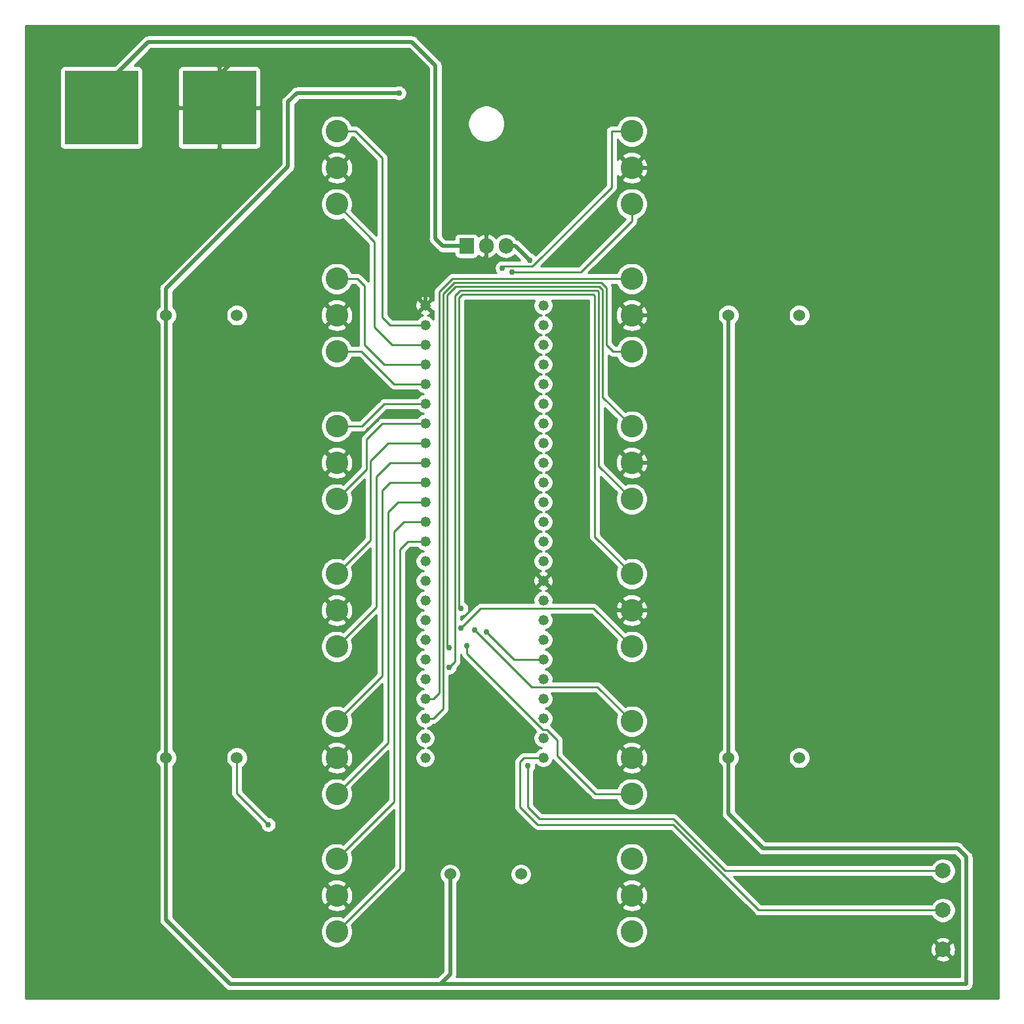
<source format=gtl>
%TF.GenerationSoftware,KiCad,Pcbnew,(5.1.6)-1*%
%TF.CreationDate,2020-09-21T22:47:23-04:00*%
%TF.ProjectId,Launchbox,4c61756e-6368-4626-9f78-2e6b69636164,Launchbox*%
%TF.SameCoordinates,Original*%
%TF.FileFunction,Copper,L1,Top*%
%TF.FilePolarity,Positive*%
%FSLAX46Y46*%
G04 Gerber Fmt 4.6, Leading zero omitted, Abs format (unit mm)*
G04 Created by KiCad (PCBNEW (5.1.6)-1) date 2020-09-21 22:47:23*
%MOMM*%
%LPD*%
G01*
G04 APERTURE LIST*
%TA.AperFunction,ComponentPad*%
%ADD10C,1.320800*%
%TD*%
%TA.AperFunction,ComponentPad*%
%ADD11C,2.921000*%
%TD*%
%TA.AperFunction,SMDPad,CuDef*%
%ADD12R,9.525000X9.525000*%
%TD*%
%TA.AperFunction,ComponentPad*%
%ADD13C,1.524000*%
%TD*%
%TA.AperFunction,ComponentPad*%
%ADD14R,1.905000X2.000000*%
%TD*%
%TA.AperFunction,ComponentPad*%
%ADD15O,1.905000X2.000000*%
%TD*%
%TA.AperFunction,ComponentPad*%
%ADD16C,2.000000*%
%TD*%
%TA.AperFunction,ViaPad*%
%ADD17C,0.762000*%
%TD*%
%TA.AperFunction,Conductor*%
%ADD18C,0.508000*%
%TD*%
%TA.AperFunction,Conductor*%
%ADD19C,0.254000*%
%TD*%
G04 APERTURE END LIST*
D10*
%TO.P,U1,32*%
%TO.N,Net-(SW11-Pad3)*%
X96095000Y-130795000D03*
%TO.P,U1,31*%
%TO.N,Net-(SW11-Pad1)*%
X96095000Y-128255000D03*
%TO.P,U1,30*%
%TO.N,Net-(SW10-Pad3)*%
X96095000Y-125715000D03*
%TO.P,U1,29*%
%TO.N,Net-(SW10-Pad1)*%
X96095000Y-123175000D03*
%TO.P,U1,28*%
%TO.N,Net-(SW9-Pad3)*%
X96095000Y-120635000D03*
%TO.P,U1,27*%
%TO.N,Net-(SW9-Pad1)*%
X96095000Y-118095000D03*
%TO.P,U1,26*%
%TO.N,Net-(SW8-Pad3)*%
X96095000Y-115555000D03*
%TO.P,U1,25*%
%TO.N,Net-(SW8-Pad1)*%
X96095000Y-113015000D03*
%TO.P,U1,24*%
%TO.N,Net-(SW7-Pad3)*%
X96095000Y-110475000D03*
%TO.P,U1,47*%
%TO.N,Net-(U1-Pad47)*%
X96095000Y-107935000D03*
%TO.P,U1,12*%
%TO.N,Net-(SW7-Pad1)*%
X96095000Y-105395000D03*
%TO.P,U1,11*%
%TO.N,Net-(SW6-Pad3)*%
X96095000Y-102855000D03*
%TO.P,U1,10*%
%TO.N,Net-(SW6-Pad1)*%
X96095000Y-100315000D03*
%TO.P,U1,9*%
%TO.N,Net-(SW5-Pad3)*%
X96095000Y-97775000D03*
%TO.P,U1,8*%
%TO.N,Net-(SW5-Pad1)*%
X96095000Y-95235000D03*
%TO.P,U1,7*%
%TO.N,Net-(SW4-Pad3)*%
X96095000Y-92695000D03*
%TO.P,U1,6*%
%TO.N,Net-(SW4-Pad1)*%
X96095000Y-90155000D03*
%TO.P,U1,5*%
%TO.N,Net-(SW3-Pad3)*%
X96095000Y-87615000D03*
%TO.P,U1,4*%
%TO.N,Net-(SW3-Pad1)*%
X96095000Y-85075000D03*
%TO.P,U1,3*%
%TO.N,Net-(SW2-Pad3)*%
X96095000Y-82535000D03*
%TO.P,U1,2*%
%TO.N,Net-(SW2-Pad1)*%
X96095000Y-79995000D03*
%TO.P,U1,1*%
%TO.N,Net-(SW1-Pad3)*%
X96095000Y-77455000D03*
%TO.P,U1,0*%
%TO.N,Net-(SW1-Pad1)*%
X96095000Y-74915000D03*
%TO.P,U1,46*%
%TO.N,GND*%
X96095000Y-72375000D03*
%TO.P,U1,33*%
%TO.N,Net-(U1-Pad33)*%
X111335000Y-130795000D03*
%TO.P,U1,34*%
%TO.N,Net-(U1-Pad34)*%
X111335000Y-128255000D03*
%TO.P,U1,35*%
%TO.N,Net-(SW12-Pad1)*%
X111335000Y-125715000D03*
%TO.P,U1,36*%
%TO.N,Net-(SW12-Pad3)*%
X111335000Y-123175000D03*
%TO.P,U1,37*%
%TO.N,Net-(SW13-Pad2)*%
X111335000Y-120635000D03*
%TO.P,U1,38*%
%TO.N,Net-(SW14-Pad2)*%
X111335000Y-118095000D03*
%TO.P,U1,39*%
%TO.N,Net-(SW15-Pad2)*%
X111335000Y-115555000D03*
%TO.P,U1,45*%
%TO.N,Net-(SW16-Pad2)*%
X111335000Y-113015000D03*
%TO.P,U1,44*%
%TO.N,Net-(SW17-Pad2)*%
X111335000Y-110475000D03*
%TO.P,U1,43*%
%TO.N,GND*%
X111335000Y-107935000D03*
%TO.P,U1,13*%
%TO.N,Net-(U1-Pad13)*%
X111335000Y-105395000D03*
%TO.P,U1,14*%
%TO.N,Net-(U1-Pad14)*%
X111335000Y-102855000D03*
%TO.P,U1,15*%
%TO.N,Net-(U1-Pad15)*%
X111335000Y-100315000D03*
%TO.P,U1,16*%
%TO.N,Net-(U1-Pad16)*%
X111335000Y-97775000D03*
%TO.P,U1,17*%
%TO.N,Net-(U1-Pad17)*%
X111335000Y-95235000D03*
%TO.P,U1,18*%
%TO.N,Net-(U1-Pad18)*%
X111335000Y-92695000D03*
%TO.P,U1,19*%
%TO.N,Net-(U1-Pad19)*%
X111335000Y-90155000D03*
%TO.P,U1,20*%
%TO.N,Net-(U1-Pad20)*%
X111335000Y-87615000D03*
%TO.P,U1,21*%
%TO.N,Net-(U1-Pad21)*%
X111335000Y-85075000D03*
%TO.P,U1,22*%
%TO.N,Net-(U1-Pad22)*%
X111335000Y-82535000D03*
%TO.P,U1,23*%
%TO.N,Net-(U1-Pad23)*%
X111335000Y-79995000D03*
%TO.P,U1,42*%
%TO.N,Net-(U1-Pad42)*%
X111335000Y-77455000D03*
%TO.P,U1,41*%
%TO.N,Net-(U1-Pad41)*%
X111335000Y-74915000D03*
%TO.P,U1,40*%
%TO.N,Net-(SW13-Pad1)*%
X111335000Y-72375000D03*
%TD*%
D11*
%TO.P,SW10,3*%
%TO.N,Net-(SW10-Pad3)*%
X122765000Y-78344000D03*
%TO.P,SW10,2*%
%TO.N,GND*%
X122765000Y-73645000D03*
%TO.P,SW10,1*%
%TO.N,Net-(SW10-Pad1)*%
X122765000Y-68946000D03*
%TD*%
D12*
%TO.P,BT1,1*%
%TO.N,Net-(BT1-Pad1)*%
X54275000Y-46835000D03*
%TO.P,BT1,2*%
%TO.N,GND*%
X69515000Y-46835000D03*
%TD*%
D11*
%TO.P,SW1,1*%
%TO.N,Net-(SW1-Pad1)*%
X84665000Y-49896000D03*
%TO.P,SW1,2*%
%TO.N,GND*%
X84665000Y-54595000D03*
%TO.P,SW1,3*%
%TO.N,Net-(SW1-Pad3)*%
X84665000Y-59294000D03*
%TD*%
%TO.P,SW2,3*%
%TO.N,Net-(SW2-Pad3)*%
X84665000Y-78344000D03*
%TO.P,SW2,2*%
%TO.N,GND*%
X84665000Y-73645000D03*
%TO.P,SW2,1*%
%TO.N,Net-(SW2-Pad1)*%
X84665000Y-68946000D03*
%TD*%
%TO.P,SW3,1*%
%TO.N,Net-(SW3-Pad1)*%
X84665000Y-87996000D03*
%TO.P,SW3,2*%
%TO.N,GND*%
X84665000Y-92695000D03*
%TO.P,SW3,3*%
%TO.N,Net-(SW3-Pad3)*%
X84665000Y-97394000D03*
%TD*%
%TO.P,SW4,3*%
%TO.N,Net-(SW4-Pad3)*%
X84665000Y-116444000D03*
%TO.P,SW4,2*%
%TO.N,GND*%
X84665000Y-111745000D03*
%TO.P,SW4,1*%
%TO.N,Net-(SW4-Pad1)*%
X84665000Y-107046000D03*
%TD*%
%TO.P,SW5,1*%
%TO.N,Net-(SW5-Pad1)*%
X84665000Y-126096000D03*
%TO.P,SW5,2*%
%TO.N,GND*%
X84665000Y-130795000D03*
%TO.P,SW5,3*%
%TO.N,Net-(SW5-Pad3)*%
X84665000Y-135494000D03*
%TD*%
%TO.P,SW6,3*%
%TO.N,Net-(SW6-Pad3)*%
X84665000Y-153274000D03*
%TO.P,SW6,2*%
%TO.N,GND*%
X84665000Y-148575000D03*
%TO.P,SW6,1*%
%TO.N,Net-(SW6-Pad1)*%
X84665000Y-143876000D03*
%TD*%
%TO.P,SW7,3*%
%TO.N,Net-(SW7-Pad3)*%
X122765000Y-135494000D03*
%TO.P,SW7,2*%
%TO.N,GND*%
X122765000Y-130795000D03*
%TO.P,SW7,1*%
%TO.N,Net-(SW7-Pad1)*%
X122765000Y-126096000D03*
%TD*%
%TO.P,SW8,1*%
%TO.N,Net-(SW8-Pad1)*%
X122765000Y-107046000D03*
%TO.P,SW8,2*%
%TO.N,GND*%
X122765000Y-111745000D03*
%TO.P,SW8,3*%
%TO.N,Net-(SW8-Pad3)*%
X122765000Y-116444000D03*
%TD*%
%TO.P,SW9,1*%
%TO.N,Net-(SW9-Pad1)*%
X122765000Y-87996000D03*
%TO.P,SW9,2*%
%TO.N,GND*%
X122765000Y-92695000D03*
%TO.P,SW9,3*%
%TO.N,Net-(SW9-Pad3)*%
X122765000Y-97394000D03*
%TD*%
%TO.P,SW11,1*%
%TO.N,Net-(SW11-Pad1)*%
X122765000Y-49896000D03*
%TO.P,SW11,2*%
%TO.N,GND*%
X122765000Y-54595000D03*
%TO.P,SW11,3*%
%TO.N,Net-(SW11-Pad3)*%
X122765000Y-59294000D03*
%TD*%
%TO.P,SW12,3*%
%TO.N,Net-(SW12-Pad3)*%
X122765000Y-143876000D03*
%TO.P,SW12,2*%
%TO.N,GND*%
X122765000Y-148575000D03*
%TO.P,SW12,1*%
%TO.N,Net-(SW12-Pad1)*%
X122765000Y-153274000D03*
%TD*%
D13*
%TO.P,SW13,1*%
%TO.N,Net-(SW13-Pad1)*%
X99321000Y-145835000D03*
%TO.P,SW13,2*%
%TO.N,Net-(SW13-Pad2)*%
X108465000Y-145835000D03*
%TD*%
%TO.P,SW14,1*%
%TO.N,Net-(SW13-Pad1)*%
X62611000Y-73660000D03*
%TO.P,SW14,2*%
%TO.N,Net-(SW14-Pad2)*%
X71755000Y-73660000D03*
%TD*%
%TO.P,SW15,2*%
%TO.N,Net-(SW15-Pad2)*%
X71755000Y-130810000D03*
%TO.P,SW15,1*%
%TO.N,Net-(SW13-Pad1)*%
X62611000Y-130810000D03*
%TD*%
%TO.P,SW16,2*%
%TO.N,Net-(SW16-Pad2)*%
X144399000Y-130810000D03*
%TO.P,SW16,1*%
%TO.N,Net-(SW13-Pad1)*%
X135255000Y-130810000D03*
%TD*%
%TO.P,SW17,1*%
%TO.N,Net-(SW13-Pad1)*%
X135255000Y-73660000D03*
%TO.P,SW17,2*%
%TO.N,Net-(SW17-Pad2)*%
X144399000Y-73660000D03*
%TD*%
D14*
%TO.P,U2,1*%
%TO.N,Net-(BT1-Pad1)*%
X101440000Y-64710000D03*
D15*
%TO.P,U2,2*%
%TO.N,GND*%
X103980000Y-64710000D03*
%TO.P,U2,3*%
%TO.N,Net-(SW13-Pad1)*%
X106520000Y-64710000D03*
%TD*%
D16*
%TO.P,U3,1*%
%TO.N,Net-(U1-Pad34)*%
X162965000Y-145400000D03*
%TO.P,U3,2*%
%TO.N,Net-(U1-Pad33)*%
X162965000Y-150480000D03*
%TO.P,U3,3*%
%TO.N,GND*%
X162965000Y-155560000D03*
%TD*%
D17*
%TO.N,GND*%
X128016000Y-123571000D03*
%TO.N,Net-(SW7-Pad3)*%
X101473000Y-116332000D03*
%TO.N,Net-(SW7-Pad1)*%
X102489000Y-114300000D03*
%TO.N,Net-(SW8-Pad1)*%
X100711001Y-111506000D03*
%TO.N,Net-(SW8-Pad3)*%
X100711001Y-114046000D03*
%TO.N,Net-(SW9-Pad3)*%
X99187000Y-119126000D03*
%TO.N,Net-(SW9-Pad1)*%
X99187000Y-116586000D03*
%TO.N,Net-(SW11-Pad1)*%
X106045000Y-67564000D03*
%TO.N,Net-(SW11-Pad3)*%
X107315000Y-68072000D03*
%TO.N,Net-(SW13-Pad1)*%
X109601000Y-66548000D03*
X92710000Y-44958000D03*
%TO.N,Net-(SW14-Pad2)*%
X104013000Y-114554000D03*
%TO.N,Net-(SW15-Pad2)*%
X75819000Y-139446000D03*
%TO.N,Net-(U1-Pad34)*%
X109347000Y-131826000D03*
%TD*%
D18*
%TO.N,Net-(BT1-Pad1)*%
X54275000Y-46835000D02*
X54275000Y-44404000D01*
X54275000Y-44404000D02*
X60325000Y-38354000D01*
X60325000Y-38354000D02*
X94361000Y-38354000D01*
X94361000Y-38354000D02*
X97409000Y-41402000D01*
X97409000Y-41402000D02*
X97409000Y-63754000D01*
X98365000Y-64710000D02*
X101440000Y-64710000D01*
X97409000Y-63754000D02*
X98365000Y-64710000D01*
%TO.N,GND*%
X69515000Y-46835000D02*
X69515000Y-42626000D01*
X69515000Y-42626000D02*
X72009000Y-40132000D01*
X72009000Y-40132000D02*
X93345000Y-40132000D01*
X93345000Y-40132000D02*
X95631000Y-42418000D01*
X95631000Y-42418000D02*
X95631000Y-65024000D01*
X95631000Y-65024000D02*
X97663000Y-67056000D01*
X97663000Y-67056000D02*
X102997000Y-67056000D01*
X103980000Y-66073000D02*
X103980000Y-64710000D01*
X102997000Y-67056000D02*
X103980000Y-66073000D01*
X96095000Y-72375000D02*
X96095000Y-68624000D01*
X96095000Y-68624000D02*
X97663000Y-67056000D01*
X128016000Y-123571000D02*
X128524000Y-123063000D01*
X125715000Y-54595000D02*
X122765000Y-54595000D01*
X128524000Y-57404000D02*
X125715000Y-54595000D01*
X128255000Y-73645000D02*
X128524000Y-73914000D01*
X122765000Y-73645000D02*
X128255000Y-73645000D01*
X128524000Y-73914000D02*
X128524000Y-57404000D01*
X128285000Y-92695000D02*
X128524000Y-92456000D01*
X122765000Y-92695000D02*
X128285000Y-92695000D01*
X128524000Y-92456000D02*
X128524000Y-73914000D01*
X127620000Y-111745000D02*
X128524000Y-112649000D01*
X122765000Y-111745000D02*
X127620000Y-111745000D01*
X128524000Y-123063000D02*
X128524000Y-112649000D01*
X128524000Y-112649000D02*
X128524000Y-92456000D01*
X111335000Y-107935000D02*
X113128000Y-109728000D01*
X120979382Y-111745000D02*
X122765000Y-111745000D01*
X118962382Y-109728000D02*
X120979382Y-111745000D01*
X113128000Y-109728000D02*
X118962382Y-109728000D01*
D19*
%TO.N,Net-(SW1-Pad1)*%
X84665000Y-49896000D02*
X87107000Y-49896000D01*
X87107000Y-49896000D02*
X90551000Y-53340000D01*
X90551000Y-53340000D02*
X90551000Y-73914000D01*
X91552000Y-74915000D02*
X96095000Y-74915000D01*
X90551000Y-73914000D02*
X91552000Y-74915000D01*
%TO.N,Net-(SW1-Pad3)*%
X84665000Y-59294000D02*
X89535000Y-64164000D01*
X89535000Y-64164000D02*
X89535000Y-75184000D01*
X91806000Y-77455000D02*
X96095000Y-77455000D01*
X89535000Y-75184000D02*
X91806000Y-77455000D01*
%TO.N,Net-(SW2-Pad1)*%
X84665000Y-68946000D02*
X87361000Y-68946000D01*
X87361000Y-68946000D02*
X88265000Y-69850000D01*
X88265000Y-69850000D02*
X88265000Y-77470000D01*
X88265000Y-77470000D02*
X90805000Y-80010000D01*
X96080000Y-80010000D02*
X96095000Y-79995000D01*
X90805000Y-80010000D02*
X96080000Y-80010000D01*
%TO.N,Net-(SW2-Pad3)*%
X84665000Y-78344000D02*
X87869000Y-78344000D01*
X92060000Y-82535000D02*
X96095000Y-82535000D01*
X87869000Y-78344000D02*
X92060000Y-82535000D01*
%TO.N,Net-(SW3-Pad3)*%
X84665000Y-97394000D02*
X88519000Y-93540000D01*
X88519000Y-93540000D02*
X88519000Y-89662000D01*
X90566000Y-87615000D02*
X96095000Y-87615000D01*
X88519000Y-89662000D02*
X90566000Y-87615000D01*
%TO.N,Net-(SW3-Pad1)*%
X84665000Y-87996000D02*
X87899000Y-87996000D01*
X90820000Y-85075000D02*
X96095000Y-85075000D01*
X87899000Y-87996000D02*
X90820000Y-85075000D01*
%TO.N,Net-(SW4-Pad1)*%
X91328000Y-90155000D02*
X96095000Y-90155000D01*
X89027010Y-92455990D02*
X91328000Y-90155000D01*
X84665000Y-107046000D02*
X89027010Y-102683990D01*
X89027010Y-102683990D02*
X89027010Y-92455990D01*
%TO.N,Net-(SW4-Pad3)*%
X91582000Y-92695000D02*
X96095000Y-92695000D01*
X89789000Y-94488000D02*
X91582000Y-92695000D01*
X84665000Y-116444000D02*
X89789000Y-111320000D01*
X89789000Y-111320000D02*
X89789000Y-94488000D01*
%TO.N,Net-(SW6-Pad1)*%
X84665000Y-143876000D02*
X92075000Y-136466000D01*
X92075000Y-136466000D02*
X92075000Y-101600000D01*
X93360000Y-100315000D02*
X96095000Y-100315000D01*
X92075000Y-101600000D02*
X93360000Y-100315000D01*
%TO.N,Net-(SW6-Pad3)*%
X93868000Y-102855000D02*
X96095000Y-102855000D01*
X92837000Y-103886000D02*
X93868000Y-102855000D01*
X84665000Y-153274000D02*
X92837000Y-145102000D01*
X92837000Y-145102000D02*
X92837000Y-103886000D01*
%TO.N,Net-(SW7-Pad3)*%
X122765000Y-135494000D02*
X119649000Y-135494000D01*
X119649000Y-135494000D02*
X118095000Y-135494000D01*
X118095000Y-135494000D02*
X113157000Y-130556000D01*
X113157000Y-128535726D02*
X111834873Y-127213599D01*
X113157000Y-130556000D02*
X113157000Y-128535726D01*
X111292325Y-127213599D02*
X101473000Y-117394274D01*
X101473000Y-117394274D02*
X101473000Y-116332000D01*
X111834873Y-127213599D02*
X111292325Y-127213599D01*
%TO.N,Net-(SW7-Pad1)*%
X109865401Y-121676401D02*
X102489000Y-114300000D01*
X122765000Y-126096000D02*
X118345401Y-121676401D01*
X118345401Y-121676401D02*
X109865401Y-121676401D01*
%TO.N,Net-(SW8-Pad1)*%
X122765000Y-107046000D02*
X117982970Y-102263970D01*
X117982970Y-102263970D02*
X117982970Y-82561696D01*
X117982970Y-71119970D02*
X117841040Y-70978040D01*
X117982970Y-82561696D02*
X117982970Y-71119970D01*
X100852960Y-70978040D02*
X100457011Y-71373989D01*
X117841040Y-70978040D02*
X100852960Y-70978040D01*
X100457011Y-71373989D02*
X100457011Y-111252010D01*
X100457011Y-111252010D02*
X100711001Y-111506000D01*
%TO.N,Net-(SW8-Pad3)*%
X103240600Y-111516401D02*
X100711001Y-114046000D01*
X122765000Y-116444000D02*
X117837401Y-111516401D01*
X117837401Y-111516401D02*
X103240600Y-111516401D01*
%TO.N,Net-(SW9-Pad3)*%
X99949001Y-118363999D02*
X99187000Y-119126000D01*
X118490980Y-93119980D02*
X118490980Y-70611980D01*
X122765000Y-97394000D02*
X118490980Y-93119980D01*
X118490980Y-70611980D02*
X118349030Y-70470030D01*
X118349030Y-70470030D02*
X100598970Y-70470030D01*
X99949001Y-71120001D02*
X99949001Y-118363999D01*
X100598970Y-70470030D02*
X99949001Y-71120001D01*
%TO.N,Net-(SW9-Pad1)*%
X122765000Y-87996000D02*
X118998990Y-84229990D01*
X118998990Y-70357990D02*
X118603020Y-69962020D01*
X118998990Y-84229990D02*
X118998990Y-70357990D01*
X118603020Y-69962020D02*
X100047414Y-69962020D01*
X100047414Y-69962020D02*
X98933010Y-71076424D01*
X98933010Y-71076424D02*
X98933010Y-116332010D01*
X98933010Y-116332010D02*
X99187000Y-116586000D01*
%TO.N,Net-(SW10-Pad3)*%
X122765000Y-78344000D02*
X120381000Y-78344000D01*
X120381000Y-78344000D02*
X119507000Y-77470000D01*
X119507000Y-70104000D02*
X118857010Y-69454010D01*
X119507000Y-77470000D02*
X119507000Y-70104000D01*
X99836990Y-69454010D02*
X98425000Y-70866000D01*
X118857010Y-69454010D02*
X99836990Y-69454010D01*
X98425000Y-70866000D02*
X98425000Y-124460000D01*
X97170000Y-125715000D02*
X96095000Y-125715000D01*
X98425000Y-124460000D02*
X97170000Y-125715000D01*
%TO.N,Net-(SW10-Pad1)*%
X122765000Y-68946000D02*
X99583000Y-68946000D01*
X99583000Y-68946000D02*
X97917000Y-70612000D01*
X97917000Y-70612000D02*
X97917000Y-122428000D01*
X97170000Y-123175000D02*
X96095000Y-123175000D01*
X97917000Y-122428000D02*
X97170000Y-123175000D01*
%TO.N,Net-(SW11-Pad1)*%
X122765000Y-49896000D02*
X120157000Y-49896000D01*
X106299000Y-67310000D02*
X106045000Y-67564000D01*
X109966762Y-67310000D02*
X106299000Y-67310000D01*
X120157000Y-49896000D02*
X120157000Y-57119762D01*
X120157000Y-57119762D02*
X109966762Y-67310000D01*
%TO.N,Net-(SW11-Pad3)*%
X122765000Y-59294000D02*
X122765000Y-61512000D01*
X122765000Y-61512000D02*
X116966999Y-67310001D01*
X116966999Y-67310001D02*
X116713000Y-67564000D01*
X116713000Y-67564000D02*
X116205000Y-68072000D01*
X116205000Y-68072000D02*
X107315000Y-68072000D01*
D18*
%TO.N,Net-(SW13-Pad1)*%
X106520000Y-64710000D02*
X107763000Y-64710000D01*
X107763000Y-64710000D02*
X109601000Y-66548000D01*
X135255000Y-73660000D02*
X135255000Y-130810000D01*
X62611000Y-151765000D02*
X62611000Y-130810000D01*
X70866000Y-160020000D02*
X62611000Y-151765000D01*
X135255000Y-138049000D02*
X139700000Y-142494000D01*
X139700000Y-142494000D02*
X164846000Y-142494000D01*
X164846000Y-142494000D02*
X165989000Y-143637000D01*
X135255000Y-130810000D02*
X135255000Y-138049000D01*
X165989000Y-143637000D02*
X165989000Y-160020000D01*
X62611000Y-130810000D02*
X62611000Y-73660000D01*
X62611000Y-73660000D02*
X62611000Y-70231000D01*
X62611000Y-70231000D02*
X78359000Y-54483000D01*
X78359000Y-54483000D02*
X78359000Y-46101000D01*
X78359000Y-46101000D02*
X79502000Y-44958000D01*
X79502000Y-44958000D02*
X92710000Y-44958000D01*
X99321000Y-158743000D02*
X98044000Y-160020000D01*
X165989000Y-160020000D02*
X98044000Y-160020000D01*
X99321000Y-145835000D02*
X99321000Y-158743000D01*
X98044000Y-160020000D02*
X70866000Y-160020000D01*
D19*
%TO.N,Net-(SW14-Pad2)*%
X104013000Y-114554000D02*
X107569000Y-118110000D01*
X111320000Y-118110000D02*
X111335000Y-118095000D01*
X107569000Y-118110000D02*
X111320000Y-118110000D01*
%TO.N,Net-(SW15-Pad2)*%
X71755000Y-130810000D02*
X71755000Y-135382000D01*
X71755000Y-135382000D02*
X75819000Y-139446000D01*
%TO.N,Net-(U1-Pad33)*%
X162965000Y-150480000D02*
X139177000Y-150480000D01*
X139177000Y-150480000D02*
X128143000Y-139446000D01*
X128143000Y-139446000D02*
X110617000Y-139446000D01*
X110617000Y-139446000D02*
X108331000Y-137160000D01*
X108331000Y-137160000D02*
X108331000Y-131318000D01*
X108854000Y-130795000D02*
X111335000Y-130795000D01*
X108331000Y-131318000D02*
X108854000Y-130795000D01*
%TO.N,Net-(U1-Pad34)*%
X162965000Y-145400000D02*
X134859000Y-145400000D01*
X134859000Y-145400000D02*
X128143000Y-138684000D01*
X128143000Y-138684000D02*
X111379000Y-138684000D01*
X111379000Y-138684000D02*
X110871000Y-138684000D01*
X110871000Y-138684000D02*
X109347000Y-137160000D01*
X109347000Y-137160000D02*
X109347000Y-131826000D01*
%TO.N,Net-(SW5-Pad1)*%
X84665000Y-126096000D02*
X90551000Y-120210000D01*
X90551000Y-120210000D02*
X90551000Y-96266000D01*
X91582000Y-95235000D02*
X96095000Y-95235000D01*
X90551000Y-96266000D02*
X91582000Y-95235000D01*
%TO.N,Net-(SW5-Pad3)*%
X84665000Y-135494000D02*
X91313000Y-128846000D01*
X91313000Y-128846000D02*
X91313000Y-99060000D01*
X92598000Y-97775000D02*
X96095000Y-97775000D01*
X91313000Y-99060000D02*
X92598000Y-97775000D01*
%TD*%
%TO.N,GND*%
G36*
X170167301Y-161912300D02*
G01*
X44462700Y-161912300D01*
X44462700Y-73522408D01*
X61214000Y-73522408D01*
X61214000Y-73797592D01*
X61267686Y-74067490D01*
X61372995Y-74321727D01*
X61525880Y-74550535D01*
X61720465Y-74745120D01*
X61722001Y-74746146D01*
X61722000Y-129723854D01*
X61720465Y-129724880D01*
X61525880Y-129919465D01*
X61372995Y-130148273D01*
X61267686Y-130402510D01*
X61214000Y-130672408D01*
X61214000Y-130947592D01*
X61267686Y-131217490D01*
X61372995Y-131471727D01*
X61525880Y-131700535D01*
X61720465Y-131895120D01*
X61722001Y-131896146D01*
X61722000Y-151721340D01*
X61717700Y-151765000D01*
X61722000Y-151808660D01*
X61722000Y-151808666D01*
X61734864Y-151939273D01*
X61785697Y-152106850D01*
X61868247Y-152261290D01*
X61979341Y-152396659D01*
X62013264Y-152424499D01*
X70206506Y-160617742D01*
X70234341Y-160651659D01*
X70369709Y-160762753D01*
X70524149Y-160845303D01*
X70618758Y-160874002D01*
X70691725Y-160896136D01*
X70708325Y-160897771D01*
X70822333Y-160909000D01*
X70822340Y-160909000D01*
X70866000Y-160913300D01*
X70909660Y-160909000D01*
X98000340Y-160909000D01*
X98044000Y-160913300D01*
X98087660Y-160909000D01*
X165945333Y-160909000D01*
X165989000Y-160913301D01*
X166032667Y-160909000D01*
X166163274Y-160896136D01*
X166330851Y-160845303D01*
X166485291Y-160762753D01*
X166620659Y-160651659D01*
X166731753Y-160516291D01*
X166814303Y-160361851D01*
X166865136Y-160194274D01*
X166882301Y-160020000D01*
X166878000Y-159976333D01*
X166878000Y-143680659D01*
X166882300Y-143636999D01*
X166878000Y-143593334D01*
X166878000Y-143593333D01*
X166865136Y-143462726D01*
X166865136Y-143462724D01*
X166821630Y-143319303D01*
X166814303Y-143295149D01*
X166731753Y-143140709D01*
X166620659Y-143005341D01*
X166586743Y-142977507D01*
X165505499Y-141896264D01*
X165477659Y-141862341D01*
X165342291Y-141751247D01*
X165187851Y-141668697D01*
X165020274Y-141617864D01*
X164889667Y-141605000D01*
X164889660Y-141605000D01*
X164846000Y-141600700D01*
X164802340Y-141605000D01*
X140068235Y-141605000D01*
X136144000Y-137680765D01*
X136144000Y-131896146D01*
X136145535Y-131895120D01*
X136340120Y-131700535D01*
X136493005Y-131471727D01*
X136598314Y-131217490D01*
X136652000Y-130947592D01*
X136652000Y-130672408D01*
X143002000Y-130672408D01*
X143002000Y-130947592D01*
X143055686Y-131217490D01*
X143160995Y-131471727D01*
X143313880Y-131700535D01*
X143508465Y-131895120D01*
X143737273Y-132048005D01*
X143991510Y-132153314D01*
X144261408Y-132207000D01*
X144536592Y-132207000D01*
X144806490Y-132153314D01*
X145060727Y-132048005D01*
X145289535Y-131895120D01*
X145484120Y-131700535D01*
X145637005Y-131471727D01*
X145742314Y-131217490D01*
X145796000Y-130947592D01*
X145796000Y-130672408D01*
X145742314Y-130402510D01*
X145637005Y-130148273D01*
X145484120Y-129919465D01*
X145289535Y-129724880D01*
X145060727Y-129571995D01*
X144806490Y-129466686D01*
X144536592Y-129413000D01*
X144261408Y-129413000D01*
X143991510Y-129466686D01*
X143737273Y-129571995D01*
X143508465Y-129724880D01*
X143313880Y-129919465D01*
X143160995Y-130148273D01*
X143055686Y-130402510D01*
X143002000Y-130672408D01*
X136652000Y-130672408D01*
X136598314Y-130402510D01*
X136493005Y-130148273D01*
X136340120Y-129919465D01*
X136145535Y-129724880D01*
X136144000Y-129723854D01*
X136144000Y-74746146D01*
X136145535Y-74745120D01*
X136340120Y-74550535D01*
X136493005Y-74321727D01*
X136598314Y-74067490D01*
X136652000Y-73797592D01*
X136652000Y-73522408D01*
X143002000Y-73522408D01*
X143002000Y-73797592D01*
X143055686Y-74067490D01*
X143160995Y-74321727D01*
X143313880Y-74550535D01*
X143508465Y-74745120D01*
X143737273Y-74898005D01*
X143991510Y-75003314D01*
X144261408Y-75057000D01*
X144536592Y-75057000D01*
X144806490Y-75003314D01*
X145060727Y-74898005D01*
X145289535Y-74745120D01*
X145484120Y-74550535D01*
X145637005Y-74321727D01*
X145742314Y-74067490D01*
X145796000Y-73797592D01*
X145796000Y-73522408D01*
X145742314Y-73252510D01*
X145637005Y-72998273D01*
X145484120Y-72769465D01*
X145289535Y-72574880D01*
X145060727Y-72421995D01*
X144806490Y-72316686D01*
X144536592Y-72263000D01*
X144261408Y-72263000D01*
X143991510Y-72316686D01*
X143737273Y-72421995D01*
X143508465Y-72574880D01*
X143313880Y-72769465D01*
X143160995Y-72998273D01*
X143055686Y-73252510D01*
X143002000Y-73522408D01*
X136652000Y-73522408D01*
X136598314Y-73252510D01*
X136493005Y-72998273D01*
X136340120Y-72769465D01*
X136145535Y-72574880D01*
X135916727Y-72421995D01*
X135662490Y-72316686D01*
X135392592Y-72263000D01*
X135117408Y-72263000D01*
X134847510Y-72316686D01*
X134593273Y-72421995D01*
X134364465Y-72574880D01*
X134169880Y-72769465D01*
X134016995Y-72998273D01*
X133911686Y-73252510D01*
X133858000Y-73522408D01*
X133858000Y-73797592D01*
X133911686Y-74067490D01*
X134016995Y-74321727D01*
X134169880Y-74550535D01*
X134364465Y-74745120D01*
X134366000Y-74746146D01*
X134366001Y-129723854D01*
X134364465Y-129724880D01*
X134169880Y-129919465D01*
X134016995Y-130148273D01*
X133911686Y-130402510D01*
X133858000Y-130672408D01*
X133858000Y-130947592D01*
X133911686Y-131217490D01*
X134016995Y-131471727D01*
X134169880Y-131700535D01*
X134364465Y-131895120D01*
X134366000Y-131896146D01*
X134366001Y-138005330D01*
X134361700Y-138049000D01*
X134378864Y-138223274D01*
X134429698Y-138390852D01*
X134471493Y-138469044D01*
X134512248Y-138545291D01*
X134623342Y-138680659D01*
X134657259Y-138708494D01*
X139040501Y-143091736D01*
X139068341Y-143125659D01*
X139203709Y-143236753D01*
X139358149Y-143319303D01*
X139424058Y-143339296D01*
X139525724Y-143370136D01*
X139558924Y-143373406D01*
X139656333Y-143383000D01*
X139656339Y-143383000D01*
X139699999Y-143387300D01*
X139743659Y-143383000D01*
X164477765Y-143383000D01*
X165100000Y-144005236D01*
X165100001Y-159131000D01*
X100121636Y-159131000D01*
X100146303Y-159084851D01*
X100197136Y-158917274D01*
X100210000Y-158786667D01*
X100210000Y-158786660D01*
X100214300Y-158743000D01*
X100210000Y-158699340D01*
X100210000Y-156695413D01*
X162009192Y-156695413D01*
X162104956Y-156959814D01*
X162394571Y-157100704D01*
X162706108Y-157182384D01*
X163027595Y-157201718D01*
X163346675Y-157157961D01*
X163651088Y-157052795D01*
X163825044Y-156959814D01*
X163920808Y-156695413D01*
X162965000Y-155739605D01*
X162009192Y-156695413D01*
X100210000Y-156695413D01*
X100210000Y-155622595D01*
X161323282Y-155622595D01*
X161367039Y-155941675D01*
X161472205Y-156246088D01*
X161565186Y-156420044D01*
X161829587Y-156515808D01*
X162785395Y-155560000D01*
X163144605Y-155560000D01*
X164100413Y-156515808D01*
X164364814Y-156420044D01*
X164505704Y-156130429D01*
X164587384Y-155818892D01*
X164606718Y-155497405D01*
X164562961Y-155178325D01*
X164457795Y-154873912D01*
X164364814Y-154699956D01*
X164100413Y-154604192D01*
X163144605Y-155560000D01*
X162785395Y-155560000D01*
X161829587Y-154604192D01*
X161565186Y-154699956D01*
X161424296Y-154989571D01*
X161342616Y-155301108D01*
X161323282Y-155622595D01*
X100210000Y-155622595D01*
X100210000Y-153067611D01*
X120669500Y-153067611D01*
X120669500Y-153480389D01*
X120750029Y-153885235D01*
X120907992Y-154266591D01*
X121137319Y-154609803D01*
X121429197Y-154901681D01*
X121772409Y-155131008D01*
X122153765Y-155288971D01*
X122558611Y-155369500D01*
X122971389Y-155369500D01*
X123376235Y-155288971D01*
X123757591Y-155131008D01*
X124100803Y-154901681D01*
X124392681Y-154609803D01*
X124516438Y-154424587D01*
X162009192Y-154424587D01*
X162965000Y-155380395D01*
X163920808Y-154424587D01*
X163825044Y-154160186D01*
X163535429Y-154019296D01*
X163223892Y-153937616D01*
X162902405Y-153918282D01*
X162583325Y-153962039D01*
X162278912Y-154067205D01*
X162104956Y-154160186D01*
X162009192Y-154424587D01*
X124516438Y-154424587D01*
X124622008Y-154266591D01*
X124779971Y-153885235D01*
X124860500Y-153480389D01*
X124860500Y-153067611D01*
X124779971Y-152662765D01*
X124622008Y-152281409D01*
X124392681Y-151938197D01*
X124100803Y-151646319D01*
X123757591Y-151416992D01*
X123376235Y-151259029D01*
X122971389Y-151178500D01*
X122558611Y-151178500D01*
X122153765Y-151259029D01*
X121772409Y-151416992D01*
X121429197Y-151646319D01*
X121137319Y-151938197D01*
X120907992Y-152281409D01*
X120750029Y-152662765D01*
X120669500Y-153067611D01*
X100210000Y-153067611D01*
X100210000Y-150038529D01*
X121481077Y-150038529D01*
X121632334Y-150350045D01*
X122000393Y-150536910D01*
X122397834Y-150648381D01*
X122809386Y-150680172D01*
X123219231Y-150631063D01*
X123611621Y-150502940D01*
X123897666Y-150350045D01*
X124048923Y-150038529D01*
X122765000Y-148754605D01*
X121481077Y-150038529D01*
X100210000Y-150038529D01*
X100210000Y-148619386D01*
X120659828Y-148619386D01*
X120708937Y-149029231D01*
X120837060Y-149421621D01*
X120989955Y-149707666D01*
X121301471Y-149858923D01*
X122585395Y-148575000D01*
X122944605Y-148575000D01*
X124228529Y-149858923D01*
X124540045Y-149707666D01*
X124726910Y-149339607D01*
X124838381Y-148942166D01*
X124870172Y-148530614D01*
X124821063Y-148120769D01*
X124692940Y-147728379D01*
X124540045Y-147442334D01*
X124228529Y-147291077D01*
X122944605Y-148575000D01*
X122585395Y-148575000D01*
X121301471Y-147291077D01*
X120989955Y-147442334D01*
X120803090Y-147810393D01*
X120691619Y-148207834D01*
X120659828Y-148619386D01*
X100210000Y-148619386D01*
X100210000Y-146921146D01*
X100211535Y-146920120D01*
X100406120Y-146725535D01*
X100559005Y-146496727D01*
X100664314Y-146242490D01*
X100718000Y-145972592D01*
X100718000Y-145697408D01*
X107068000Y-145697408D01*
X107068000Y-145972592D01*
X107121686Y-146242490D01*
X107226995Y-146496727D01*
X107379880Y-146725535D01*
X107574465Y-146920120D01*
X107803273Y-147073005D01*
X108057510Y-147178314D01*
X108327408Y-147232000D01*
X108602592Y-147232000D01*
X108872490Y-147178314D01*
X109033862Y-147111471D01*
X121481077Y-147111471D01*
X122765000Y-148395395D01*
X124048923Y-147111471D01*
X123897666Y-146799955D01*
X123529607Y-146613090D01*
X123132166Y-146501619D01*
X122720614Y-146469828D01*
X122310769Y-146518937D01*
X121918379Y-146647060D01*
X121632334Y-146799955D01*
X121481077Y-147111471D01*
X109033862Y-147111471D01*
X109126727Y-147073005D01*
X109355535Y-146920120D01*
X109550120Y-146725535D01*
X109703005Y-146496727D01*
X109808314Y-146242490D01*
X109862000Y-145972592D01*
X109862000Y-145697408D01*
X109808314Y-145427510D01*
X109703005Y-145173273D01*
X109550120Y-144944465D01*
X109355535Y-144749880D01*
X109126727Y-144596995D01*
X108872490Y-144491686D01*
X108602592Y-144438000D01*
X108327408Y-144438000D01*
X108057510Y-144491686D01*
X107803273Y-144596995D01*
X107574465Y-144749880D01*
X107379880Y-144944465D01*
X107226995Y-145173273D01*
X107121686Y-145427510D01*
X107068000Y-145697408D01*
X100718000Y-145697408D01*
X100664314Y-145427510D01*
X100559005Y-145173273D01*
X100406120Y-144944465D01*
X100211535Y-144749880D01*
X99982727Y-144596995D01*
X99728490Y-144491686D01*
X99458592Y-144438000D01*
X99183408Y-144438000D01*
X98913510Y-144491686D01*
X98659273Y-144596995D01*
X98430465Y-144749880D01*
X98235880Y-144944465D01*
X98082995Y-145173273D01*
X97977686Y-145427510D01*
X97924000Y-145697408D01*
X97924000Y-145972592D01*
X97977686Y-146242490D01*
X98082995Y-146496727D01*
X98235880Y-146725535D01*
X98430465Y-146920120D01*
X98432000Y-146921146D01*
X98432001Y-158374763D01*
X97675765Y-159131000D01*
X71234236Y-159131000D01*
X63500000Y-151396765D01*
X63500000Y-150038529D01*
X83381077Y-150038529D01*
X83532334Y-150350045D01*
X83900393Y-150536910D01*
X84297834Y-150648381D01*
X84709386Y-150680172D01*
X85119231Y-150631063D01*
X85511621Y-150502940D01*
X85797666Y-150350045D01*
X85948923Y-150038529D01*
X84665000Y-148754605D01*
X83381077Y-150038529D01*
X63500000Y-150038529D01*
X63500000Y-148619386D01*
X82559828Y-148619386D01*
X82608937Y-149029231D01*
X82737060Y-149421621D01*
X82889955Y-149707666D01*
X83201471Y-149858923D01*
X84485395Y-148575000D01*
X84844605Y-148575000D01*
X86128529Y-149858923D01*
X86440045Y-149707666D01*
X86626910Y-149339607D01*
X86738381Y-148942166D01*
X86770172Y-148530614D01*
X86721063Y-148120769D01*
X86592940Y-147728379D01*
X86440045Y-147442334D01*
X86128529Y-147291077D01*
X84844605Y-148575000D01*
X84485395Y-148575000D01*
X83201471Y-147291077D01*
X82889955Y-147442334D01*
X82703090Y-147810393D01*
X82591619Y-148207834D01*
X82559828Y-148619386D01*
X63500000Y-148619386D01*
X63500000Y-147111471D01*
X83381077Y-147111471D01*
X84665000Y-148395395D01*
X85948923Y-147111471D01*
X85797666Y-146799955D01*
X85429607Y-146613090D01*
X85032166Y-146501619D01*
X84620614Y-146469828D01*
X84210769Y-146518937D01*
X83818379Y-146647060D01*
X83532334Y-146799955D01*
X83381077Y-147111471D01*
X63500000Y-147111471D01*
X63500000Y-131896146D01*
X63501535Y-131895120D01*
X63696120Y-131700535D01*
X63849005Y-131471727D01*
X63954314Y-131217490D01*
X64008000Y-130947592D01*
X64008000Y-130672408D01*
X70358000Y-130672408D01*
X70358000Y-130947592D01*
X70411686Y-131217490D01*
X70516995Y-131471727D01*
X70669880Y-131700535D01*
X70864465Y-131895120D01*
X70993000Y-131981005D01*
X70993001Y-135344567D01*
X70989314Y-135382000D01*
X71004027Y-135531378D01*
X71047599Y-135675015D01*
X71118355Y-135807392D01*
X71136381Y-135829356D01*
X71213579Y-135923422D01*
X71242649Y-135947279D01*
X74803000Y-139507631D01*
X74803000Y-139546067D01*
X74842044Y-139742356D01*
X74918632Y-139927256D01*
X75029821Y-140093662D01*
X75171338Y-140235179D01*
X75337744Y-140346368D01*
X75522644Y-140422956D01*
X75718933Y-140462000D01*
X75919067Y-140462000D01*
X76115356Y-140422956D01*
X76300256Y-140346368D01*
X76466662Y-140235179D01*
X76608179Y-140093662D01*
X76719368Y-139927256D01*
X76795956Y-139742356D01*
X76835000Y-139546067D01*
X76835000Y-139345933D01*
X76795956Y-139149644D01*
X76719368Y-138964744D01*
X76608179Y-138798338D01*
X76466662Y-138656821D01*
X76300256Y-138545632D01*
X76115356Y-138469044D01*
X75919067Y-138430000D01*
X75880631Y-138430000D01*
X72517000Y-135066370D01*
X72517000Y-132258529D01*
X83381077Y-132258529D01*
X83532334Y-132570045D01*
X83900393Y-132756910D01*
X84297834Y-132868381D01*
X84709386Y-132900172D01*
X85119231Y-132851063D01*
X85511621Y-132722940D01*
X85797666Y-132570045D01*
X85948923Y-132258529D01*
X84665000Y-130974605D01*
X83381077Y-132258529D01*
X72517000Y-132258529D01*
X72517000Y-131981005D01*
X72645535Y-131895120D01*
X72840120Y-131700535D01*
X72993005Y-131471727D01*
X73098314Y-131217490D01*
X73152000Y-130947592D01*
X73152000Y-130839386D01*
X82559828Y-130839386D01*
X82608937Y-131249231D01*
X82737060Y-131641621D01*
X82889955Y-131927666D01*
X83201471Y-132078923D01*
X84485395Y-130795000D01*
X84844605Y-130795000D01*
X86128529Y-132078923D01*
X86440045Y-131927666D01*
X86626910Y-131559607D01*
X86738381Y-131162166D01*
X86770172Y-130750614D01*
X86721063Y-130340769D01*
X86592940Y-129948379D01*
X86440045Y-129662334D01*
X86128529Y-129511077D01*
X84844605Y-130795000D01*
X84485395Y-130795000D01*
X83201471Y-129511077D01*
X82889955Y-129662334D01*
X82703090Y-130030393D01*
X82591619Y-130427834D01*
X82559828Y-130839386D01*
X73152000Y-130839386D01*
X73152000Y-130672408D01*
X73098314Y-130402510D01*
X72993005Y-130148273D01*
X72840120Y-129919465D01*
X72645535Y-129724880D01*
X72416727Y-129571995D01*
X72162490Y-129466686D01*
X71892592Y-129413000D01*
X71617408Y-129413000D01*
X71347510Y-129466686D01*
X71093273Y-129571995D01*
X70864465Y-129724880D01*
X70669880Y-129919465D01*
X70516995Y-130148273D01*
X70411686Y-130402510D01*
X70358000Y-130672408D01*
X64008000Y-130672408D01*
X63954314Y-130402510D01*
X63849005Y-130148273D01*
X63696120Y-129919465D01*
X63501535Y-129724880D01*
X63500000Y-129723854D01*
X63500000Y-129331471D01*
X83381077Y-129331471D01*
X84665000Y-130615395D01*
X85948923Y-129331471D01*
X85797666Y-129019955D01*
X85429607Y-128833090D01*
X85032166Y-128721619D01*
X84620614Y-128689828D01*
X84210769Y-128738937D01*
X83818379Y-128867060D01*
X83532334Y-129019955D01*
X83381077Y-129331471D01*
X63500000Y-129331471D01*
X63500000Y-113208529D01*
X83381077Y-113208529D01*
X83532334Y-113520045D01*
X83900393Y-113706910D01*
X84297834Y-113818381D01*
X84709386Y-113850172D01*
X85119231Y-113801063D01*
X85511621Y-113672940D01*
X85797666Y-113520045D01*
X85948923Y-113208529D01*
X84665000Y-111924605D01*
X83381077Y-113208529D01*
X63500000Y-113208529D01*
X63500000Y-111789386D01*
X82559828Y-111789386D01*
X82608937Y-112199231D01*
X82737060Y-112591621D01*
X82889955Y-112877666D01*
X83201471Y-113028923D01*
X84485395Y-111745000D01*
X84844605Y-111745000D01*
X86128529Y-113028923D01*
X86440045Y-112877666D01*
X86626910Y-112509607D01*
X86738381Y-112112166D01*
X86770172Y-111700614D01*
X86721063Y-111290769D01*
X86592940Y-110898379D01*
X86440045Y-110612334D01*
X86128529Y-110461077D01*
X84844605Y-111745000D01*
X84485395Y-111745000D01*
X83201471Y-110461077D01*
X82889955Y-110612334D01*
X82703090Y-110980393D01*
X82591619Y-111377834D01*
X82559828Y-111789386D01*
X63500000Y-111789386D01*
X63500000Y-110281471D01*
X83381077Y-110281471D01*
X84665000Y-111565395D01*
X85948923Y-110281471D01*
X85797666Y-109969955D01*
X85429607Y-109783090D01*
X85032166Y-109671619D01*
X84620614Y-109639828D01*
X84210769Y-109688937D01*
X83818379Y-109817060D01*
X83532334Y-109969955D01*
X83381077Y-110281471D01*
X63500000Y-110281471D01*
X63500000Y-94158529D01*
X83381077Y-94158529D01*
X83532334Y-94470045D01*
X83900393Y-94656910D01*
X84297834Y-94768381D01*
X84709386Y-94800172D01*
X85119231Y-94751063D01*
X85511621Y-94622940D01*
X85797666Y-94470045D01*
X85948923Y-94158529D01*
X84665000Y-92874605D01*
X83381077Y-94158529D01*
X63500000Y-94158529D01*
X63500000Y-92739386D01*
X82559828Y-92739386D01*
X82608937Y-93149231D01*
X82737060Y-93541621D01*
X82889955Y-93827666D01*
X83201471Y-93978923D01*
X84485395Y-92695000D01*
X84844605Y-92695000D01*
X86128529Y-93978923D01*
X86440045Y-93827666D01*
X86626910Y-93459607D01*
X86738381Y-93062166D01*
X86770172Y-92650614D01*
X86721063Y-92240769D01*
X86592940Y-91848379D01*
X86440045Y-91562334D01*
X86128529Y-91411077D01*
X84844605Y-92695000D01*
X84485395Y-92695000D01*
X83201471Y-91411077D01*
X82889955Y-91562334D01*
X82703090Y-91930393D01*
X82591619Y-92327834D01*
X82559828Y-92739386D01*
X63500000Y-92739386D01*
X63500000Y-91231471D01*
X83381077Y-91231471D01*
X84665000Y-92515395D01*
X85948923Y-91231471D01*
X85797666Y-90919955D01*
X85429607Y-90733090D01*
X85032166Y-90621619D01*
X84620614Y-90589828D01*
X84210769Y-90638937D01*
X83818379Y-90767060D01*
X83532334Y-90919955D01*
X83381077Y-91231471D01*
X63500000Y-91231471D01*
X63500000Y-75108529D01*
X83381077Y-75108529D01*
X83532334Y-75420045D01*
X83900393Y-75606910D01*
X84297834Y-75718381D01*
X84709386Y-75750172D01*
X85119231Y-75701063D01*
X85511621Y-75572940D01*
X85797666Y-75420045D01*
X85948923Y-75108529D01*
X84665000Y-73824605D01*
X83381077Y-75108529D01*
X63500000Y-75108529D01*
X63500000Y-74746146D01*
X63501535Y-74745120D01*
X63696120Y-74550535D01*
X63849005Y-74321727D01*
X63954314Y-74067490D01*
X64008000Y-73797592D01*
X64008000Y-73522408D01*
X70358000Y-73522408D01*
X70358000Y-73797592D01*
X70411686Y-74067490D01*
X70516995Y-74321727D01*
X70669880Y-74550535D01*
X70864465Y-74745120D01*
X71093273Y-74898005D01*
X71347510Y-75003314D01*
X71617408Y-75057000D01*
X71892592Y-75057000D01*
X72162490Y-75003314D01*
X72416727Y-74898005D01*
X72645535Y-74745120D01*
X72840120Y-74550535D01*
X72993005Y-74321727D01*
X73098314Y-74067490D01*
X73152000Y-73797592D01*
X73152000Y-73689386D01*
X82559828Y-73689386D01*
X82608937Y-74099231D01*
X82737060Y-74491621D01*
X82889955Y-74777666D01*
X83201471Y-74928923D01*
X84485395Y-73645000D01*
X84844605Y-73645000D01*
X86128529Y-74928923D01*
X86440045Y-74777666D01*
X86626910Y-74409607D01*
X86738381Y-74012166D01*
X86770172Y-73600614D01*
X86721063Y-73190769D01*
X86592940Y-72798379D01*
X86440045Y-72512334D01*
X86128529Y-72361077D01*
X84844605Y-73645000D01*
X84485395Y-73645000D01*
X83201471Y-72361077D01*
X82889955Y-72512334D01*
X82703090Y-72880393D01*
X82591619Y-73277834D01*
X82559828Y-73689386D01*
X73152000Y-73689386D01*
X73152000Y-73522408D01*
X73098314Y-73252510D01*
X72993005Y-72998273D01*
X72840120Y-72769465D01*
X72645535Y-72574880D01*
X72416727Y-72421995D01*
X72162490Y-72316686D01*
X71892592Y-72263000D01*
X71617408Y-72263000D01*
X71347510Y-72316686D01*
X71093273Y-72421995D01*
X70864465Y-72574880D01*
X70669880Y-72769465D01*
X70516995Y-72998273D01*
X70411686Y-73252510D01*
X70358000Y-73522408D01*
X64008000Y-73522408D01*
X63954314Y-73252510D01*
X63849005Y-72998273D01*
X63696120Y-72769465D01*
X63501535Y-72574880D01*
X63500000Y-72573854D01*
X63500000Y-72181471D01*
X83381077Y-72181471D01*
X84665000Y-73465395D01*
X85948923Y-72181471D01*
X85797666Y-71869955D01*
X85429607Y-71683090D01*
X85032166Y-71571619D01*
X84620614Y-71539828D01*
X84210769Y-71588937D01*
X83818379Y-71717060D01*
X83532334Y-71869955D01*
X83381077Y-72181471D01*
X63500000Y-72181471D01*
X63500000Y-70599235D01*
X78040706Y-56058529D01*
X83381077Y-56058529D01*
X83532334Y-56370045D01*
X83900393Y-56556910D01*
X84297834Y-56668381D01*
X84709386Y-56700172D01*
X85119231Y-56651063D01*
X85511621Y-56522940D01*
X85797666Y-56370045D01*
X85948923Y-56058529D01*
X84665000Y-54774605D01*
X83381077Y-56058529D01*
X78040706Y-56058529D01*
X78956743Y-55142493D01*
X78990659Y-55114659D01*
X79101753Y-54979291D01*
X79184303Y-54824851D01*
X79204296Y-54758942D01*
X79235136Y-54657276D01*
X79236898Y-54639386D01*
X82559828Y-54639386D01*
X82608937Y-55049231D01*
X82737060Y-55441621D01*
X82889955Y-55727666D01*
X83201471Y-55878923D01*
X84485395Y-54595000D01*
X84844605Y-54595000D01*
X86128529Y-55878923D01*
X86440045Y-55727666D01*
X86626910Y-55359607D01*
X86738381Y-54962166D01*
X86770172Y-54550614D01*
X86721063Y-54140769D01*
X86592940Y-53748379D01*
X86440045Y-53462334D01*
X86128529Y-53311077D01*
X84844605Y-54595000D01*
X84485395Y-54595000D01*
X83201471Y-53311077D01*
X82889955Y-53462334D01*
X82703090Y-53830393D01*
X82591619Y-54227834D01*
X82559828Y-54639386D01*
X79236898Y-54639386D01*
X79238406Y-54624076D01*
X79248000Y-54526667D01*
X79248000Y-54526661D01*
X79252300Y-54483001D01*
X79248000Y-54439341D01*
X79248000Y-53131471D01*
X83381077Y-53131471D01*
X84665000Y-54415395D01*
X85948923Y-53131471D01*
X85797666Y-52819955D01*
X85429607Y-52633090D01*
X85032166Y-52521619D01*
X84620614Y-52489828D01*
X84210769Y-52538937D01*
X83818379Y-52667060D01*
X83532334Y-52819955D01*
X83381077Y-53131471D01*
X79248000Y-53131471D01*
X79248000Y-49689611D01*
X82569500Y-49689611D01*
X82569500Y-50102389D01*
X82650029Y-50507235D01*
X82807992Y-50888591D01*
X83037319Y-51231803D01*
X83329197Y-51523681D01*
X83672409Y-51753008D01*
X84053765Y-51910971D01*
X84458611Y-51991500D01*
X84871389Y-51991500D01*
X85276235Y-51910971D01*
X85657591Y-51753008D01*
X86000803Y-51523681D01*
X86292681Y-51231803D01*
X86522008Y-50888591D01*
X86617522Y-50658000D01*
X86791370Y-50658000D01*
X89789000Y-53655630D01*
X89789000Y-63340370D01*
X86584457Y-60135826D01*
X86679971Y-59905235D01*
X86760500Y-59500389D01*
X86760500Y-59087611D01*
X86679971Y-58682765D01*
X86522008Y-58301409D01*
X86292681Y-57958197D01*
X86000803Y-57666319D01*
X85657591Y-57436992D01*
X85276235Y-57279029D01*
X84871389Y-57198500D01*
X84458611Y-57198500D01*
X84053765Y-57279029D01*
X83672409Y-57436992D01*
X83329197Y-57666319D01*
X83037319Y-57958197D01*
X82807992Y-58301409D01*
X82650029Y-58682765D01*
X82569500Y-59087611D01*
X82569500Y-59500389D01*
X82650029Y-59905235D01*
X82807992Y-60286591D01*
X83037319Y-60629803D01*
X83329197Y-60921681D01*
X83672409Y-61151008D01*
X84053765Y-61308971D01*
X84458611Y-61389500D01*
X84871389Y-61389500D01*
X85276235Y-61308971D01*
X85506826Y-61213457D01*
X88773000Y-64479631D01*
X88773000Y-69280370D01*
X87926284Y-68433654D01*
X87902422Y-68404578D01*
X87786392Y-68309355D01*
X87654015Y-68238598D01*
X87510378Y-68195026D01*
X87398426Y-68184000D01*
X87398423Y-68184000D01*
X87361000Y-68180314D01*
X87323577Y-68184000D01*
X86617522Y-68184000D01*
X86522008Y-67953409D01*
X86292681Y-67610197D01*
X86000803Y-67318319D01*
X85657591Y-67088992D01*
X85276235Y-66931029D01*
X84871389Y-66850500D01*
X84458611Y-66850500D01*
X84053765Y-66931029D01*
X83672409Y-67088992D01*
X83329197Y-67318319D01*
X83037319Y-67610197D01*
X82807992Y-67953409D01*
X82650029Y-68334765D01*
X82569500Y-68739611D01*
X82569500Y-69152389D01*
X82650029Y-69557235D01*
X82807992Y-69938591D01*
X83037319Y-70281803D01*
X83329197Y-70573681D01*
X83672409Y-70803008D01*
X84053765Y-70960971D01*
X84458611Y-71041500D01*
X84871389Y-71041500D01*
X85276235Y-70960971D01*
X85657591Y-70803008D01*
X86000803Y-70573681D01*
X86292681Y-70281803D01*
X86522008Y-69938591D01*
X86617522Y-69708000D01*
X87045370Y-69708000D01*
X87503000Y-70165631D01*
X87503001Y-77432567D01*
X87499314Y-77470000D01*
X87510345Y-77582000D01*
X86617522Y-77582000D01*
X86522008Y-77351409D01*
X86292681Y-77008197D01*
X86000803Y-76716319D01*
X85657591Y-76486992D01*
X85276235Y-76329029D01*
X84871389Y-76248500D01*
X84458611Y-76248500D01*
X84053765Y-76329029D01*
X83672409Y-76486992D01*
X83329197Y-76716319D01*
X83037319Y-77008197D01*
X82807992Y-77351409D01*
X82650029Y-77732765D01*
X82569500Y-78137611D01*
X82569500Y-78550389D01*
X82650029Y-78955235D01*
X82807992Y-79336591D01*
X83037319Y-79679803D01*
X83329197Y-79971681D01*
X83672409Y-80201008D01*
X84053765Y-80358971D01*
X84458611Y-80439500D01*
X84871389Y-80439500D01*
X85276235Y-80358971D01*
X85657591Y-80201008D01*
X86000803Y-79971681D01*
X86292681Y-79679803D01*
X86522008Y-79336591D01*
X86617522Y-79106000D01*
X87553370Y-79106000D01*
X91494721Y-83047352D01*
X91518578Y-83076422D01*
X91634608Y-83171645D01*
X91766985Y-83242402D01*
X91910622Y-83285974D01*
X92022574Y-83297000D01*
X92022576Y-83297000D01*
X92059999Y-83300686D01*
X92097422Y-83297000D01*
X95046188Y-83297000D01*
X95088797Y-83360769D01*
X95269231Y-83541203D01*
X95481398Y-83682969D01*
X95717146Y-83780619D01*
X95839719Y-83805000D01*
X95717146Y-83829381D01*
X95481398Y-83927031D01*
X95269231Y-84068797D01*
X95088797Y-84249231D01*
X95046188Y-84313000D01*
X90857423Y-84313000D01*
X90820000Y-84309314D01*
X90782577Y-84313000D01*
X90782574Y-84313000D01*
X90670622Y-84324026D01*
X90526985Y-84367598D01*
X90504967Y-84379367D01*
X90394607Y-84438355D01*
X90311904Y-84506228D01*
X90278578Y-84533578D01*
X90254721Y-84562648D01*
X87583370Y-87234000D01*
X86617522Y-87234000D01*
X86522008Y-87003409D01*
X86292681Y-86660197D01*
X86000803Y-86368319D01*
X85657591Y-86138992D01*
X85276235Y-85981029D01*
X84871389Y-85900500D01*
X84458611Y-85900500D01*
X84053765Y-85981029D01*
X83672409Y-86138992D01*
X83329197Y-86368319D01*
X83037319Y-86660197D01*
X82807992Y-87003409D01*
X82650029Y-87384765D01*
X82569500Y-87789611D01*
X82569500Y-88202389D01*
X82650029Y-88607235D01*
X82807992Y-88988591D01*
X83037319Y-89331803D01*
X83329197Y-89623681D01*
X83672409Y-89853008D01*
X84053765Y-90010971D01*
X84458611Y-90091500D01*
X84871389Y-90091500D01*
X85276235Y-90010971D01*
X85657591Y-89853008D01*
X86000803Y-89623681D01*
X86292681Y-89331803D01*
X86522008Y-88988591D01*
X86617522Y-88758000D01*
X87861577Y-88758000D01*
X87899000Y-88761686D01*
X87936423Y-88758000D01*
X87936426Y-88758000D01*
X88048378Y-88746974D01*
X88192015Y-88703402D01*
X88324392Y-88632645D01*
X88440422Y-88537422D01*
X88464284Y-88508346D01*
X91135631Y-85837000D01*
X95046188Y-85837000D01*
X95088797Y-85900769D01*
X95269231Y-86081203D01*
X95481398Y-86222969D01*
X95717146Y-86320619D01*
X95839719Y-86345000D01*
X95717146Y-86369381D01*
X95481398Y-86467031D01*
X95269231Y-86608797D01*
X95088797Y-86789231D01*
X95046188Y-86853000D01*
X90603422Y-86853000D01*
X90565999Y-86849314D01*
X90528576Y-86853000D01*
X90528574Y-86853000D01*
X90416622Y-86864026D01*
X90272985Y-86907598D01*
X90140608Y-86978355D01*
X90024578Y-87073578D01*
X90000721Y-87102648D01*
X88006649Y-89096721D01*
X87977579Y-89120578D01*
X87953722Y-89149648D01*
X87953721Y-89149649D01*
X87882355Y-89236608D01*
X87811599Y-89368985D01*
X87768027Y-89512622D01*
X87753314Y-89662000D01*
X87757001Y-89699433D01*
X87757000Y-93224369D01*
X85506826Y-95474543D01*
X85276235Y-95379029D01*
X84871389Y-95298500D01*
X84458611Y-95298500D01*
X84053765Y-95379029D01*
X83672409Y-95536992D01*
X83329197Y-95766319D01*
X83037319Y-96058197D01*
X82807992Y-96401409D01*
X82650029Y-96782765D01*
X82569500Y-97187611D01*
X82569500Y-97600389D01*
X82650029Y-98005235D01*
X82807992Y-98386591D01*
X83037319Y-98729803D01*
X83329197Y-99021681D01*
X83672409Y-99251008D01*
X84053765Y-99408971D01*
X84458611Y-99489500D01*
X84871389Y-99489500D01*
X85276235Y-99408971D01*
X85657591Y-99251008D01*
X86000803Y-99021681D01*
X86292681Y-98729803D01*
X86522008Y-98386591D01*
X86679971Y-98005235D01*
X86760500Y-97600389D01*
X86760500Y-97187611D01*
X86679971Y-96782765D01*
X86584457Y-96552174D01*
X88265011Y-94871620D01*
X88265010Y-102368360D01*
X85506827Y-105126543D01*
X85276235Y-105031029D01*
X84871389Y-104950500D01*
X84458611Y-104950500D01*
X84053765Y-105031029D01*
X83672409Y-105188992D01*
X83329197Y-105418319D01*
X83037319Y-105710197D01*
X82807992Y-106053409D01*
X82650029Y-106434765D01*
X82569500Y-106839611D01*
X82569500Y-107252389D01*
X82650029Y-107657235D01*
X82807992Y-108038591D01*
X83037319Y-108381803D01*
X83329197Y-108673681D01*
X83672409Y-108903008D01*
X84053765Y-109060971D01*
X84458611Y-109141500D01*
X84871389Y-109141500D01*
X85276235Y-109060971D01*
X85657591Y-108903008D01*
X86000803Y-108673681D01*
X86292681Y-108381803D01*
X86522008Y-108038591D01*
X86679971Y-107657235D01*
X86760500Y-107252389D01*
X86760500Y-106839611D01*
X86679971Y-106434765D01*
X86584457Y-106204173D01*
X89027000Y-103761630D01*
X89027000Y-111004369D01*
X85506826Y-114524543D01*
X85276235Y-114429029D01*
X84871389Y-114348500D01*
X84458611Y-114348500D01*
X84053765Y-114429029D01*
X83672409Y-114586992D01*
X83329197Y-114816319D01*
X83037319Y-115108197D01*
X82807992Y-115451409D01*
X82650029Y-115832765D01*
X82569500Y-116237611D01*
X82569500Y-116650389D01*
X82650029Y-117055235D01*
X82807992Y-117436591D01*
X83037319Y-117779803D01*
X83329197Y-118071681D01*
X83672409Y-118301008D01*
X84053765Y-118458971D01*
X84458611Y-118539500D01*
X84871389Y-118539500D01*
X85276235Y-118458971D01*
X85657591Y-118301008D01*
X86000803Y-118071681D01*
X86292681Y-117779803D01*
X86522008Y-117436591D01*
X86679971Y-117055235D01*
X86760500Y-116650389D01*
X86760500Y-116237611D01*
X86679971Y-115832765D01*
X86584457Y-115602174D01*
X89789000Y-112397631D01*
X89789000Y-119894369D01*
X85506827Y-124176543D01*
X85276235Y-124081029D01*
X84871389Y-124000500D01*
X84458611Y-124000500D01*
X84053765Y-124081029D01*
X83672409Y-124238992D01*
X83329197Y-124468319D01*
X83037319Y-124760197D01*
X82807992Y-125103409D01*
X82650029Y-125484765D01*
X82569500Y-125889611D01*
X82569500Y-126302389D01*
X82650029Y-126707235D01*
X82807992Y-127088591D01*
X83037319Y-127431803D01*
X83329197Y-127723681D01*
X83672409Y-127953008D01*
X84053765Y-128110971D01*
X84458611Y-128191500D01*
X84871389Y-128191500D01*
X85276235Y-128110971D01*
X85657591Y-127953008D01*
X86000803Y-127723681D01*
X86292681Y-127431803D01*
X86522008Y-127088591D01*
X86679971Y-126707235D01*
X86760500Y-126302389D01*
X86760500Y-125889611D01*
X86679971Y-125484765D01*
X86584457Y-125254173D01*
X90551000Y-121287631D01*
X90551000Y-128530369D01*
X85506827Y-133574543D01*
X85276235Y-133479029D01*
X84871389Y-133398500D01*
X84458611Y-133398500D01*
X84053765Y-133479029D01*
X83672409Y-133636992D01*
X83329197Y-133866319D01*
X83037319Y-134158197D01*
X82807992Y-134501409D01*
X82650029Y-134882765D01*
X82569500Y-135287611D01*
X82569500Y-135700389D01*
X82650029Y-136105235D01*
X82807992Y-136486591D01*
X83037319Y-136829803D01*
X83329197Y-137121681D01*
X83672409Y-137351008D01*
X84053765Y-137508971D01*
X84458611Y-137589500D01*
X84871389Y-137589500D01*
X85276235Y-137508971D01*
X85657591Y-137351008D01*
X86000803Y-137121681D01*
X86292681Y-136829803D01*
X86522008Y-136486591D01*
X86679971Y-136105235D01*
X86760500Y-135700389D01*
X86760500Y-135287611D01*
X86679971Y-134882765D01*
X86584457Y-134652173D01*
X91313000Y-129923631D01*
X91313000Y-136150369D01*
X85506827Y-141956543D01*
X85276235Y-141861029D01*
X84871389Y-141780500D01*
X84458611Y-141780500D01*
X84053765Y-141861029D01*
X83672409Y-142018992D01*
X83329197Y-142248319D01*
X83037319Y-142540197D01*
X82807992Y-142883409D01*
X82650029Y-143264765D01*
X82569500Y-143669611D01*
X82569500Y-144082389D01*
X82650029Y-144487235D01*
X82807992Y-144868591D01*
X83037319Y-145211803D01*
X83329197Y-145503681D01*
X83672409Y-145733008D01*
X84053765Y-145890971D01*
X84458611Y-145971500D01*
X84871389Y-145971500D01*
X85276235Y-145890971D01*
X85657591Y-145733008D01*
X86000803Y-145503681D01*
X86292681Y-145211803D01*
X86522008Y-144868591D01*
X86679971Y-144487235D01*
X86760500Y-144082389D01*
X86760500Y-143669611D01*
X86679971Y-143264765D01*
X86584457Y-143034173D01*
X92075000Y-137543631D01*
X92075000Y-144786369D01*
X85506827Y-151354543D01*
X85276235Y-151259029D01*
X84871389Y-151178500D01*
X84458611Y-151178500D01*
X84053765Y-151259029D01*
X83672409Y-151416992D01*
X83329197Y-151646319D01*
X83037319Y-151938197D01*
X82807992Y-152281409D01*
X82650029Y-152662765D01*
X82569500Y-153067611D01*
X82569500Y-153480389D01*
X82650029Y-153885235D01*
X82807992Y-154266591D01*
X83037319Y-154609803D01*
X83329197Y-154901681D01*
X83672409Y-155131008D01*
X84053765Y-155288971D01*
X84458611Y-155369500D01*
X84871389Y-155369500D01*
X85276235Y-155288971D01*
X85657591Y-155131008D01*
X86000803Y-154901681D01*
X86292681Y-154609803D01*
X86522008Y-154266591D01*
X86679971Y-153885235D01*
X86760500Y-153480389D01*
X86760500Y-153067611D01*
X86679971Y-152662765D01*
X86584457Y-152432173D01*
X93349353Y-145667278D01*
X93378422Y-145643422D01*
X93473645Y-145527392D01*
X93535264Y-145412111D01*
X93544401Y-145395017D01*
X93544402Y-145395014D01*
X93587974Y-145251378D01*
X93599000Y-145139426D01*
X93599000Y-145139424D01*
X93602686Y-145102001D01*
X93599000Y-145064578D01*
X93599000Y-143669611D01*
X120669500Y-143669611D01*
X120669500Y-144082389D01*
X120750029Y-144487235D01*
X120907992Y-144868591D01*
X121137319Y-145211803D01*
X121429197Y-145503681D01*
X121772409Y-145733008D01*
X122153765Y-145890971D01*
X122558611Y-145971500D01*
X122971389Y-145971500D01*
X123376235Y-145890971D01*
X123757591Y-145733008D01*
X124100803Y-145503681D01*
X124392681Y-145211803D01*
X124622008Y-144868591D01*
X124779971Y-144487235D01*
X124860500Y-144082389D01*
X124860500Y-143669611D01*
X124779971Y-143264765D01*
X124622008Y-142883409D01*
X124392681Y-142540197D01*
X124100803Y-142248319D01*
X123757591Y-142018992D01*
X123376235Y-141861029D01*
X122971389Y-141780500D01*
X122558611Y-141780500D01*
X122153765Y-141861029D01*
X121772409Y-142018992D01*
X121429197Y-142248319D01*
X121137319Y-142540197D01*
X120907992Y-142883409D01*
X120750029Y-143264765D01*
X120669500Y-143669611D01*
X93599000Y-143669611D01*
X93599000Y-104201630D01*
X94183631Y-103617000D01*
X95046188Y-103617000D01*
X95088797Y-103680769D01*
X95269231Y-103861203D01*
X95481398Y-104002969D01*
X95717146Y-104100619D01*
X95839719Y-104125000D01*
X95717146Y-104149381D01*
X95481398Y-104247031D01*
X95269231Y-104388797D01*
X95088797Y-104569231D01*
X94947031Y-104781398D01*
X94849381Y-105017146D01*
X94799600Y-105267414D01*
X94799600Y-105522586D01*
X94849381Y-105772854D01*
X94947031Y-106008602D01*
X95088797Y-106220769D01*
X95269231Y-106401203D01*
X95481398Y-106542969D01*
X95717146Y-106640619D01*
X95839719Y-106665000D01*
X95717146Y-106689381D01*
X95481398Y-106787031D01*
X95269231Y-106928797D01*
X95088797Y-107109231D01*
X94947031Y-107321398D01*
X94849381Y-107557146D01*
X94799600Y-107807414D01*
X94799600Y-108062586D01*
X94849381Y-108312854D01*
X94947031Y-108548602D01*
X95088797Y-108760769D01*
X95269231Y-108941203D01*
X95481398Y-109082969D01*
X95717146Y-109180619D01*
X95839719Y-109205000D01*
X95717146Y-109229381D01*
X95481398Y-109327031D01*
X95269231Y-109468797D01*
X95088797Y-109649231D01*
X94947031Y-109861398D01*
X94849381Y-110097146D01*
X94799600Y-110347414D01*
X94799600Y-110602586D01*
X94849381Y-110852854D01*
X94947031Y-111088602D01*
X95088797Y-111300769D01*
X95269231Y-111481203D01*
X95481398Y-111622969D01*
X95717146Y-111720619D01*
X95839719Y-111745000D01*
X95717146Y-111769381D01*
X95481398Y-111867031D01*
X95269231Y-112008797D01*
X95088797Y-112189231D01*
X94947031Y-112401398D01*
X94849381Y-112637146D01*
X94799600Y-112887414D01*
X94799600Y-113142586D01*
X94849381Y-113392854D01*
X94947031Y-113628602D01*
X95088797Y-113840769D01*
X95269231Y-114021203D01*
X95481398Y-114162969D01*
X95717146Y-114260619D01*
X95839719Y-114285000D01*
X95717146Y-114309381D01*
X95481398Y-114407031D01*
X95269231Y-114548797D01*
X95088797Y-114729231D01*
X94947031Y-114941398D01*
X94849381Y-115177146D01*
X94799600Y-115427414D01*
X94799600Y-115682586D01*
X94849381Y-115932854D01*
X94947031Y-116168602D01*
X95088797Y-116380769D01*
X95269231Y-116561203D01*
X95481398Y-116702969D01*
X95717146Y-116800619D01*
X95839719Y-116825000D01*
X95717146Y-116849381D01*
X95481398Y-116947031D01*
X95269231Y-117088797D01*
X95088797Y-117269231D01*
X94947031Y-117481398D01*
X94849381Y-117717146D01*
X94799600Y-117967414D01*
X94799600Y-118222586D01*
X94849381Y-118472854D01*
X94947031Y-118708602D01*
X95088797Y-118920769D01*
X95269231Y-119101203D01*
X95481398Y-119242969D01*
X95717146Y-119340619D01*
X95839719Y-119365000D01*
X95717146Y-119389381D01*
X95481398Y-119487031D01*
X95269231Y-119628797D01*
X95088797Y-119809231D01*
X94947031Y-120021398D01*
X94849381Y-120257146D01*
X94799600Y-120507414D01*
X94799600Y-120762586D01*
X94849381Y-121012854D01*
X94947031Y-121248602D01*
X95088797Y-121460769D01*
X95269231Y-121641203D01*
X95481398Y-121782969D01*
X95717146Y-121880619D01*
X95839719Y-121905000D01*
X95717146Y-121929381D01*
X95481398Y-122027031D01*
X95269231Y-122168797D01*
X95088797Y-122349231D01*
X94947031Y-122561398D01*
X94849381Y-122797146D01*
X94799600Y-123047414D01*
X94799600Y-123302586D01*
X94849381Y-123552854D01*
X94947031Y-123788602D01*
X95088797Y-124000769D01*
X95269231Y-124181203D01*
X95481398Y-124322969D01*
X95717146Y-124420619D01*
X95839719Y-124445000D01*
X95717146Y-124469381D01*
X95481398Y-124567031D01*
X95269231Y-124708797D01*
X95088797Y-124889231D01*
X94947031Y-125101398D01*
X94849381Y-125337146D01*
X94799600Y-125587414D01*
X94799600Y-125842586D01*
X94849381Y-126092854D01*
X94947031Y-126328602D01*
X95088797Y-126540769D01*
X95269231Y-126721203D01*
X95481398Y-126862969D01*
X95717146Y-126960619D01*
X95839719Y-126985000D01*
X95717146Y-127009381D01*
X95481398Y-127107031D01*
X95269231Y-127248797D01*
X95088797Y-127429231D01*
X94947031Y-127641398D01*
X94849381Y-127877146D01*
X94799600Y-128127414D01*
X94799600Y-128382586D01*
X94849381Y-128632854D01*
X94947031Y-128868602D01*
X95088797Y-129080769D01*
X95269231Y-129261203D01*
X95481398Y-129402969D01*
X95717146Y-129500619D01*
X95839719Y-129525000D01*
X95717146Y-129549381D01*
X95481398Y-129647031D01*
X95269231Y-129788797D01*
X95088797Y-129969231D01*
X94947031Y-130181398D01*
X94849381Y-130417146D01*
X94799600Y-130667414D01*
X94799600Y-130922586D01*
X94849381Y-131172854D01*
X94947031Y-131408602D01*
X95088797Y-131620769D01*
X95269231Y-131801203D01*
X95481398Y-131942969D01*
X95717146Y-132040619D01*
X95967414Y-132090400D01*
X96222586Y-132090400D01*
X96472854Y-132040619D01*
X96708602Y-131942969D01*
X96920769Y-131801203D01*
X97101203Y-131620769D01*
X97242969Y-131408602D01*
X97340619Y-131172854D01*
X97390400Y-130922586D01*
X97390400Y-130667414D01*
X97340619Y-130417146D01*
X97242969Y-130181398D01*
X97101203Y-129969231D01*
X96920769Y-129788797D01*
X96708602Y-129647031D01*
X96472854Y-129549381D01*
X96350281Y-129525000D01*
X96472854Y-129500619D01*
X96708602Y-129402969D01*
X96920769Y-129261203D01*
X97101203Y-129080769D01*
X97242969Y-128868602D01*
X97340619Y-128632854D01*
X97390400Y-128382586D01*
X97390400Y-128127414D01*
X97340619Y-127877146D01*
X97242969Y-127641398D01*
X97101203Y-127429231D01*
X96920769Y-127248797D01*
X96708602Y-127107031D01*
X96472854Y-127009381D01*
X96350281Y-126985000D01*
X96472854Y-126960619D01*
X96708602Y-126862969D01*
X96920769Y-126721203D01*
X97101203Y-126540769D01*
X97143118Y-126478038D01*
X97170000Y-126480686D01*
X97207423Y-126477000D01*
X97207426Y-126477000D01*
X97319378Y-126465974D01*
X97463015Y-126422402D01*
X97595392Y-126351645D01*
X97711422Y-126256422D01*
X97735284Y-126227346D01*
X98937352Y-125025279D01*
X98966422Y-125001422D01*
X99061645Y-124885392D01*
X99132402Y-124753015D01*
X99175974Y-124609378D01*
X99187000Y-124497426D01*
X99187000Y-124497424D01*
X99190686Y-124460001D01*
X99187000Y-124422578D01*
X99187000Y-120142000D01*
X99287067Y-120142000D01*
X99483356Y-120102956D01*
X99668256Y-120026368D01*
X99834662Y-119915179D01*
X99976179Y-119773662D01*
X100087368Y-119607256D01*
X100163956Y-119422356D01*
X100203000Y-119226067D01*
X100203000Y-119187631D01*
X100461352Y-118929279D01*
X100490423Y-118905421D01*
X100585646Y-118789391D01*
X100656403Y-118657014D01*
X100699975Y-118513377D01*
X100711001Y-118401425D01*
X100711001Y-118401423D01*
X100714687Y-118364000D01*
X100711001Y-118326577D01*
X100711001Y-117431709D01*
X100722026Y-117543651D01*
X100765598Y-117687288D01*
X100787014Y-117727355D01*
X100836355Y-117819666D01*
X100875983Y-117867952D01*
X100931578Y-117935696D01*
X100960654Y-117959558D01*
X110379562Y-127378466D01*
X110328797Y-127429231D01*
X110187031Y-127641398D01*
X110089381Y-127877146D01*
X110039600Y-128127414D01*
X110039600Y-128382586D01*
X110089381Y-128632854D01*
X110187031Y-128868602D01*
X110328797Y-129080769D01*
X110509231Y-129261203D01*
X110721398Y-129402969D01*
X110957146Y-129500619D01*
X111079719Y-129525000D01*
X110957146Y-129549381D01*
X110721398Y-129647031D01*
X110509231Y-129788797D01*
X110328797Y-129969231D01*
X110286188Y-130033000D01*
X108891423Y-130033000D01*
X108854000Y-130029314D01*
X108816577Y-130033000D01*
X108816574Y-130033000D01*
X108704622Y-130044026D01*
X108560985Y-130087598D01*
X108532922Y-130102598D01*
X108428607Y-130158355D01*
X108400530Y-130181398D01*
X108312578Y-130253578D01*
X108288716Y-130282654D01*
X107818649Y-130752721D01*
X107789579Y-130776578D01*
X107765722Y-130805648D01*
X107765721Y-130805649D01*
X107694355Y-130892608D01*
X107623599Y-131024985D01*
X107580027Y-131168622D01*
X107565314Y-131318000D01*
X107569001Y-131355433D01*
X107569000Y-137122577D01*
X107565314Y-137160000D01*
X107569000Y-137197423D01*
X107569000Y-137197425D01*
X107580026Y-137309377D01*
X107623598Y-137453014D01*
X107623599Y-137453015D01*
X107694355Y-137585392D01*
X107733983Y-137633678D01*
X107789578Y-137701422D01*
X107818654Y-137725284D01*
X110051720Y-139958351D01*
X110075578Y-139987422D01*
X110191608Y-140082645D01*
X110323985Y-140153402D01*
X110467622Y-140196974D01*
X110579574Y-140208000D01*
X110579576Y-140208000D01*
X110616999Y-140211686D01*
X110654422Y-140208000D01*
X127827370Y-140208000D01*
X138611721Y-150992352D01*
X138635578Y-151021422D01*
X138751608Y-151116645D01*
X138883985Y-151187402D01*
X139027622Y-151230974D01*
X139139574Y-151242000D01*
X139139576Y-151242000D01*
X139176999Y-151245686D01*
X139214422Y-151242000D01*
X161510920Y-151242000D01*
X161516082Y-151254463D01*
X161695013Y-151522252D01*
X161922748Y-151749987D01*
X162190537Y-151928918D01*
X162488088Y-152052168D01*
X162803967Y-152115000D01*
X163126033Y-152115000D01*
X163441912Y-152052168D01*
X163739463Y-151928918D01*
X164007252Y-151749987D01*
X164234987Y-151522252D01*
X164413918Y-151254463D01*
X164537168Y-150956912D01*
X164600000Y-150641033D01*
X164600000Y-150318967D01*
X164537168Y-150003088D01*
X164413918Y-149705537D01*
X164234987Y-149437748D01*
X164007252Y-149210013D01*
X163739463Y-149031082D01*
X163441912Y-148907832D01*
X163126033Y-148845000D01*
X162803967Y-148845000D01*
X162488088Y-148907832D01*
X162190537Y-149031082D01*
X161922748Y-149210013D01*
X161695013Y-149437748D01*
X161516082Y-149705537D01*
X161510920Y-149718000D01*
X139492631Y-149718000D01*
X135936631Y-146162000D01*
X161510920Y-146162000D01*
X161516082Y-146174463D01*
X161695013Y-146442252D01*
X161922748Y-146669987D01*
X162190537Y-146848918D01*
X162488088Y-146972168D01*
X162803967Y-147035000D01*
X163126033Y-147035000D01*
X163441912Y-146972168D01*
X163739463Y-146848918D01*
X164007252Y-146669987D01*
X164234987Y-146442252D01*
X164413918Y-146174463D01*
X164537168Y-145876912D01*
X164600000Y-145561033D01*
X164600000Y-145238967D01*
X164537168Y-144923088D01*
X164413918Y-144625537D01*
X164234987Y-144357748D01*
X164007252Y-144130013D01*
X163739463Y-143951082D01*
X163441912Y-143827832D01*
X163126033Y-143765000D01*
X162803967Y-143765000D01*
X162488088Y-143827832D01*
X162190537Y-143951082D01*
X161922748Y-144130013D01*
X161695013Y-144357748D01*
X161516082Y-144625537D01*
X161510920Y-144638000D01*
X135174631Y-144638000D01*
X128708284Y-138171654D01*
X128684422Y-138142578D01*
X128568392Y-138047355D01*
X128436015Y-137976598D01*
X128292378Y-137933026D01*
X128180426Y-137922000D01*
X128180423Y-137922000D01*
X128143000Y-137918314D01*
X128105577Y-137922000D01*
X111186631Y-137922000D01*
X110109000Y-136844370D01*
X110109000Y-132500841D01*
X110136179Y-132473662D01*
X110247368Y-132307256D01*
X110323956Y-132122356D01*
X110363000Y-131926067D01*
X110363000Y-131725933D01*
X110345380Y-131637352D01*
X110509231Y-131801203D01*
X110721398Y-131942969D01*
X110957146Y-132040619D01*
X111207414Y-132090400D01*
X111462586Y-132090400D01*
X111712854Y-132040619D01*
X111948602Y-131942969D01*
X112160769Y-131801203D01*
X112341203Y-131620769D01*
X112482969Y-131408602D01*
X112580619Y-131172854D01*
X112599516Y-131077850D01*
X112615578Y-131097422D01*
X112644654Y-131121284D01*
X117529716Y-136006346D01*
X117553578Y-136035422D01*
X117619353Y-136089402D01*
X117669607Y-136130645D01*
X117701489Y-136147686D01*
X117801985Y-136201402D01*
X117945622Y-136244974D01*
X118057574Y-136256000D01*
X118057577Y-136256000D01*
X118095000Y-136259686D01*
X118132423Y-136256000D01*
X120812478Y-136256000D01*
X120907992Y-136486591D01*
X121137319Y-136829803D01*
X121429197Y-137121681D01*
X121772409Y-137351008D01*
X122153765Y-137508971D01*
X122558611Y-137589500D01*
X122971389Y-137589500D01*
X123376235Y-137508971D01*
X123757591Y-137351008D01*
X124100803Y-137121681D01*
X124392681Y-136829803D01*
X124622008Y-136486591D01*
X124779971Y-136105235D01*
X124860500Y-135700389D01*
X124860500Y-135287611D01*
X124779971Y-134882765D01*
X124622008Y-134501409D01*
X124392681Y-134158197D01*
X124100803Y-133866319D01*
X123757591Y-133636992D01*
X123376235Y-133479029D01*
X122971389Y-133398500D01*
X122558611Y-133398500D01*
X122153765Y-133479029D01*
X121772409Y-133636992D01*
X121429197Y-133866319D01*
X121137319Y-134158197D01*
X120907992Y-134501409D01*
X120812478Y-134732000D01*
X118410630Y-134732000D01*
X115937159Y-132258529D01*
X121481077Y-132258529D01*
X121632334Y-132570045D01*
X122000393Y-132756910D01*
X122397834Y-132868381D01*
X122809386Y-132900172D01*
X123219231Y-132851063D01*
X123611621Y-132722940D01*
X123897666Y-132570045D01*
X124048923Y-132258529D01*
X122765000Y-130974605D01*
X121481077Y-132258529D01*
X115937159Y-132258529D01*
X114518016Y-130839386D01*
X120659828Y-130839386D01*
X120708937Y-131249231D01*
X120837060Y-131641621D01*
X120989955Y-131927666D01*
X121301471Y-132078923D01*
X122585395Y-130795000D01*
X122944605Y-130795000D01*
X124228529Y-132078923D01*
X124540045Y-131927666D01*
X124726910Y-131559607D01*
X124838381Y-131162166D01*
X124870172Y-130750614D01*
X124821063Y-130340769D01*
X124692940Y-129948379D01*
X124540045Y-129662334D01*
X124228529Y-129511077D01*
X122944605Y-130795000D01*
X122585395Y-130795000D01*
X121301471Y-129511077D01*
X120989955Y-129662334D01*
X120803090Y-130030393D01*
X120691619Y-130427834D01*
X120659828Y-130839386D01*
X114518016Y-130839386D01*
X113919000Y-130240370D01*
X113919000Y-129331471D01*
X121481077Y-129331471D01*
X122765000Y-130615395D01*
X124048923Y-129331471D01*
X123897666Y-129019955D01*
X123529607Y-128833090D01*
X123132166Y-128721619D01*
X122720614Y-128689828D01*
X122310769Y-128738937D01*
X121918379Y-128867060D01*
X121632334Y-129019955D01*
X121481077Y-129331471D01*
X113919000Y-129331471D01*
X113919000Y-128573149D01*
X113922686Y-128535726D01*
X113911348Y-128420608D01*
X113907974Y-128386348D01*
X113864402Y-128242711D01*
X113808753Y-128138599D01*
X113793645Y-128110333D01*
X113722279Y-128023374D01*
X113698422Y-127994304D01*
X113669352Y-127970447D01*
X112400157Y-126701253D01*
X112376295Y-126672177D01*
X112284845Y-126597127D01*
X112341203Y-126540769D01*
X112482969Y-126328602D01*
X112580619Y-126092854D01*
X112630400Y-125842586D01*
X112630400Y-125587414D01*
X112580619Y-125337146D01*
X112482969Y-125101398D01*
X112341203Y-124889231D01*
X112160769Y-124708797D01*
X111948602Y-124567031D01*
X111712854Y-124469381D01*
X111590281Y-124445000D01*
X111712854Y-124420619D01*
X111948602Y-124322969D01*
X112160769Y-124181203D01*
X112341203Y-124000769D01*
X112482969Y-123788602D01*
X112580619Y-123552854D01*
X112630400Y-123302586D01*
X112630400Y-123047414D01*
X112580619Y-122797146D01*
X112482969Y-122561398D01*
X112400785Y-122438401D01*
X118029771Y-122438401D01*
X120845543Y-125254174D01*
X120750029Y-125484765D01*
X120669500Y-125889611D01*
X120669500Y-126302389D01*
X120750029Y-126707235D01*
X120907992Y-127088591D01*
X121137319Y-127431803D01*
X121429197Y-127723681D01*
X121772409Y-127953008D01*
X122153765Y-128110971D01*
X122558611Y-128191500D01*
X122971389Y-128191500D01*
X123376235Y-128110971D01*
X123757591Y-127953008D01*
X124100803Y-127723681D01*
X124392681Y-127431803D01*
X124622008Y-127088591D01*
X124779971Y-126707235D01*
X124860500Y-126302389D01*
X124860500Y-125889611D01*
X124779971Y-125484765D01*
X124622008Y-125103409D01*
X124392681Y-124760197D01*
X124100803Y-124468319D01*
X123757591Y-124238992D01*
X123376235Y-124081029D01*
X122971389Y-124000500D01*
X122558611Y-124000500D01*
X122153765Y-124081029D01*
X121923174Y-124176543D01*
X118910685Y-121164055D01*
X118886823Y-121134979D01*
X118770793Y-121039756D01*
X118638416Y-120968999D01*
X118494779Y-120925427D01*
X118382827Y-120914401D01*
X118382824Y-120914401D01*
X118345401Y-120910715D01*
X118307978Y-120914401D01*
X112600202Y-120914401D01*
X112630400Y-120762586D01*
X112630400Y-120507414D01*
X112580619Y-120257146D01*
X112482969Y-120021398D01*
X112341203Y-119809231D01*
X112160769Y-119628797D01*
X111948602Y-119487031D01*
X111712854Y-119389381D01*
X111590281Y-119365000D01*
X111712854Y-119340619D01*
X111948602Y-119242969D01*
X112160769Y-119101203D01*
X112341203Y-118920769D01*
X112482969Y-118708602D01*
X112580619Y-118472854D01*
X112630400Y-118222586D01*
X112630400Y-117967414D01*
X112580619Y-117717146D01*
X112482969Y-117481398D01*
X112341203Y-117269231D01*
X112160769Y-117088797D01*
X111948602Y-116947031D01*
X111712854Y-116849381D01*
X111590281Y-116825000D01*
X111712854Y-116800619D01*
X111948602Y-116702969D01*
X112160769Y-116561203D01*
X112341203Y-116380769D01*
X112482969Y-116168602D01*
X112580619Y-115932854D01*
X112630400Y-115682586D01*
X112630400Y-115427414D01*
X112580619Y-115177146D01*
X112482969Y-114941398D01*
X112341203Y-114729231D01*
X112160769Y-114548797D01*
X111948602Y-114407031D01*
X111712854Y-114309381D01*
X111590281Y-114285000D01*
X111712854Y-114260619D01*
X111948602Y-114162969D01*
X112160769Y-114021203D01*
X112341203Y-113840769D01*
X112482969Y-113628602D01*
X112580619Y-113392854D01*
X112630400Y-113142586D01*
X112630400Y-112887414D01*
X112580619Y-112637146D01*
X112482969Y-112401398D01*
X112400785Y-112278401D01*
X117521771Y-112278401D01*
X120845543Y-115602174D01*
X120750029Y-115832765D01*
X120669500Y-116237611D01*
X120669500Y-116650389D01*
X120750029Y-117055235D01*
X120907992Y-117436591D01*
X121137319Y-117779803D01*
X121429197Y-118071681D01*
X121772409Y-118301008D01*
X122153765Y-118458971D01*
X122558611Y-118539500D01*
X122971389Y-118539500D01*
X123376235Y-118458971D01*
X123757591Y-118301008D01*
X124100803Y-118071681D01*
X124392681Y-117779803D01*
X124622008Y-117436591D01*
X124779971Y-117055235D01*
X124860500Y-116650389D01*
X124860500Y-116237611D01*
X124779971Y-115832765D01*
X124622008Y-115451409D01*
X124392681Y-115108197D01*
X124100803Y-114816319D01*
X123757591Y-114586992D01*
X123376235Y-114429029D01*
X122971389Y-114348500D01*
X122558611Y-114348500D01*
X122153765Y-114429029D01*
X121923174Y-114524543D01*
X120607160Y-113208529D01*
X121481077Y-113208529D01*
X121632334Y-113520045D01*
X122000393Y-113706910D01*
X122397834Y-113818381D01*
X122809386Y-113850172D01*
X123219231Y-113801063D01*
X123611621Y-113672940D01*
X123897666Y-113520045D01*
X124048923Y-113208529D01*
X122765000Y-111924605D01*
X121481077Y-113208529D01*
X120607160Y-113208529D01*
X119188017Y-111789386D01*
X120659828Y-111789386D01*
X120708937Y-112199231D01*
X120837060Y-112591621D01*
X120989955Y-112877666D01*
X121301471Y-113028923D01*
X122585395Y-111745000D01*
X122944605Y-111745000D01*
X124228529Y-113028923D01*
X124540045Y-112877666D01*
X124726910Y-112509607D01*
X124838381Y-112112166D01*
X124870172Y-111700614D01*
X124821063Y-111290769D01*
X124692940Y-110898379D01*
X124540045Y-110612334D01*
X124228529Y-110461077D01*
X122944605Y-111745000D01*
X122585395Y-111745000D01*
X121301471Y-110461077D01*
X120989955Y-110612334D01*
X120803090Y-110980393D01*
X120691619Y-111377834D01*
X120659828Y-111789386D01*
X119188017Y-111789386D01*
X118402685Y-111004055D01*
X118378823Y-110974979D01*
X118262793Y-110879756D01*
X118130416Y-110808999D01*
X117986779Y-110765427D01*
X117874827Y-110754401D01*
X117874824Y-110754401D01*
X117837401Y-110750715D01*
X117799978Y-110754401D01*
X112600202Y-110754401D01*
X112630400Y-110602586D01*
X112630400Y-110347414D01*
X112617284Y-110281471D01*
X121481077Y-110281471D01*
X122765000Y-111565395D01*
X124048923Y-110281471D01*
X123897666Y-109969955D01*
X123529607Y-109783090D01*
X123132166Y-109671619D01*
X122720614Y-109639828D01*
X122310769Y-109688937D01*
X121918379Y-109817060D01*
X121632334Y-109969955D01*
X121481077Y-110281471D01*
X112617284Y-110281471D01*
X112580619Y-110097146D01*
X112482969Y-109861398D01*
X112341203Y-109649231D01*
X112160769Y-109468797D01*
X111948602Y-109327031D01*
X111712854Y-109229381D01*
X111593475Y-109205635D01*
X111663092Y-109194641D01*
X111902532Y-109106431D01*
X111993706Y-109057697D01*
X112048358Y-108827963D01*
X111335000Y-108114605D01*
X110621642Y-108827963D01*
X110676294Y-109057697D01*
X110907978Y-109164632D01*
X111077569Y-109205428D01*
X110957146Y-109229381D01*
X110721398Y-109327031D01*
X110509231Y-109468797D01*
X110328797Y-109649231D01*
X110187031Y-109861398D01*
X110089381Y-110097146D01*
X110039600Y-110347414D01*
X110039600Y-110602586D01*
X110069798Y-110754401D01*
X103278022Y-110754401D01*
X103240599Y-110750715D01*
X103203176Y-110754401D01*
X103203174Y-110754401D01*
X103091222Y-110765427D01*
X102947585Y-110808999D01*
X102815208Y-110879756D01*
X102699178Y-110974979D01*
X102675321Y-111004049D01*
X100711001Y-112968370D01*
X100711001Y-112522000D01*
X100811068Y-112522000D01*
X101007357Y-112482956D01*
X101192257Y-112406368D01*
X101358663Y-112295179D01*
X101500180Y-112153662D01*
X101611369Y-111987256D01*
X101687957Y-111802356D01*
X101727001Y-111606067D01*
X101727001Y-111405933D01*
X101687957Y-111209644D01*
X101611369Y-111024744D01*
X101500180Y-110858338D01*
X101358663Y-110716821D01*
X101219011Y-110623508D01*
X101219011Y-108011044D01*
X110035554Y-108011044D01*
X110075359Y-108263092D01*
X110163569Y-108502532D01*
X110212303Y-108593706D01*
X110442037Y-108648358D01*
X111155395Y-107935000D01*
X111514605Y-107935000D01*
X112227963Y-108648358D01*
X112457697Y-108593706D01*
X112564632Y-108362022D01*
X112624312Y-108113927D01*
X112634446Y-107858956D01*
X112594641Y-107606908D01*
X112506431Y-107367468D01*
X112457697Y-107276294D01*
X112227963Y-107221642D01*
X111514605Y-107935000D01*
X111155395Y-107935000D01*
X110442037Y-107221642D01*
X110212303Y-107276294D01*
X110105368Y-107507978D01*
X110045688Y-107756073D01*
X110035554Y-108011044D01*
X101219011Y-108011044D01*
X101219011Y-71740040D01*
X110201302Y-71740040D01*
X110187031Y-71761398D01*
X110089381Y-71997146D01*
X110039600Y-72247414D01*
X110039600Y-72502586D01*
X110089381Y-72752854D01*
X110187031Y-72988602D01*
X110328797Y-73200769D01*
X110509231Y-73381203D01*
X110721398Y-73522969D01*
X110957146Y-73620619D01*
X111079719Y-73645000D01*
X110957146Y-73669381D01*
X110721398Y-73767031D01*
X110509231Y-73908797D01*
X110328797Y-74089231D01*
X110187031Y-74301398D01*
X110089381Y-74537146D01*
X110039600Y-74787414D01*
X110039600Y-75042586D01*
X110089381Y-75292854D01*
X110187031Y-75528602D01*
X110328797Y-75740769D01*
X110509231Y-75921203D01*
X110721398Y-76062969D01*
X110957146Y-76160619D01*
X111079719Y-76185000D01*
X110957146Y-76209381D01*
X110721398Y-76307031D01*
X110509231Y-76448797D01*
X110328797Y-76629231D01*
X110187031Y-76841398D01*
X110089381Y-77077146D01*
X110039600Y-77327414D01*
X110039600Y-77582586D01*
X110089381Y-77832854D01*
X110187031Y-78068602D01*
X110328797Y-78280769D01*
X110509231Y-78461203D01*
X110721398Y-78602969D01*
X110957146Y-78700619D01*
X111079719Y-78725000D01*
X110957146Y-78749381D01*
X110721398Y-78847031D01*
X110509231Y-78988797D01*
X110328797Y-79169231D01*
X110187031Y-79381398D01*
X110089381Y-79617146D01*
X110039600Y-79867414D01*
X110039600Y-80122586D01*
X110089381Y-80372854D01*
X110187031Y-80608602D01*
X110328797Y-80820769D01*
X110509231Y-81001203D01*
X110721398Y-81142969D01*
X110957146Y-81240619D01*
X111079719Y-81265000D01*
X110957146Y-81289381D01*
X110721398Y-81387031D01*
X110509231Y-81528797D01*
X110328797Y-81709231D01*
X110187031Y-81921398D01*
X110089381Y-82157146D01*
X110039600Y-82407414D01*
X110039600Y-82662586D01*
X110089381Y-82912854D01*
X110187031Y-83148602D01*
X110328797Y-83360769D01*
X110509231Y-83541203D01*
X110721398Y-83682969D01*
X110957146Y-83780619D01*
X111079719Y-83805000D01*
X110957146Y-83829381D01*
X110721398Y-83927031D01*
X110509231Y-84068797D01*
X110328797Y-84249231D01*
X110187031Y-84461398D01*
X110089381Y-84697146D01*
X110039600Y-84947414D01*
X110039600Y-85202586D01*
X110089381Y-85452854D01*
X110187031Y-85688602D01*
X110328797Y-85900769D01*
X110509231Y-86081203D01*
X110721398Y-86222969D01*
X110957146Y-86320619D01*
X111079719Y-86345000D01*
X110957146Y-86369381D01*
X110721398Y-86467031D01*
X110509231Y-86608797D01*
X110328797Y-86789231D01*
X110187031Y-87001398D01*
X110089381Y-87237146D01*
X110039600Y-87487414D01*
X110039600Y-87742586D01*
X110089381Y-87992854D01*
X110187031Y-88228602D01*
X110328797Y-88440769D01*
X110509231Y-88621203D01*
X110721398Y-88762969D01*
X110957146Y-88860619D01*
X111079719Y-88885000D01*
X110957146Y-88909381D01*
X110721398Y-89007031D01*
X110509231Y-89148797D01*
X110328797Y-89329231D01*
X110187031Y-89541398D01*
X110089381Y-89777146D01*
X110039600Y-90027414D01*
X110039600Y-90282586D01*
X110089381Y-90532854D01*
X110187031Y-90768602D01*
X110328797Y-90980769D01*
X110509231Y-91161203D01*
X110721398Y-91302969D01*
X110957146Y-91400619D01*
X111079719Y-91425000D01*
X110957146Y-91449381D01*
X110721398Y-91547031D01*
X110509231Y-91688797D01*
X110328797Y-91869231D01*
X110187031Y-92081398D01*
X110089381Y-92317146D01*
X110039600Y-92567414D01*
X110039600Y-92822586D01*
X110089381Y-93072854D01*
X110187031Y-93308602D01*
X110328797Y-93520769D01*
X110509231Y-93701203D01*
X110721398Y-93842969D01*
X110957146Y-93940619D01*
X111079719Y-93965000D01*
X110957146Y-93989381D01*
X110721398Y-94087031D01*
X110509231Y-94228797D01*
X110328797Y-94409231D01*
X110187031Y-94621398D01*
X110089381Y-94857146D01*
X110039600Y-95107414D01*
X110039600Y-95362586D01*
X110089381Y-95612854D01*
X110187031Y-95848602D01*
X110328797Y-96060769D01*
X110509231Y-96241203D01*
X110721398Y-96382969D01*
X110957146Y-96480619D01*
X111079719Y-96505000D01*
X110957146Y-96529381D01*
X110721398Y-96627031D01*
X110509231Y-96768797D01*
X110328797Y-96949231D01*
X110187031Y-97161398D01*
X110089381Y-97397146D01*
X110039600Y-97647414D01*
X110039600Y-97902586D01*
X110089381Y-98152854D01*
X110187031Y-98388602D01*
X110328797Y-98600769D01*
X110509231Y-98781203D01*
X110721398Y-98922969D01*
X110957146Y-99020619D01*
X111079719Y-99045000D01*
X110957146Y-99069381D01*
X110721398Y-99167031D01*
X110509231Y-99308797D01*
X110328797Y-99489231D01*
X110187031Y-99701398D01*
X110089381Y-99937146D01*
X110039600Y-100187414D01*
X110039600Y-100442586D01*
X110089381Y-100692854D01*
X110187031Y-100928602D01*
X110328797Y-101140769D01*
X110509231Y-101321203D01*
X110721398Y-101462969D01*
X110957146Y-101560619D01*
X111079719Y-101585000D01*
X110957146Y-101609381D01*
X110721398Y-101707031D01*
X110509231Y-101848797D01*
X110328797Y-102029231D01*
X110187031Y-102241398D01*
X110089381Y-102477146D01*
X110039600Y-102727414D01*
X110039600Y-102982586D01*
X110089381Y-103232854D01*
X110187031Y-103468602D01*
X110328797Y-103680769D01*
X110509231Y-103861203D01*
X110721398Y-104002969D01*
X110957146Y-104100619D01*
X111079719Y-104125000D01*
X110957146Y-104149381D01*
X110721398Y-104247031D01*
X110509231Y-104388797D01*
X110328797Y-104569231D01*
X110187031Y-104781398D01*
X110089381Y-105017146D01*
X110039600Y-105267414D01*
X110039600Y-105522586D01*
X110089381Y-105772854D01*
X110187031Y-106008602D01*
X110328797Y-106220769D01*
X110509231Y-106401203D01*
X110721398Y-106542969D01*
X110957146Y-106640619D01*
X111076525Y-106664365D01*
X111006908Y-106675359D01*
X110767468Y-106763569D01*
X110676294Y-106812303D01*
X110621642Y-107042037D01*
X111335000Y-107755395D01*
X112048358Y-107042037D01*
X111993706Y-106812303D01*
X111762022Y-106705368D01*
X111592431Y-106664572D01*
X111712854Y-106640619D01*
X111948602Y-106542969D01*
X112160769Y-106401203D01*
X112341203Y-106220769D01*
X112482969Y-106008602D01*
X112580619Y-105772854D01*
X112630400Y-105522586D01*
X112630400Y-105267414D01*
X112580619Y-105017146D01*
X112482969Y-104781398D01*
X112341203Y-104569231D01*
X112160769Y-104388797D01*
X111948602Y-104247031D01*
X111712854Y-104149381D01*
X111590281Y-104125000D01*
X111712854Y-104100619D01*
X111948602Y-104002969D01*
X112160769Y-103861203D01*
X112341203Y-103680769D01*
X112482969Y-103468602D01*
X112580619Y-103232854D01*
X112630400Y-102982586D01*
X112630400Y-102727414D01*
X112580619Y-102477146D01*
X112482969Y-102241398D01*
X112341203Y-102029231D01*
X112160769Y-101848797D01*
X111948602Y-101707031D01*
X111712854Y-101609381D01*
X111590281Y-101585000D01*
X111712854Y-101560619D01*
X111948602Y-101462969D01*
X112160769Y-101321203D01*
X112341203Y-101140769D01*
X112482969Y-100928602D01*
X112580619Y-100692854D01*
X112630400Y-100442586D01*
X112630400Y-100187414D01*
X112580619Y-99937146D01*
X112482969Y-99701398D01*
X112341203Y-99489231D01*
X112160769Y-99308797D01*
X111948602Y-99167031D01*
X111712854Y-99069381D01*
X111590281Y-99045000D01*
X111712854Y-99020619D01*
X111948602Y-98922969D01*
X112160769Y-98781203D01*
X112341203Y-98600769D01*
X112482969Y-98388602D01*
X112580619Y-98152854D01*
X112630400Y-97902586D01*
X112630400Y-97647414D01*
X112580619Y-97397146D01*
X112482969Y-97161398D01*
X112341203Y-96949231D01*
X112160769Y-96768797D01*
X111948602Y-96627031D01*
X111712854Y-96529381D01*
X111590281Y-96505000D01*
X111712854Y-96480619D01*
X111948602Y-96382969D01*
X112160769Y-96241203D01*
X112341203Y-96060769D01*
X112482969Y-95848602D01*
X112580619Y-95612854D01*
X112630400Y-95362586D01*
X112630400Y-95107414D01*
X112580619Y-94857146D01*
X112482969Y-94621398D01*
X112341203Y-94409231D01*
X112160769Y-94228797D01*
X111948602Y-94087031D01*
X111712854Y-93989381D01*
X111590281Y-93965000D01*
X111712854Y-93940619D01*
X111948602Y-93842969D01*
X112160769Y-93701203D01*
X112341203Y-93520769D01*
X112482969Y-93308602D01*
X112580619Y-93072854D01*
X112630400Y-92822586D01*
X112630400Y-92567414D01*
X112580619Y-92317146D01*
X112482969Y-92081398D01*
X112341203Y-91869231D01*
X112160769Y-91688797D01*
X111948602Y-91547031D01*
X111712854Y-91449381D01*
X111590281Y-91425000D01*
X111712854Y-91400619D01*
X111948602Y-91302969D01*
X112160769Y-91161203D01*
X112341203Y-90980769D01*
X112482969Y-90768602D01*
X112580619Y-90532854D01*
X112630400Y-90282586D01*
X112630400Y-90027414D01*
X112580619Y-89777146D01*
X112482969Y-89541398D01*
X112341203Y-89329231D01*
X112160769Y-89148797D01*
X111948602Y-89007031D01*
X111712854Y-88909381D01*
X111590281Y-88885000D01*
X111712854Y-88860619D01*
X111948602Y-88762969D01*
X112160769Y-88621203D01*
X112341203Y-88440769D01*
X112482969Y-88228602D01*
X112580619Y-87992854D01*
X112630400Y-87742586D01*
X112630400Y-87487414D01*
X112580619Y-87237146D01*
X112482969Y-87001398D01*
X112341203Y-86789231D01*
X112160769Y-86608797D01*
X111948602Y-86467031D01*
X111712854Y-86369381D01*
X111590281Y-86345000D01*
X111712854Y-86320619D01*
X111948602Y-86222969D01*
X112160769Y-86081203D01*
X112341203Y-85900769D01*
X112482969Y-85688602D01*
X112580619Y-85452854D01*
X112630400Y-85202586D01*
X112630400Y-84947414D01*
X112580619Y-84697146D01*
X112482969Y-84461398D01*
X112341203Y-84249231D01*
X112160769Y-84068797D01*
X111948602Y-83927031D01*
X111712854Y-83829381D01*
X111590281Y-83805000D01*
X111712854Y-83780619D01*
X111948602Y-83682969D01*
X112160769Y-83541203D01*
X112341203Y-83360769D01*
X112482969Y-83148602D01*
X112580619Y-82912854D01*
X112630400Y-82662586D01*
X112630400Y-82407414D01*
X112580619Y-82157146D01*
X112482969Y-81921398D01*
X112341203Y-81709231D01*
X112160769Y-81528797D01*
X111948602Y-81387031D01*
X111712854Y-81289381D01*
X111590281Y-81265000D01*
X111712854Y-81240619D01*
X111948602Y-81142969D01*
X112160769Y-81001203D01*
X112341203Y-80820769D01*
X112482969Y-80608602D01*
X112580619Y-80372854D01*
X112630400Y-80122586D01*
X112630400Y-79867414D01*
X112580619Y-79617146D01*
X112482969Y-79381398D01*
X112341203Y-79169231D01*
X112160769Y-78988797D01*
X111948602Y-78847031D01*
X111712854Y-78749381D01*
X111590281Y-78725000D01*
X111712854Y-78700619D01*
X111948602Y-78602969D01*
X112160769Y-78461203D01*
X112341203Y-78280769D01*
X112482969Y-78068602D01*
X112580619Y-77832854D01*
X112630400Y-77582586D01*
X112630400Y-77327414D01*
X112580619Y-77077146D01*
X112482969Y-76841398D01*
X112341203Y-76629231D01*
X112160769Y-76448797D01*
X111948602Y-76307031D01*
X111712854Y-76209381D01*
X111590281Y-76185000D01*
X111712854Y-76160619D01*
X111948602Y-76062969D01*
X112160769Y-75921203D01*
X112341203Y-75740769D01*
X112482969Y-75528602D01*
X112580619Y-75292854D01*
X112630400Y-75042586D01*
X112630400Y-74787414D01*
X112580619Y-74537146D01*
X112482969Y-74301398D01*
X112341203Y-74089231D01*
X112160769Y-73908797D01*
X111948602Y-73767031D01*
X111712854Y-73669381D01*
X111590281Y-73645000D01*
X111712854Y-73620619D01*
X111948602Y-73522969D01*
X112160769Y-73381203D01*
X112341203Y-73200769D01*
X112482969Y-72988602D01*
X112580619Y-72752854D01*
X112630400Y-72502586D01*
X112630400Y-72247414D01*
X112580619Y-71997146D01*
X112482969Y-71761398D01*
X112468698Y-71740040D01*
X117220971Y-71740040D01*
X117220970Y-82599121D01*
X117220971Y-82599131D01*
X117220970Y-102226547D01*
X117217284Y-102263970D01*
X117220970Y-102301393D01*
X117220970Y-102301395D01*
X117231996Y-102413347D01*
X117275568Y-102556984D01*
X117308505Y-102618605D01*
X117346325Y-102689362D01*
X117377554Y-102727414D01*
X117441548Y-102805392D01*
X117470624Y-102829254D01*
X120845543Y-106204173D01*
X120750029Y-106434765D01*
X120669500Y-106839611D01*
X120669500Y-107252389D01*
X120750029Y-107657235D01*
X120907992Y-108038591D01*
X121137319Y-108381803D01*
X121429197Y-108673681D01*
X121772409Y-108903008D01*
X122153765Y-109060971D01*
X122558611Y-109141500D01*
X122971389Y-109141500D01*
X123376235Y-109060971D01*
X123757591Y-108903008D01*
X124100803Y-108673681D01*
X124392681Y-108381803D01*
X124622008Y-108038591D01*
X124779971Y-107657235D01*
X124860500Y-107252389D01*
X124860500Y-106839611D01*
X124779971Y-106434765D01*
X124622008Y-106053409D01*
X124392681Y-105710197D01*
X124100803Y-105418319D01*
X123757591Y-105188992D01*
X123376235Y-105031029D01*
X122971389Y-104950500D01*
X122558611Y-104950500D01*
X122153765Y-105031029D01*
X121923173Y-105126543D01*
X118744970Y-101948340D01*
X118744970Y-94451600D01*
X120845543Y-96552174D01*
X120750029Y-96782765D01*
X120669500Y-97187611D01*
X120669500Y-97600389D01*
X120750029Y-98005235D01*
X120907992Y-98386591D01*
X121137319Y-98729803D01*
X121429197Y-99021681D01*
X121772409Y-99251008D01*
X122153765Y-99408971D01*
X122558611Y-99489500D01*
X122971389Y-99489500D01*
X123376235Y-99408971D01*
X123757591Y-99251008D01*
X124100803Y-99021681D01*
X124392681Y-98729803D01*
X124622008Y-98386591D01*
X124779971Y-98005235D01*
X124860500Y-97600389D01*
X124860500Y-97187611D01*
X124779971Y-96782765D01*
X124622008Y-96401409D01*
X124392681Y-96058197D01*
X124100803Y-95766319D01*
X123757591Y-95536992D01*
X123376235Y-95379029D01*
X122971389Y-95298500D01*
X122558611Y-95298500D01*
X122153765Y-95379029D01*
X121923174Y-95474543D01*
X120607160Y-94158529D01*
X121481077Y-94158529D01*
X121632334Y-94470045D01*
X122000393Y-94656910D01*
X122397834Y-94768381D01*
X122809386Y-94800172D01*
X123219231Y-94751063D01*
X123611621Y-94622940D01*
X123897666Y-94470045D01*
X124048923Y-94158529D01*
X122765000Y-92874605D01*
X121481077Y-94158529D01*
X120607160Y-94158529D01*
X119252980Y-92804350D01*
X119252980Y-92739386D01*
X120659828Y-92739386D01*
X120708937Y-93149231D01*
X120837060Y-93541621D01*
X120989955Y-93827666D01*
X121301471Y-93978923D01*
X122585395Y-92695000D01*
X122944605Y-92695000D01*
X124228529Y-93978923D01*
X124540045Y-93827666D01*
X124726910Y-93459607D01*
X124838381Y-93062166D01*
X124870172Y-92650614D01*
X124821063Y-92240769D01*
X124692940Y-91848379D01*
X124540045Y-91562334D01*
X124228529Y-91411077D01*
X122944605Y-92695000D01*
X122585395Y-92695000D01*
X121301471Y-91411077D01*
X120989955Y-91562334D01*
X120803090Y-91930393D01*
X120691619Y-92327834D01*
X120659828Y-92739386D01*
X119252980Y-92739386D01*
X119252980Y-91231471D01*
X121481077Y-91231471D01*
X122765000Y-92515395D01*
X124048923Y-91231471D01*
X123897666Y-90919955D01*
X123529607Y-90733090D01*
X123132166Y-90621619D01*
X122720614Y-90589828D01*
X122310769Y-90638937D01*
X121918379Y-90767060D01*
X121632334Y-90919955D01*
X121481077Y-91231471D01*
X119252980Y-91231471D01*
X119252980Y-85561610D01*
X120845543Y-87154174D01*
X120750029Y-87384765D01*
X120669500Y-87789611D01*
X120669500Y-88202389D01*
X120750029Y-88607235D01*
X120907992Y-88988591D01*
X121137319Y-89331803D01*
X121429197Y-89623681D01*
X121772409Y-89853008D01*
X122153765Y-90010971D01*
X122558611Y-90091500D01*
X122971389Y-90091500D01*
X123376235Y-90010971D01*
X123757591Y-89853008D01*
X124100803Y-89623681D01*
X124392681Y-89331803D01*
X124622008Y-88988591D01*
X124779971Y-88607235D01*
X124860500Y-88202389D01*
X124860500Y-87789611D01*
X124779971Y-87384765D01*
X124622008Y-87003409D01*
X124392681Y-86660197D01*
X124100803Y-86368319D01*
X123757591Y-86138992D01*
X123376235Y-85981029D01*
X122971389Y-85900500D01*
X122558611Y-85900500D01*
X122153765Y-85981029D01*
X121923174Y-86076543D01*
X119760990Y-83914360D01*
X119760990Y-78801620D01*
X119815716Y-78856346D01*
X119839578Y-78885422D01*
X119913219Y-78945857D01*
X119955607Y-78980645D01*
X119970859Y-78988797D01*
X120087985Y-79051402D01*
X120231622Y-79094974D01*
X120343574Y-79106000D01*
X120343577Y-79106000D01*
X120381000Y-79109686D01*
X120418423Y-79106000D01*
X120812478Y-79106000D01*
X120907992Y-79336591D01*
X121137319Y-79679803D01*
X121429197Y-79971681D01*
X121772409Y-80201008D01*
X122153765Y-80358971D01*
X122558611Y-80439500D01*
X122971389Y-80439500D01*
X123376235Y-80358971D01*
X123757591Y-80201008D01*
X124100803Y-79971681D01*
X124392681Y-79679803D01*
X124622008Y-79336591D01*
X124779971Y-78955235D01*
X124860500Y-78550389D01*
X124860500Y-78137611D01*
X124779971Y-77732765D01*
X124622008Y-77351409D01*
X124392681Y-77008197D01*
X124100803Y-76716319D01*
X123757591Y-76486992D01*
X123376235Y-76329029D01*
X122971389Y-76248500D01*
X122558611Y-76248500D01*
X122153765Y-76329029D01*
X121772409Y-76486992D01*
X121429197Y-76716319D01*
X121137319Y-77008197D01*
X120907992Y-77351409D01*
X120812478Y-77582000D01*
X120696630Y-77582000D01*
X120269000Y-77154370D01*
X120269000Y-75108529D01*
X121481077Y-75108529D01*
X121632334Y-75420045D01*
X122000393Y-75606910D01*
X122397834Y-75718381D01*
X122809386Y-75750172D01*
X123219231Y-75701063D01*
X123611621Y-75572940D01*
X123897666Y-75420045D01*
X124048923Y-75108529D01*
X122765000Y-73824605D01*
X121481077Y-75108529D01*
X120269000Y-75108529D01*
X120269000Y-73689386D01*
X120659828Y-73689386D01*
X120708937Y-74099231D01*
X120837060Y-74491621D01*
X120989955Y-74777666D01*
X121301471Y-74928923D01*
X122585395Y-73645000D01*
X122944605Y-73645000D01*
X124228529Y-74928923D01*
X124540045Y-74777666D01*
X124726910Y-74409607D01*
X124838381Y-74012166D01*
X124870172Y-73600614D01*
X124821063Y-73190769D01*
X124692940Y-72798379D01*
X124540045Y-72512334D01*
X124228529Y-72361077D01*
X122944605Y-73645000D01*
X122585395Y-73645000D01*
X121301471Y-72361077D01*
X120989955Y-72512334D01*
X120803090Y-72880393D01*
X120691619Y-73277834D01*
X120659828Y-73689386D01*
X120269000Y-73689386D01*
X120269000Y-72181471D01*
X121481077Y-72181471D01*
X122765000Y-73465395D01*
X124048923Y-72181471D01*
X123897666Y-71869955D01*
X123529607Y-71683090D01*
X123132166Y-71571619D01*
X122720614Y-71539828D01*
X122310769Y-71588937D01*
X121918379Y-71717060D01*
X121632334Y-71869955D01*
X121481077Y-72181471D01*
X120269000Y-72181471D01*
X120269000Y-70141423D01*
X120272686Y-70104000D01*
X120269000Y-70066574D01*
X120257974Y-69954622D01*
X120214402Y-69810985D01*
X120173632Y-69734709D01*
X120159356Y-69708000D01*
X120812478Y-69708000D01*
X120907992Y-69938591D01*
X121137319Y-70281803D01*
X121429197Y-70573681D01*
X121772409Y-70803008D01*
X122153765Y-70960971D01*
X122558611Y-71041500D01*
X122971389Y-71041500D01*
X123376235Y-70960971D01*
X123757591Y-70803008D01*
X124100803Y-70573681D01*
X124392681Y-70281803D01*
X124622008Y-69938591D01*
X124779971Y-69557235D01*
X124860500Y-69152389D01*
X124860500Y-68739611D01*
X124779971Y-68334765D01*
X124622008Y-67953409D01*
X124392681Y-67610197D01*
X124100803Y-67318319D01*
X123757591Y-67088992D01*
X123376235Y-66931029D01*
X122971389Y-66850500D01*
X122558611Y-66850500D01*
X122153765Y-66931029D01*
X121772409Y-67088992D01*
X121429197Y-67318319D01*
X121137319Y-67610197D01*
X120907992Y-67953409D01*
X120812478Y-68184000D01*
X117170630Y-68184000D01*
X123277346Y-62077284D01*
X123306422Y-62053422D01*
X123366857Y-61979781D01*
X123401645Y-61937393D01*
X123472401Y-61805016D01*
X123472402Y-61805015D01*
X123515974Y-61661378D01*
X123527000Y-61549426D01*
X123527000Y-61549423D01*
X123530686Y-61512000D01*
X123527000Y-61474577D01*
X123527000Y-61246522D01*
X123757591Y-61151008D01*
X124100803Y-60921681D01*
X124392681Y-60629803D01*
X124622008Y-60286591D01*
X124779971Y-59905235D01*
X124860500Y-59500389D01*
X124860500Y-59087611D01*
X124779971Y-58682765D01*
X124622008Y-58301409D01*
X124392681Y-57958197D01*
X124100803Y-57666319D01*
X123757591Y-57436992D01*
X123376235Y-57279029D01*
X122971389Y-57198500D01*
X122558611Y-57198500D01*
X122153765Y-57279029D01*
X121772409Y-57436992D01*
X121429197Y-57666319D01*
X121137319Y-57958197D01*
X120907992Y-58301409D01*
X120750029Y-58682765D01*
X120669500Y-59087611D01*
X120669500Y-59500389D01*
X120750029Y-59905235D01*
X120907992Y-60286591D01*
X121137319Y-60629803D01*
X121429197Y-60921681D01*
X121772409Y-61151008D01*
X121967537Y-61231833D01*
X115889370Y-67310000D01*
X111044392Y-67310000D01*
X120669352Y-57685041D01*
X120698422Y-57661184D01*
X120725772Y-57627858D01*
X120793645Y-57545155D01*
X120864401Y-57412778D01*
X120864402Y-57412777D01*
X120907974Y-57269140D01*
X120919000Y-57157188D01*
X120919000Y-57157185D01*
X120922686Y-57119762D01*
X120919000Y-57082339D01*
X120919000Y-56058529D01*
X121481077Y-56058529D01*
X121632334Y-56370045D01*
X122000393Y-56556910D01*
X122397834Y-56668381D01*
X122809386Y-56700172D01*
X123219231Y-56651063D01*
X123611621Y-56522940D01*
X123897666Y-56370045D01*
X124048923Y-56058529D01*
X122765000Y-54774605D01*
X121481077Y-56058529D01*
X120919000Y-56058529D01*
X120919000Y-55594919D01*
X120989955Y-55727666D01*
X121301471Y-55878923D01*
X122585395Y-54595000D01*
X122944605Y-54595000D01*
X124228529Y-55878923D01*
X124540045Y-55727666D01*
X124726910Y-55359607D01*
X124838381Y-54962166D01*
X124870172Y-54550614D01*
X124821063Y-54140769D01*
X124692940Y-53748379D01*
X124540045Y-53462334D01*
X124228529Y-53311077D01*
X122944605Y-54595000D01*
X122585395Y-54595000D01*
X121301471Y-53311077D01*
X120989955Y-53462334D01*
X120919000Y-53602091D01*
X120919000Y-53131471D01*
X121481077Y-53131471D01*
X122765000Y-54415395D01*
X124048923Y-53131471D01*
X123897666Y-52819955D01*
X123529607Y-52633090D01*
X123132166Y-52521619D01*
X122720614Y-52489828D01*
X122310769Y-52538937D01*
X121918379Y-52667060D01*
X121632334Y-52819955D01*
X121481077Y-53131471D01*
X120919000Y-53131471D01*
X120919000Y-50905066D01*
X121137319Y-51231803D01*
X121429197Y-51523681D01*
X121772409Y-51753008D01*
X122153765Y-51910971D01*
X122558611Y-51991500D01*
X122971389Y-51991500D01*
X123376235Y-51910971D01*
X123757591Y-51753008D01*
X124100803Y-51523681D01*
X124392681Y-51231803D01*
X124622008Y-50888591D01*
X124779971Y-50507235D01*
X124860500Y-50102389D01*
X124860500Y-49689611D01*
X124779971Y-49284765D01*
X124622008Y-48903409D01*
X124392681Y-48560197D01*
X124100803Y-48268319D01*
X123757591Y-48038992D01*
X123376235Y-47881029D01*
X122971389Y-47800500D01*
X122558611Y-47800500D01*
X122153765Y-47881029D01*
X121772409Y-48038992D01*
X121429197Y-48268319D01*
X121137319Y-48560197D01*
X120907992Y-48903409D01*
X120812478Y-49134000D01*
X120194425Y-49134000D01*
X120157000Y-49130314D01*
X120119574Y-49134000D01*
X120007622Y-49145026D01*
X119863985Y-49188598D01*
X119731608Y-49259355D01*
X119615578Y-49354578D01*
X119520355Y-49470608D01*
X119449598Y-49602985D01*
X119406026Y-49746622D01*
X119391314Y-49896000D01*
X119395000Y-49933426D01*
X119395001Y-56804130D01*
X110344486Y-65854645D01*
X110248662Y-65758821D01*
X110082256Y-65647632D01*
X109897356Y-65571044D01*
X109877288Y-65567052D01*
X108422499Y-64112264D01*
X108394659Y-64078341D01*
X108259291Y-63967247D01*
X108104851Y-63884697D01*
X107937274Y-63833864D01*
X107873790Y-63827611D01*
X107846345Y-63776265D01*
X107647963Y-63534537D01*
X107406234Y-63336155D01*
X107130448Y-63188745D01*
X106831203Y-63097970D01*
X106520000Y-63067319D01*
X106208796Y-63097970D01*
X105909551Y-63188745D01*
X105633765Y-63336155D01*
X105392037Y-63534537D01*
X105244838Y-63713900D01*
X105089437Y-63528685D01*
X104846923Y-63334031D01*
X104571094Y-63190429D01*
X104352980Y-63119437D01*
X104107000Y-63239406D01*
X104107000Y-64583000D01*
X104127000Y-64583000D01*
X104127000Y-64837000D01*
X104107000Y-64837000D01*
X104107000Y-66180594D01*
X104352980Y-66300563D01*
X104571094Y-66229571D01*
X104846923Y-66085969D01*
X105089437Y-65891315D01*
X105244837Y-65706101D01*
X105392037Y-65885463D01*
X105633766Y-66083845D01*
X105909552Y-66231255D01*
X106208797Y-66322030D01*
X106520000Y-66352681D01*
X106831204Y-66322030D01*
X107130449Y-66231255D01*
X107406235Y-66083845D01*
X107647963Y-65885463D01*
X107662957Y-65867193D01*
X108343764Y-66548000D01*
X106336422Y-66548000D01*
X106298999Y-66544314D01*
X106261576Y-66548000D01*
X106261574Y-66548000D01*
X106183650Y-66555675D01*
X106145067Y-66548000D01*
X105944933Y-66548000D01*
X105748644Y-66587044D01*
X105563744Y-66663632D01*
X105397338Y-66774821D01*
X105255821Y-66916338D01*
X105144632Y-67082744D01*
X105068044Y-67267644D01*
X105029000Y-67463933D01*
X105029000Y-67664067D01*
X105068044Y-67860356D01*
X105144632Y-68045256D01*
X105237338Y-68184000D01*
X99620423Y-68184000D01*
X99583000Y-68180314D01*
X99545577Y-68184000D01*
X99545574Y-68184000D01*
X99433622Y-68195026D01*
X99289985Y-68238598D01*
X99228615Y-68271401D01*
X99157607Y-68309355D01*
X99104208Y-68353179D01*
X99041578Y-68404578D01*
X99017721Y-68433648D01*
X97404654Y-70046716D01*
X97375578Y-70070578D01*
X97339101Y-70115026D01*
X97280355Y-70186608D01*
X97244666Y-70253378D01*
X97209598Y-70318986D01*
X97166026Y-70462623D01*
X97155088Y-70573681D01*
X97151314Y-70612000D01*
X97155000Y-70649423D01*
X97155000Y-71701379D01*
X96987963Y-71661642D01*
X96274605Y-72375000D01*
X96987963Y-73088358D01*
X97155000Y-73048621D01*
X97155000Y-74169744D01*
X97101203Y-74089231D01*
X96920769Y-73908797D01*
X96708602Y-73767031D01*
X96472854Y-73669381D01*
X96353475Y-73645635D01*
X96423092Y-73634641D01*
X96662532Y-73546431D01*
X96753706Y-73497697D01*
X96808358Y-73267963D01*
X96095000Y-72554605D01*
X95381642Y-73267963D01*
X95436294Y-73497697D01*
X95667978Y-73604632D01*
X95837569Y-73645428D01*
X95717146Y-73669381D01*
X95481398Y-73767031D01*
X95269231Y-73908797D01*
X95088797Y-74089231D01*
X95046188Y-74153000D01*
X91867631Y-74153000D01*
X91313000Y-73598370D01*
X91313000Y-72451044D01*
X94795554Y-72451044D01*
X94835359Y-72703092D01*
X94923569Y-72942532D01*
X94972303Y-73033706D01*
X95202037Y-73088358D01*
X95915395Y-72375000D01*
X95202037Y-71661642D01*
X94972303Y-71716294D01*
X94865368Y-71947978D01*
X94805688Y-72196073D01*
X94795554Y-72451044D01*
X91313000Y-72451044D01*
X91313000Y-71482037D01*
X95381642Y-71482037D01*
X96095000Y-72195395D01*
X96808358Y-71482037D01*
X96753706Y-71252303D01*
X96522022Y-71145368D01*
X96273927Y-71085688D01*
X96018956Y-71075554D01*
X95766908Y-71115359D01*
X95527468Y-71203569D01*
X95436294Y-71252303D01*
X95381642Y-71482037D01*
X91313000Y-71482037D01*
X91313000Y-53377423D01*
X91316686Y-53340000D01*
X91313000Y-53302574D01*
X91301974Y-53190622D01*
X91258402Y-53046985D01*
X91187646Y-52914609D01*
X91187645Y-52914607D01*
X91152857Y-52872219D01*
X91092422Y-52798578D01*
X91063347Y-52774717D01*
X87672284Y-49383654D01*
X87648422Y-49354578D01*
X87532392Y-49259355D01*
X87400015Y-49188598D01*
X87256378Y-49145026D01*
X87144426Y-49134000D01*
X87144423Y-49134000D01*
X87107000Y-49130314D01*
X87069577Y-49134000D01*
X86617522Y-49134000D01*
X86522008Y-48903409D01*
X86292681Y-48560197D01*
X86000803Y-48268319D01*
X85657591Y-48038992D01*
X85276235Y-47881029D01*
X84871389Y-47800500D01*
X84458611Y-47800500D01*
X84053765Y-47881029D01*
X83672409Y-48038992D01*
X83329197Y-48268319D01*
X83037319Y-48560197D01*
X82807992Y-48903409D01*
X82650029Y-49284765D01*
X82569500Y-49689611D01*
X79248000Y-49689611D01*
X79248000Y-46469235D01*
X79870236Y-45847000D01*
X92211731Y-45847000D01*
X92228744Y-45858368D01*
X92413644Y-45934956D01*
X92609933Y-45974000D01*
X92810067Y-45974000D01*
X93006356Y-45934956D01*
X93191256Y-45858368D01*
X93357662Y-45747179D01*
X93499179Y-45605662D01*
X93610368Y-45439256D01*
X93686956Y-45254356D01*
X93726000Y-45058067D01*
X93726000Y-44857933D01*
X93686956Y-44661644D01*
X93610368Y-44476744D01*
X93499179Y-44310338D01*
X93357662Y-44168821D01*
X93191256Y-44057632D01*
X93006356Y-43981044D01*
X92810067Y-43942000D01*
X92609933Y-43942000D01*
X92413644Y-43981044D01*
X92228744Y-44057632D01*
X92211731Y-44069000D01*
X79545659Y-44069000D01*
X79501999Y-44064700D01*
X79458339Y-44069000D01*
X79458333Y-44069000D01*
X79360924Y-44078594D01*
X79327724Y-44081864D01*
X79226058Y-44112704D01*
X79160149Y-44132697D01*
X79005709Y-44215247D01*
X78870341Y-44326341D01*
X78842505Y-44360259D01*
X77761259Y-45441506D01*
X77727342Y-45469341D01*
X77699507Y-45503258D01*
X77699505Y-45503260D01*
X77616248Y-45604709D01*
X77533698Y-45759148D01*
X77482864Y-45926726D01*
X77465700Y-46101000D01*
X77470001Y-46144670D01*
X77470000Y-54114764D01*
X62013259Y-69571506D01*
X61979342Y-69599341D01*
X61951507Y-69633258D01*
X61951505Y-69633260D01*
X61868248Y-69734709D01*
X61785698Y-69889148D01*
X61734864Y-70056726D01*
X61717700Y-70231000D01*
X61722001Y-70274670D01*
X61722000Y-72573854D01*
X61720465Y-72574880D01*
X61525880Y-72769465D01*
X61372995Y-72998273D01*
X61267686Y-73252510D01*
X61214000Y-73522408D01*
X44462700Y-73522408D01*
X44462700Y-42072500D01*
X48874428Y-42072500D01*
X48874428Y-51597500D01*
X48886688Y-51721982D01*
X48922998Y-51841680D01*
X48981963Y-51951994D01*
X49061315Y-52048685D01*
X49158006Y-52128037D01*
X49268320Y-52187002D01*
X49388018Y-52223312D01*
X49512500Y-52235572D01*
X59037500Y-52235572D01*
X59161982Y-52223312D01*
X59281680Y-52187002D01*
X59391994Y-52128037D01*
X59488685Y-52048685D01*
X59568037Y-51951994D01*
X59627002Y-51841680D01*
X59663312Y-51721982D01*
X59675572Y-51597500D01*
X64114428Y-51597500D01*
X64126688Y-51721982D01*
X64162998Y-51841680D01*
X64221963Y-51951994D01*
X64301315Y-52048685D01*
X64398006Y-52128037D01*
X64508320Y-52187002D01*
X64628018Y-52223312D01*
X64752500Y-52235572D01*
X69229250Y-52232500D01*
X69388000Y-52073750D01*
X69388000Y-46962000D01*
X69642000Y-46962000D01*
X69642000Y-52073750D01*
X69800750Y-52232500D01*
X74277500Y-52235572D01*
X74401982Y-52223312D01*
X74521680Y-52187002D01*
X74631994Y-52128037D01*
X74728685Y-52048685D01*
X74808037Y-51951994D01*
X74867002Y-51841680D01*
X74903312Y-51721982D01*
X74915572Y-51597500D01*
X74912500Y-47120750D01*
X74753750Y-46962000D01*
X69642000Y-46962000D01*
X69388000Y-46962000D01*
X64276250Y-46962000D01*
X64117500Y-47120750D01*
X64114428Y-51597500D01*
X59675572Y-51597500D01*
X59675572Y-42072500D01*
X64114428Y-42072500D01*
X64117500Y-46549250D01*
X64276250Y-46708000D01*
X69388000Y-46708000D01*
X69388000Y-41596250D01*
X69642000Y-41596250D01*
X69642000Y-46708000D01*
X74753750Y-46708000D01*
X74912500Y-46549250D01*
X74915572Y-42072500D01*
X74903312Y-41948018D01*
X74867002Y-41828320D01*
X74808037Y-41718006D01*
X74728685Y-41621315D01*
X74631994Y-41541963D01*
X74521680Y-41482998D01*
X74401982Y-41446688D01*
X74277500Y-41434428D01*
X69800750Y-41437500D01*
X69642000Y-41596250D01*
X69388000Y-41596250D01*
X69229250Y-41437500D01*
X64752500Y-41434428D01*
X64628018Y-41446688D01*
X64508320Y-41482998D01*
X64398006Y-41541963D01*
X64301315Y-41621315D01*
X64221963Y-41718006D01*
X64162998Y-41828320D01*
X64126688Y-41948018D01*
X64114428Y-42072500D01*
X59675572Y-42072500D01*
X59663312Y-41948018D01*
X59627002Y-41828320D01*
X59568037Y-41718006D01*
X59488685Y-41621315D01*
X59391994Y-41541963D01*
X59281680Y-41482998D01*
X59161982Y-41446688D01*
X59037500Y-41434428D01*
X58501808Y-41434428D01*
X60693236Y-39243000D01*
X93992765Y-39243000D01*
X96520000Y-41770236D01*
X96520001Y-63710330D01*
X96515700Y-63754000D01*
X96532864Y-63928274D01*
X96583698Y-64095852D01*
X96666248Y-64250291D01*
X96749142Y-64351297D01*
X96777342Y-64385659D01*
X96811259Y-64413494D01*
X97705504Y-65307740D01*
X97733341Y-65341659D01*
X97868709Y-65452753D01*
X98023149Y-65535303D01*
X98089058Y-65555296D01*
X98190724Y-65586136D01*
X98223924Y-65589406D01*
X98321333Y-65599000D01*
X98321339Y-65599000D01*
X98364999Y-65603300D01*
X98408659Y-65599000D01*
X99849428Y-65599000D01*
X99849428Y-65710000D01*
X99861688Y-65834482D01*
X99897998Y-65954180D01*
X99956963Y-66064494D01*
X100036315Y-66161185D01*
X100133006Y-66240537D01*
X100243320Y-66299502D01*
X100363018Y-66335812D01*
X100487500Y-66348072D01*
X102392500Y-66348072D01*
X102516982Y-66335812D01*
X102636680Y-66299502D01*
X102746994Y-66240537D01*
X102843685Y-66161185D01*
X102923037Y-66064494D01*
X102972059Y-65972781D01*
X103113077Y-66085969D01*
X103388906Y-66229571D01*
X103607020Y-66300563D01*
X103853000Y-66180594D01*
X103853000Y-64837000D01*
X103833000Y-64837000D01*
X103833000Y-64583000D01*
X103853000Y-64583000D01*
X103853000Y-63239406D01*
X103607020Y-63119437D01*
X103388906Y-63190429D01*
X103113077Y-63334031D01*
X102972059Y-63447219D01*
X102923037Y-63355506D01*
X102843685Y-63258815D01*
X102746994Y-63179463D01*
X102636680Y-63120498D01*
X102516982Y-63084188D01*
X102392500Y-63071928D01*
X100487500Y-63071928D01*
X100363018Y-63084188D01*
X100243320Y-63120498D01*
X100133006Y-63179463D01*
X100036315Y-63258815D01*
X99956963Y-63355506D01*
X99897998Y-63465820D01*
X99861688Y-63585518D01*
X99849428Y-63710000D01*
X99849428Y-63821000D01*
X98733236Y-63821000D01*
X98298000Y-63385765D01*
X98298000Y-48675098D01*
X101595000Y-48675098D01*
X101595000Y-49144902D01*
X101686654Y-49605679D01*
X101866440Y-50039721D01*
X102127450Y-50430349D01*
X102459651Y-50762550D01*
X102850279Y-51023560D01*
X103284321Y-51203346D01*
X103745098Y-51295000D01*
X104214902Y-51295000D01*
X104675679Y-51203346D01*
X105109721Y-51023560D01*
X105500349Y-50762550D01*
X105832550Y-50430349D01*
X106093560Y-50039721D01*
X106273346Y-49605679D01*
X106365000Y-49144902D01*
X106365000Y-48675098D01*
X106273346Y-48214321D01*
X106093560Y-47780279D01*
X105832550Y-47389651D01*
X105500349Y-47057450D01*
X105109721Y-46796440D01*
X104675679Y-46616654D01*
X104214902Y-46525000D01*
X103745098Y-46525000D01*
X103284321Y-46616654D01*
X102850279Y-46796440D01*
X102459651Y-47057450D01*
X102127450Y-47389651D01*
X101866440Y-47780279D01*
X101686654Y-48214321D01*
X101595000Y-48675098D01*
X98298000Y-48675098D01*
X98298000Y-41445660D01*
X98302300Y-41402000D01*
X98298000Y-41358340D01*
X98298000Y-41358333D01*
X98285136Y-41227726D01*
X98234303Y-41060149D01*
X98151753Y-40905709D01*
X98040659Y-40770341D01*
X98006743Y-40742507D01*
X95020499Y-37756264D01*
X94992659Y-37722341D01*
X94857291Y-37611247D01*
X94702851Y-37528697D01*
X94535274Y-37477864D01*
X94404667Y-37465000D01*
X94404660Y-37465000D01*
X94361000Y-37460700D01*
X94317340Y-37465000D01*
X60368659Y-37465000D01*
X60324999Y-37460700D01*
X60281339Y-37465000D01*
X60281333Y-37465000D01*
X60169073Y-37476057D01*
X60150725Y-37477864D01*
X60077758Y-37499998D01*
X59983149Y-37528697D01*
X59828709Y-37611247D01*
X59693341Y-37722341D01*
X59665506Y-37756258D01*
X55987337Y-41434428D01*
X49512500Y-41434428D01*
X49388018Y-41446688D01*
X49268320Y-41482998D01*
X49158006Y-41541963D01*
X49061315Y-41621315D01*
X48981963Y-41718006D01*
X48922998Y-41828320D01*
X48886688Y-41948018D01*
X48874428Y-42072500D01*
X44462700Y-42072500D01*
X44462700Y-36207700D01*
X170167300Y-36207700D01*
X170167301Y-161912300D01*
G37*
X170167301Y-161912300D02*
X44462700Y-161912300D01*
X44462700Y-73522408D01*
X61214000Y-73522408D01*
X61214000Y-73797592D01*
X61267686Y-74067490D01*
X61372995Y-74321727D01*
X61525880Y-74550535D01*
X61720465Y-74745120D01*
X61722001Y-74746146D01*
X61722000Y-129723854D01*
X61720465Y-129724880D01*
X61525880Y-129919465D01*
X61372995Y-130148273D01*
X61267686Y-130402510D01*
X61214000Y-130672408D01*
X61214000Y-130947592D01*
X61267686Y-131217490D01*
X61372995Y-131471727D01*
X61525880Y-131700535D01*
X61720465Y-131895120D01*
X61722001Y-131896146D01*
X61722000Y-151721340D01*
X61717700Y-151765000D01*
X61722000Y-151808660D01*
X61722000Y-151808666D01*
X61734864Y-151939273D01*
X61785697Y-152106850D01*
X61868247Y-152261290D01*
X61979341Y-152396659D01*
X62013264Y-152424499D01*
X70206506Y-160617742D01*
X70234341Y-160651659D01*
X70369709Y-160762753D01*
X70524149Y-160845303D01*
X70618758Y-160874002D01*
X70691725Y-160896136D01*
X70708325Y-160897771D01*
X70822333Y-160909000D01*
X70822340Y-160909000D01*
X70866000Y-160913300D01*
X70909660Y-160909000D01*
X98000340Y-160909000D01*
X98044000Y-160913300D01*
X98087660Y-160909000D01*
X165945333Y-160909000D01*
X165989000Y-160913301D01*
X166032667Y-160909000D01*
X166163274Y-160896136D01*
X166330851Y-160845303D01*
X166485291Y-160762753D01*
X166620659Y-160651659D01*
X166731753Y-160516291D01*
X166814303Y-160361851D01*
X166865136Y-160194274D01*
X166882301Y-160020000D01*
X166878000Y-159976333D01*
X166878000Y-143680659D01*
X166882300Y-143636999D01*
X166878000Y-143593334D01*
X166878000Y-143593333D01*
X166865136Y-143462726D01*
X166865136Y-143462724D01*
X166821630Y-143319303D01*
X166814303Y-143295149D01*
X166731753Y-143140709D01*
X166620659Y-143005341D01*
X166586743Y-142977507D01*
X165505499Y-141896264D01*
X165477659Y-141862341D01*
X165342291Y-141751247D01*
X165187851Y-141668697D01*
X165020274Y-141617864D01*
X164889667Y-141605000D01*
X164889660Y-141605000D01*
X164846000Y-141600700D01*
X164802340Y-141605000D01*
X140068235Y-141605000D01*
X136144000Y-137680765D01*
X136144000Y-131896146D01*
X136145535Y-131895120D01*
X136340120Y-131700535D01*
X136493005Y-131471727D01*
X136598314Y-131217490D01*
X136652000Y-130947592D01*
X136652000Y-130672408D01*
X143002000Y-130672408D01*
X143002000Y-130947592D01*
X143055686Y-131217490D01*
X143160995Y-131471727D01*
X143313880Y-131700535D01*
X143508465Y-131895120D01*
X143737273Y-132048005D01*
X143991510Y-132153314D01*
X144261408Y-132207000D01*
X144536592Y-132207000D01*
X144806490Y-132153314D01*
X145060727Y-132048005D01*
X145289535Y-131895120D01*
X145484120Y-131700535D01*
X145637005Y-131471727D01*
X145742314Y-131217490D01*
X145796000Y-130947592D01*
X145796000Y-130672408D01*
X145742314Y-130402510D01*
X145637005Y-130148273D01*
X145484120Y-129919465D01*
X145289535Y-129724880D01*
X145060727Y-129571995D01*
X144806490Y-129466686D01*
X144536592Y-129413000D01*
X144261408Y-129413000D01*
X143991510Y-129466686D01*
X143737273Y-129571995D01*
X143508465Y-129724880D01*
X143313880Y-129919465D01*
X143160995Y-130148273D01*
X143055686Y-130402510D01*
X143002000Y-130672408D01*
X136652000Y-130672408D01*
X136598314Y-130402510D01*
X136493005Y-130148273D01*
X136340120Y-129919465D01*
X136145535Y-129724880D01*
X136144000Y-129723854D01*
X136144000Y-74746146D01*
X136145535Y-74745120D01*
X136340120Y-74550535D01*
X136493005Y-74321727D01*
X136598314Y-74067490D01*
X136652000Y-73797592D01*
X136652000Y-73522408D01*
X143002000Y-73522408D01*
X143002000Y-73797592D01*
X143055686Y-74067490D01*
X143160995Y-74321727D01*
X143313880Y-74550535D01*
X143508465Y-74745120D01*
X143737273Y-74898005D01*
X143991510Y-75003314D01*
X144261408Y-75057000D01*
X144536592Y-75057000D01*
X144806490Y-75003314D01*
X145060727Y-74898005D01*
X145289535Y-74745120D01*
X145484120Y-74550535D01*
X145637005Y-74321727D01*
X145742314Y-74067490D01*
X145796000Y-73797592D01*
X145796000Y-73522408D01*
X145742314Y-73252510D01*
X145637005Y-72998273D01*
X145484120Y-72769465D01*
X145289535Y-72574880D01*
X145060727Y-72421995D01*
X144806490Y-72316686D01*
X144536592Y-72263000D01*
X144261408Y-72263000D01*
X143991510Y-72316686D01*
X143737273Y-72421995D01*
X143508465Y-72574880D01*
X143313880Y-72769465D01*
X143160995Y-72998273D01*
X143055686Y-73252510D01*
X143002000Y-73522408D01*
X136652000Y-73522408D01*
X136598314Y-73252510D01*
X136493005Y-72998273D01*
X136340120Y-72769465D01*
X136145535Y-72574880D01*
X135916727Y-72421995D01*
X135662490Y-72316686D01*
X135392592Y-72263000D01*
X135117408Y-72263000D01*
X134847510Y-72316686D01*
X134593273Y-72421995D01*
X134364465Y-72574880D01*
X134169880Y-72769465D01*
X134016995Y-72998273D01*
X133911686Y-73252510D01*
X133858000Y-73522408D01*
X133858000Y-73797592D01*
X133911686Y-74067490D01*
X134016995Y-74321727D01*
X134169880Y-74550535D01*
X134364465Y-74745120D01*
X134366000Y-74746146D01*
X134366001Y-129723854D01*
X134364465Y-129724880D01*
X134169880Y-129919465D01*
X134016995Y-130148273D01*
X133911686Y-130402510D01*
X133858000Y-130672408D01*
X133858000Y-130947592D01*
X133911686Y-131217490D01*
X134016995Y-131471727D01*
X134169880Y-131700535D01*
X134364465Y-131895120D01*
X134366000Y-131896146D01*
X134366001Y-138005330D01*
X134361700Y-138049000D01*
X134378864Y-138223274D01*
X134429698Y-138390852D01*
X134471493Y-138469044D01*
X134512248Y-138545291D01*
X134623342Y-138680659D01*
X134657259Y-138708494D01*
X139040501Y-143091736D01*
X139068341Y-143125659D01*
X139203709Y-143236753D01*
X139358149Y-143319303D01*
X139424058Y-143339296D01*
X139525724Y-143370136D01*
X139558924Y-143373406D01*
X139656333Y-143383000D01*
X139656339Y-143383000D01*
X139699999Y-143387300D01*
X139743659Y-143383000D01*
X164477765Y-143383000D01*
X165100000Y-144005236D01*
X165100001Y-159131000D01*
X100121636Y-159131000D01*
X100146303Y-159084851D01*
X100197136Y-158917274D01*
X100210000Y-158786667D01*
X100210000Y-158786660D01*
X100214300Y-158743000D01*
X100210000Y-158699340D01*
X100210000Y-156695413D01*
X162009192Y-156695413D01*
X162104956Y-156959814D01*
X162394571Y-157100704D01*
X162706108Y-157182384D01*
X163027595Y-157201718D01*
X163346675Y-157157961D01*
X163651088Y-157052795D01*
X163825044Y-156959814D01*
X163920808Y-156695413D01*
X162965000Y-155739605D01*
X162009192Y-156695413D01*
X100210000Y-156695413D01*
X100210000Y-155622595D01*
X161323282Y-155622595D01*
X161367039Y-155941675D01*
X161472205Y-156246088D01*
X161565186Y-156420044D01*
X161829587Y-156515808D01*
X162785395Y-155560000D01*
X163144605Y-155560000D01*
X164100413Y-156515808D01*
X164364814Y-156420044D01*
X164505704Y-156130429D01*
X164587384Y-155818892D01*
X164606718Y-155497405D01*
X164562961Y-155178325D01*
X164457795Y-154873912D01*
X164364814Y-154699956D01*
X164100413Y-154604192D01*
X163144605Y-155560000D01*
X162785395Y-155560000D01*
X161829587Y-154604192D01*
X161565186Y-154699956D01*
X161424296Y-154989571D01*
X161342616Y-155301108D01*
X161323282Y-155622595D01*
X100210000Y-155622595D01*
X100210000Y-153067611D01*
X120669500Y-153067611D01*
X120669500Y-153480389D01*
X120750029Y-153885235D01*
X120907992Y-154266591D01*
X121137319Y-154609803D01*
X121429197Y-154901681D01*
X121772409Y-155131008D01*
X122153765Y-155288971D01*
X122558611Y-155369500D01*
X122971389Y-155369500D01*
X123376235Y-155288971D01*
X123757591Y-155131008D01*
X124100803Y-154901681D01*
X124392681Y-154609803D01*
X124516438Y-154424587D01*
X162009192Y-154424587D01*
X162965000Y-155380395D01*
X163920808Y-154424587D01*
X163825044Y-154160186D01*
X163535429Y-154019296D01*
X163223892Y-153937616D01*
X162902405Y-153918282D01*
X162583325Y-153962039D01*
X162278912Y-154067205D01*
X162104956Y-154160186D01*
X162009192Y-154424587D01*
X124516438Y-154424587D01*
X124622008Y-154266591D01*
X124779971Y-153885235D01*
X124860500Y-153480389D01*
X124860500Y-153067611D01*
X124779971Y-152662765D01*
X124622008Y-152281409D01*
X124392681Y-151938197D01*
X124100803Y-151646319D01*
X123757591Y-151416992D01*
X123376235Y-151259029D01*
X122971389Y-151178500D01*
X122558611Y-151178500D01*
X122153765Y-151259029D01*
X121772409Y-151416992D01*
X121429197Y-151646319D01*
X121137319Y-151938197D01*
X120907992Y-152281409D01*
X120750029Y-152662765D01*
X120669500Y-153067611D01*
X100210000Y-153067611D01*
X100210000Y-150038529D01*
X121481077Y-150038529D01*
X121632334Y-150350045D01*
X122000393Y-150536910D01*
X122397834Y-150648381D01*
X122809386Y-150680172D01*
X123219231Y-150631063D01*
X123611621Y-150502940D01*
X123897666Y-150350045D01*
X124048923Y-150038529D01*
X122765000Y-148754605D01*
X121481077Y-150038529D01*
X100210000Y-150038529D01*
X100210000Y-148619386D01*
X120659828Y-148619386D01*
X120708937Y-149029231D01*
X120837060Y-149421621D01*
X120989955Y-149707666D01*
X121301471Y-149858923D01*
X122585395Y-148575000D01*
X122944605Y-148575000D01*
X124228529Y-149858923D01*
X124540045Y-149707666D01*
X124726910Y-149339607D01*
X124838381Y-148942166D01*
X124870172Y-148530614D01*
X124821063Y-148120769D01*
X124692940Y-147728379D01*
X124540045Y-147442334D01*
X124228529Y-147291077D01*
X122944605Y-148575000D01*
X122585395Y-148575000D01*
X121301471Y-147291077D01*
X120989955Y-147442334D01*
X120803090Y-147810393D01*
X120691619Y-148207834D01*
X120659828Y-148619386D01*
X100210000Y-148619386D01*
X100210000Y-146921146D01*
X100211535Y-146920120D01*
X100406120Y-146725535D01*
X100559005Y-146496727D01*
X100664314Y-146242490D01*
X100718000Y-145972592D01*
X100718000Y-145697408D01*
X107068000Y-145697408D01*
X107068000Y-145972592D01*
X107121686Y-146242490D01*
X107226995Y-146496727D01*
X107379880Y-146725535D01*
X107574465Y-146920120D01*
X107803273Y-147073005D01*
X108057510Y-147178314D01*
X108327408Y-147232000D01*
X108602592Y-147232000D01*
X108872490Y-147178314D01*
X109033862Y-147111471D01*
X121481077Y-147111471D01*
X122765000Y-148395395D01*
X124048923Y-147111471D01*
X123897666Y-146799955D01*
X123529607Y-146613090D01*
X123132166Y-146501619D01*
X122720614Y-146469828D01*
X122310769Y-146518937D01*
X121918379Y-146647060D01*
X121632334Y-146799955D01*
X121481077Y-147111471D01*
X109033862Y-147111471D01*
X109126727Y-147073005D01*
X109355535Y-146920120D01*
X109550120Y-146725535D01*
X109703005Y-146496727D01*
X109808314Y-146242490D01*
X109862000Y-145972592D01*
X109862000Y-145697408D01*
X109808314Y-145427510D01*
X109703005Y-145173273D01*
X109550120Y-144944465D01*
X109355535Y-144749880D01*
X109126727Y-144596995D01*
X108872490Y-144491686D01*
X108602592Y-144438000D01*
X108327408Y-144438000D01*
X108057510Y-144491686D01*
X107803273Y-144596995D01*
X107574465Y-144749880D01*
X107379880Y-144944465D01*
X107226995Y-145173273D01*
X107121686Y-145427510D01*
X107068000Y-145697408D01*
X100718000Y-145697408D01*
X100664314Y-145427510D01*
X100559005Y-145173273D01*
X100406120Y-144944465D01*
X100211535Y-144749880D01*
X99982727Y-144596995D01*
X99728490Y-144491686D01*
X99458592Y-144438000D01*
X99183408Y-144438000D01*
X98913510Y-144491686D01*
X98659273Y-144596995D01*
X98430465Y-144749880D01*
X98235880Y-144944465D01*
X98082995Y-145173273D01*
X97977686Y-145427510D01*
X97924000Y-145697408D01*
X97924000Y-145972592D01*
X97977686Y-146242490D01*
X98082995Y-146496727D01*
X98235880Y-146725535D01*
X98430465Y-146920120D01*
X98432000Y-146921146D01*
X98432001Y-158374763D01*
X97675765Y-159131000D01*
X71234236Y-159131000D01*
X63500000Y-151396765D01*
X63500000Y-150038529D01*
X83381077Y-150038529D01*
X83532334Y-150350045D01*
X83900393Y-150536910D01*
X84297834Y-150648381D01*
X84709386Y-150680172D01*
X85119231Y-150631063D01*
X85511621Y-150502940D01*
X85797666Y-150350045D01*
X85948923Y-150038529D01*
X84665000Y-148754605D01*
X83381077Y-150038529D01*
X63500000Y-150038529D01*
X63500000Y-148619386D01*
X82559828Y-148619386D01*
X82608937Y-149029231D01*
X82737060Y-149421621D01*
X82889955Y-149707666D01*
X83201471Y-149858923D01*
X84485395Y-148575000D01*
X84844605Y-148575000D01*
X86128529Y-149858923D01*
X86440045Y-149707666D01*
X86626910Y-149339607D01*
X86738381Y-148942166D01*
X86770172Y-148530614D01*
X86721063Y-148120769D01*
X86592940Y-147728379D01*
X86440045Y-147442334D01*
X86128529Y-147291077D01*
X84844605Y-148575000D01*
X84485395Y-148575000D01*
X83201471Y-147291077D01*
X82889955Y-147442334D01*
X82703090Y-147810393D01*
X82591619Y-148207834D01*
X82559828Y-148619386D01*
X63500000Y-148619386D01*
X63500000Y-147111471D01*
X83381077Y-147111471D01*
X84665000Y-148395395D01*
X85948923Y-147111471D01*
X85797666Y-146799955D01*
X85429607Y-146613090D01*
X85032166Y-146501619D01*
X84620614Y-146469828D01*
X84210769Y-146518937D01*
X83818379Y-146647060D01*
X83532334Y-146799955D01*
X83381077Y-147111471D01*
X63500000Y-147111471D01*
X63500000Y-131896146D01*
X63501535Y-131895120D01*
X63696120Y-131700535D01*
X63849005Y-131471727D01*
X63954314Y-131217490D01*
X64008000Y-130947592D01*
X64008000Y-130672408D01*
X70358000Y-130672408D01*
X70358000Y-130947592D01*
X70411686Y-131217490D01*
X70516995Y-131471727D01*
X70669880Y-131700535D01*
X70864465Y-131895120D01*
X70993000Y-131981005D01*
X70993001Y-135344567D01*
X70989314Y-135382000D01*
X71004027Y-135531378D01*
X71047599Y-135675015D01*
X71118355Y-135807392D01*
X71136381Y-135829356D01*
X71213579Y-135923422D01*
X71242649Y-135947279D01*
X74803000Y-139507631D01*
X74803000Y-139546067D01*
X74842044Y-139742356D01*
X74918632Y-139927256D01*
X75029821Y-140093662D01*
X75171338Y-140235179D01*
X75337744Y-140346368D01*
X75522644Y-140422956D01*
X75718933Y-140462000D01*
X75919067Y-140462000D01*
X76115356Y-140422956D01*
X76300256Y-140346368D01*
X76466662Y-140235179D01*
X76608179Y-140093662D01*
X76719368Y-139927256D01*
X76795956Y-139742356D01*
X76835000Y-139546067D01*
X76835000Y-139345933D01*
X76795956Y-139149644D01*
X76719368Y-138964744D01*
X76608179Y-138798338D01*
X76466662Y-138656821D01*
X76300256Y-138545632D01*
X76115356Y-138469044D01*
X75919067Y-138430000D01*
X75880631Y-138430000D01*
X72517000Y-135066370D01*
X72517000Y-132258529D01*
X83381077Y-132258529D01*
X83532334Y-132570045D01*
X83900393Y-132756910D01*
X84297834Y-132868381D01*
X84709386Y-132900172D01*
X85119231Y-132851063D01*
X85511621Y-132722940D01*
X85797666Y-132570045D01*
X85948923Y-132258529D01*
X84665000Y-130974605D01*
X83381077Y-132258529D01*
X72517000Y-132258529D01*
X72517000Y-131981005D01*
X72645535Y-131895120D01*
X72840120Y-131700535D01*
X72993005Y-131471727D01*
X73098314Y-131217490D01*
X73152000Y-130947592D01*
X73152000Y-130839386D01*
X82559828Y-130839386D01*
X82608937Y-131249231D01*
X82737060Y-131641621D01*
X82889955Y-131927666D01*
X83201471Y-132078923D01*
X84485395Y-130795000D01*
X84844605Y-130795000D01*
X86128529Y-132078923D01*
X86440045Y-131927666D01*
X86626910Y-131559607D01*
X86738381Y-131162166D01*
X86770172Y-130750614D01*
X86721063Y-130340769D01*
X86592940Y-129948379D01*
X86440045Y-129662334D01*
X86128529Y-129511077D01*
X84844605Y-130795000D01*
X84485395Y-130795000D01*
X83201471Y-129511077D01*
X82889955Y-129662334D01*
X82703090Y-130030393D01*
X82591619Y-130427834D01*
X82559828Y-130839386D01*
X73152000Y-130839386D01*
X73152000Y-130672408D01*
X73098314Y-130402510D01*
X72993005Y-130148273D01*
X72840120Y-129919465D01*
X72645535Y-129724880D01*
X72416727Y-129571995D01*
X72162490Y-129466686D01*
X71892592Y-129413000D01*
X71617408Y-129413000D01*
X71347510Y-129466686D01*
X71093273Y-129571995D01*
X70864465Y-129724880D01*
X70669880Y-129919465D01*
X70516995Y-130148273D01*
X70411686Y-130402510D01*
X70358000Y-130672408D01*
X64008000Y-130672408D01*
X63954314Y-130402510D01*
X63849005Y-130148273D01*
X63696120Y-129919465D01*
X63501535Y-129724880D01*
X63500000Y-129723854D01*
X63500000Y-129331471D01*
X83381077Y-129331471D01*
X84665000Y-130615395D01*
X85948923Y-129331471D01*
X85797666Y-129019955D01*
X85429607Y-128833090D01*
X85032166Y-128721619D01*
X84620614Y-128689828D01*
X84210769Y-128738937D01*
X83818379Y-128867060D01*
X83532334Y-129019955D01*
X83381077Y-129331471D01*
X63500000Y-129331471D01*
X63500000Y-113208529D01*
X83381077Y-113208529D01*
X83532334Y-113520045D01*
X83900393Y-113706910D01*
X84297834Y-113818381D01*
X84709386Y-113850172D01*
X85119231Y-113801063D01*
X85511621Y-113672940D01*
X85797666Y-113520045D01*
X85948923Y-113208529D01*
X84665000Y-111924605D01*
X83381077Y-113208529D01*
X63500000Y-113208529D01*
X63500000Y-111789386D01*
X82559828Y-111789386D01*
X82608937Y-112199231D01*
X82737060Y-112591621D01*
X82889955Y-112877666D01*
X83201471Y-113028923D01*
X84485395Y-111745000D01*
X84844605Y-111745000D01*
X86128529Y-113028923D01*
X86440045Y-112877666D01*
X86626910Y-112509607D01*
X86738381Y-112112166D01*
X86770172Y-111700614D01*
X86721063Y-111290769D01*
X86592940Y-110898379D01*
X86440045Y-110612334D01*
X86128529Y-110461077D01*
X84844605Y-111745000D01*
X84485395Y-111745000D01*
X83201471Y-110461077D01*
X82889955Y-110612334D01*
X82703090Y-110980393D01*
X82591619Y-111377834D01*
X82559828Y-111789386D01*
X63500000Y-111789386D01*
X63500000Y-110281471D01*
X83381077Y-110281471D01*
X84665000Y-111565395D01*
X85948923Y-110281471D01*
X85797666Y-109969955D01*
X85429607Y-109783090D01*
X85032166Y-109671619D01*
X84620614Y-109639828D01*
X84210769Y-109688937D01*
X83818379Y-109817060D01*
X83532334Y-109969955D01*
X83381077Y-110281471D01*
X63500000Y-110281471D01*
X63500000Y-94158529D01*
X83381077Y-94158529D01*
X83532334Y-94470045D01*
X83900393Y-94656910D01*
X84297834Y-94768381D01*
X84709386Y-94800172D01*
X85119231Y-94751063D01*
X85511621Y-94622940D01*
X85797666Y-94470045D01*
X85948923Y-94158529D01*
X84665000Y-92874605D01*
X83381077Y-94158529D01*
X63500000Y-94158529D01*
X63500000Y-92739386D01*
X82559828Y-92739386D01*
X82608937Y-93149231D01*
X82737060Y-93541621D01*
X82889955Y-93827666D01*
X83201471Y-93978923D01*
X84485395Y-92695000D01*
X84844605Y-92695000D01*
X86128529Y-93978923D01*
X86440045Y-93827666D01*
X86626910Y-93459607D01*
X86738381Y-93062166D01*
X86770172Y-92650614D01*
X86721063Y-92240769D01*
X86592940Y-91848379D01*
X86440045Y-91562334D01*
X86128529Y-91411077D01*
X84844605Y-92695000D01*
X84485395Y-92695000D01*
X83201471Y-91411077D01*
X82889955Y-91562334D01*
X82703090Y-91930393D01*
X82591619Y-92327834D01*
X82559828Y-92739386D01*
X63500000Y-92739386D01*
X63500000Y-91231471D01*
X83381077Y-91231471D01*
X84665000Y-92515395D01*
X85948923Y-91231471D01*
X85797666Y-90919955D01*
X85429607Y-90733090D01*
X85032166Y-90621619D01*
X84620614Y-90589828D01*
X84210769Y-90638937D01*
X83818379Y-90767060D01*
X83532334Y-90919955D01*
X83381077Y-91231471D01*
X63500000Y-91231471D01*
X63500000Y-75108529D01*
X83381077Y-75108529D01*
X83532334Y-75420045D01*
X83900393Y-75606910D01*
X84297834Y-75718381D01*
X84709386Y-75750172D01*
X85119231Y-75701063D01*
X85511621Y-75572940D01*
X85797666Y-75420045D01*
X85948923Y-75108529D01*
X84665000Y-73824605D01*
X83381077Y-75108529D01*
X63500000Y-75108529D01*
X63500000Y-74746146D01*
X63501535Y-74745120D01*
X63696120Y-74550535D01*
X63849005Y-74321727D01*
X63954314Y-74067490D01*
X64008000Y-73797592D01*
X64008000Y-73522408D01*
X70358000Y-73522408D01*
X70358000Y-73797592D01*
X70411686Y-74067490D01*
X70516995Y-74321727D01*
X70669880Y-74550535D01*
X70864465Y-74745120D01*
X71093273Y-74898005D01*
X71347510Y-75003314D01*
X71617408Y-75057000D01*
X71892592Y-75057000D01*
X72162490Y-75003314D01*
X72416727Y-74898005D01*
X72645535Y-74745120D01*
X72840120Y-74550535D01*
X72993005Y-74321727D01*
X73098314Y-74067490D01*
X73152000Y-73797592D01*
X73152000Y-73689386D01*
X82559828Y-73689386D01*
X82608937Y-74099231D01*
X82737060Y-74491621D01*
X82889955Y-74777666D01*
X83201471Y-74928923D01*
X84485395Y-73645000D01*
X84844605Y-73645000D01*
X86128529Y-74928923D01*
X86440045Y-74777666D01*
X86626910Y-74409607D01*
X86738381Y-74012166D01*
X86770172Y-73600614D01*
X86721063Y-73190769D01*
X86592940Y-72798379D01*
X86440045Y-72512334D01*
X86128529Y-72361077D01*
X84844605Y-73645000D01*
X84485395Y-73645000D01*
X83201471Y-72361077D01*
X82889955Y-72512334D01*
X82703090Y-72880393D01*
X82591619Y-73277834D01*
X82559828Y-73689386D01*
X73152000Y-73689386D01*
X73152000Y-73522408D01*
X73098314Y-73252510D01*
X72993005Y-72998273D01*
X72840120Y-72769465D01*
X72645535Y-72574880D01*
X72416727Y-72421995D01*
X72162490Y-72316686D01*
X71892592Y-72263000D01*
X71617408Y-72263000D01*
X71347510Y-72316686D01*
X71093273Y-72421995D01*
X70864465Y-72574880D01*
X70669880Y-72769465D01*
X70516995Y-72998273D01*
X70411686Y-73252510D01*
X70358000Y-73522408D01*
X64008000Y-73522408D01*
X63954314Y-73252510D01*
X63849005Y-72998273D01*
X63696120Y-72769465D01*
X63501535Y-72574880D01*
X63500000Y-72573854D01*
X63500000Y-72181471D01*
X83381077Y-72181471D01*
X84665000Y-73465395D01*
X85948923Y-72181471D01*
X85797666Y-71869955D01*
X85429607Y-71683090D01*
X85032166Y-71571619D01*
X84620614Y-71539828D01*
X84210769Y-71588937D01*
X83818379Y-71717060D01*
X83532334Y-71869955D01*
X83381077Y-72181471D01*
X63500000Y-72181471D01*
X63500000Y-70599235D01*
X78040706Y-56058529D01*
X83381077Y-56058529D01*
X83532334Y-56370045D01*
X83900393Y-56556910D01*
X84297834Y-56668381D01*
X84709386Y-56700172D01*
X85119231Y-56651063D01*
X85511621Y-56522940D01*
X85797666Y-56370045D01*
X85948923Y-56058529D01*
X84665000Y-54774605D01*
X83381077Y-56058529D01*
X78040706Y-56058529D01*
X78956743Y-55142493D01*
X78990659Y-55114659D01*
X79101753Y-54979291D01*
X79184303Y-54824851D01*
X79204296Y-54758942D01*
X79235136Y-54657276D01*
X79236898Y-54639386D01*
X82559828Y-54639386D01*
X82608937Y-55049231D01*
X82737060Y-55441621D01*
X82889955Y-55727666D01*
X83201471Y-55878923D01*
X84485395Y-54595000D01*
X84844605Y-54595000D01*
X86128529Y-55878923D01*
X86440045Y-55727666D01*
X86626910Y-55359607D01*
X86738381Y-54962166D01*
X86770172Y-54550614D01*
X86721063Y-54140769D01*
X86592940Y-53748379D01*
X86440045Y-53462334D01*
X86128529Y-53311077D01*
X84844605Y-54595000D01*
X84485395Y-54595000D01*
X83201471Y-53311077D01*
X82889955Y-53462334D01*
X82703090Y-53830393D01*
X82591619Y-54227834D01*
X82559828Y-54639386D01*
X79236898Y-54639386D01*
X79238406Y-54624076D01*
X79248000Y-54526667D01*
X79248000Y-54526661D01*
X79252300Y-54483001D01*
X79248000Y-54439341D01*
X79248000Y-53131471D01*
X83381077Y-53131471D01*
X84665000Y-54415395D01*
X85948923Y-53131471D01*
X85797666Y-52819955D01*
X85429607Y-52633090D01*
X85032166Y-52521619D01*
X84620614Y-52489828D01*
X84210769Y-52538937D01*
X83818379Y-52667060D01*
X83532334Y-52819955D01*
X83381077Y-53131471D01*
X79248000Y-53131471D01*
X79248000Y-49689611D01*
X82569500Y-49689611D01*
X82569500Y-50102389D01*
X82650029Y-50507235D01*
X82807992Y-50888591D01*
X83037319Y-51231803D01*
X83329197Y-51523681D01*
X83672409Y-51753008D01*
X84053765Y-51910971D01*
X84458611Y-51991500D01*
X84871389Y-51991500D01*
X85276235Y-51910971D01*
X85657591Y-51753008D01*
X86000803Y-51523681D01*
X86292681Y-51231803D01*
X86522008Y-50888591D01*
X86617522Y-50658000D01*
X86791370Y-50658000D01*
X89789000Y-53655630D01*
X89789000Y-63340370D01*
X86584457Y-60135826D01*
X86679971Y-59905235D01*
X86760500Y-59500389D01*
X86760500Y-59087611D01*
X86679971Y-58682765D01*
X86522008Y-58301409D01*
X86292681Y-57958197D01*
X86000803Y-57666319D01*
X85657591Y-57436992D01*
X85276235Y-57279029D01*
X84871389Y-57198500D01*
X84458611Y-57198500D01*
X84053765Y-57279029D01*
X83672409Y-57436992D01*
X83329197Y-57666319D01*
X83037319Y-57958197D01*
X82807992Y-58301409D01*
X82650029Y-58682765D01*
X82569500Y-59087611D01*
X82569500Y-59500389D01*
X82650029Y-59905235D01*
X82807992Y-60286591D01*
X83037319Y-60629803D01*
X83329197Y-60921681D01*
X83672409Y-61151008D01*
X84053765Y-61308971D01*
X84458611Y-61389500D01*
X84871389Y-61389500D01*
X85276235Y-61308971D01*
X85506826Y-61213457D01*
X88773000Y-64479631D01*
X88773000Y-69280370D01*
X87926284Y-68433654D01*
X87902422Y-68404578D01*
X87786392Y-68309355D01*
X87654015Y-68238598D01*
X87510378Y-68195026D01*
X87398426Y-68184000D01*
X87398423Y-68184000D01*
X87361000Y-68180314D01*
X87323577Y-68184000D01*
X86617522Y-68184000D01*
X86522008Y-67953409D01*
X86292681Y-67610197D01*
X86000803Y-67318319D01*
X85657591Y-67088992D01*
X85276235Y-66931029D01*
X84871389Y-66850500D01*
X84458611Y-66850500D01*
X84053765Y-66931029D01*
X83672409Y-67088992D01*
X83329197Y-67318319D01*
X83037319Y-67610197D01*
X82807992Y-67953409D01*
X82650029Y-68334765D01*
X82569500Y-68739611D01*
X82569500Y-69152389D01*
X82650029Y-69557235D01*
X82807992Y-69938591D01*
X83037319Y-70281803D01*
X83329197Y-70573681D01*
X83672409Y-70803008D01*
X84053765Y-70960971D01*
X84458611Y-71041500D01*
X84871389Y-71041500D01*
X85276235Y-70960971D01*
X85657591Y-70803008D01*
X86000803Y-70573681D01*
X86292681Y-70281803D01*
X86522008Y-69938591D01*
X86617522Y-69708000D01*
X87045370Y-69708000D01*
X87503000Y-70165631D01*
X87503001Y-77432567D01*
X87499314Y-77470000D01*
X87510345Y-77582000D01*
X86617522Y-77582000D01*
X86522008Y-77351409D01*
X86292681Y-77008197D01*
X86000803Y-76716319D01*
X85657591Y-76486992D01*
X85276235Y-76329029D01*
X84871389Y-76248500D01*
X84458611Y-76248500D01*
X84053765Y-76329029D01*
X83672409Y-76486992D01*
X83329197Y-76716319D01*
X83037319Y-77008197D01*
X82807992Y-77351409D01*
X82650029Y-77732765D01*
X82569500Y-78137611D01*
X82569500Y-78550389D01*
X82650029Y-78955235D01*
X82807992Y-79336591D01*
X83037319Y-79679803D01*
X83329197Y-79971681D01*
X83672409Y-80201008D01*
X84053765Y-80358971D01*
X84458611Y-80439500D01*
X84871389Y-80439500D01*
X85276235Y-80358971D01*
X85657591Y-80201008D01*
X86000803Y-79971681D01*
X86292681Y-79679803D01*
X86522008Y-79336591D01*
X86617522Y-79106000D01*
X87553370Y-79106000D01*
X91494721Y-83047352D01*
X91518578Y-83076422D01*
X91634608Y-83171645D01*
X91766985Y-83242402D01*
X91910622Y-83285974D01*
X92022574Y-83297000D01*
X92022576Y-83297000D01*
X92059999Y-83300686D01*
X92097422Y-83297000D01*
X95046188Y-83297000D01*
X95088797Y-83360769D01*
X95269231Y-83541203D01*
X95481398Y-83682969D01*
X95717146Y-83780619D01*
X95839719Y-83805000D01*
X95717146Y-83829381D01*
X95481398Y-83927031D01*
X95269231Y-84068797D01*
X95088797Y-84249231D01*
X95046188Y-84313000D01*
X90857423Y-84313000D01*
X90820000Y-84309314D01*
X90782577Y-84313000D01*
X90782574Y-84313000D01*
X90670622Y-84324026D01*
X90526985Y-84367598D01*
X90504967Y-84379367D01*
X90394607Y-84438355D01*
X90311904Y-84506228D01*
X90278578Y-84533578D01*
X90254721Y-84562648D01*
X87583370Y-87234000D01*
X86617522Y-87234000D01*
X86522008Y-87003409D01*
X86292681Y-86660197D01*
X86000803Y-86368319D01*
X85657591Y-86138992D01*
X85276235Y-85981029D01*
X84871389Y-85900500D01*
X84458611Y-85900500D01*
X84053765Y-85981029D01*
X83672409Y-86138992D01*
X83329197Y-86368319D01*
X83037319Y-86660197D01*
X82807992Y-87003409D01*
X82650029Y-87384765D01*
X82569500Y-87789611D01*
X82569500Y-88202389D01*
X82650029Y-88607235D01*
X82807992Y-88988591D01*
X83037319Y-89331803D01*
X83329197Y-89623681D01*
X83672409Y-89853008D01*
X84053765Y-90010971D01*
X84458611Y-90091500D01*
X84871389Y-90091500D01*
X85276235Y-90010971D01*
X85657591Y-89853008D01*
X86000803Y-89623681D01*
X86292681Y-89331803D01*
X86522008Y-88988591D01*
X86617522Y-88758000D01*
X87861577Y-88758000D01*
X87899000Y-88761686D01*
X87936423Y-88758000D01*
X87936426Y-88758000D01*
X88048378Y-88746974D01*
X88192015Y-88703402D01*
X88324392Y-88632645D01*
X88440422Y-88537422D01*
X88464284Y-88508346D01*
X91135631Y-85837000D01*
X95046188Y-85837000D01*
X95088797Y-85900769D01*
X95269231Y-86081203D01*
X95481398Y-86222969D01*
X95717146Y-86320619D01*
X95839719Y-86345000D01*
X95717146Y-86369381D01*
X95481398Y-86467031D01*
X95269231Y-86608797D01*
X95088797Y-86789231D01*
X95046188Y-86853000D01*
X90603422Y-86853000D01*
X90565999Y-86849314D01*
X90528576Y-86853000D01*
X90528574Y-86853000D01*
X90416622Y-86864026D01*
X90272985Y-86907598D01*
X90140608Y-86978355D01*
X90024578Y-87073578D01*
X90000721Y-87102648D01*
X88006649Y-89096721D01*
X87977579Y-89120578D01*
X87953722Y-89149648D01*
X87953721Y-89149649D01*
X87882355Y-89236608D01*
X87811599Y-89368985D01*
X87768027Y-89512622D01*
X87753314Y-89662000D01*
X87757001Y-89699433D01*
X87757000Y-93224369D01*
X85506826Y-95474543D01*
X85276235Y-95379029D01*
X84871389Y-95298500D01*
X84458611Y-95298500D01*
X84053765Y-95379029D01*
X83672409Y-95536992D01*
X83329197Y-95766319D01*
X83037319Y-96058197D01*
X82807992Y-96401409D01*
X82650029Y-96782765D01*
X82569500Y-97187611D01*
X82569500Y-97600389D01*
X82650029Y-98005235D01*
X82807992Y-98386591D01*
X83037319Y-98729803D01*
X83329197Y-99021681D01*
X83672409Y-99251008D01*
X84053765Y-99408971D01*
X84458611Y-99489500D01*
X84871389Y-99489500D01*
X85276235Y-99408971D01*
X85657591Y-99251008D01*
X86000803Y-99021681D01*
X86292681Y-98729803D01*
X86522008Y-98386591D01*
X86679971Y-98005235D01*
X86760500Y-97600389D01*
X86760500Y-97187611D01*
X86679971Y-96782765D01*
X86584457Y-96552174D01*
X88265011Y-94871620D01*
X88265010Y-102368360D01*
X85506827Y-105126543D01*
X85276235Y-105031029D01*
X84871389Y-104950500D01*
X84458611Y-104950500D01*
X84053765Y-105031029D01*
X83672409Y-105188992D01*
X83329197Y-105418319D01*
X83037319Y-105710197D01*
X82807992Y-106053409D01*
X82650029Y-106434765D01*
X82569500Y-106839611D01*
X82569500Y-107252389D01*
X82650029Y-107657235D01*
X82807992Y-108038591D01*
X83037319Y-108381803D01*
X83329197Y-108673681D01*
X83672409Y-108903008D01*
X84053765Y-109060971D01*
X84458611Y-109141500D01*
X84871389Y-109141500D01*
X85276235Y-109060971D01*
X85657591Y-108903008D01*
X86000803Y-108673681D01*
X86292681Y-108381803D01*
X86522008Y-108038591D01*
X86679971Y-107657235D01*
X86760500Y-107252389D01*
X86760500Y-106839611D01*
X86679971Y-106434765D01*
X86584457Y-106204173D01*
X89027000Y-103761630D01*
X89027000Y-111004369D01*
X85506826Y-114524543D01*
X85276235Y-114429029D01*
X84871389Y-114348500D01*
X84458611Y-114348500D01*
X84053765Y-114429029D01*
X83672409Y-114586992D01*
X83329197Y-114816319D01*
X83037319Y-115108197D01*
X82807992Y-115451409D01*
X82650029Y-115832765D01*
X82569500Y-116237611D01*
X82569500Y-116650389D01*
X82650029Y-117055235D01*
X82807992Y-117436591D01*
X83037319Y-117779803D01*
X83329197Y-118071681D01*
X83672409Y-118301008D01*
X84053765Y-118458971D01*
X84458611Y-118539500D01*
X84871389Y-118539500D01*
X85276235Y-118458971D01*
X85657591Y-118301008D01*
X86000803Y-118071681D01*
X86292681Y-117779803D01*
X86522008Y-117436591D01*
X86679971Y-117055235D01*
X86760500Y-116650389D01*
X86760500Y-116237611D01*
X86679971Y-115832765D01*
X86584457Y-115602174D01*
X89789000Y-112397631D01*
X89789000Y-119894369D01*
X85506827Y-124176543D01*
X85276235Y-124081029D01*
X84871389Y-124000500D01*
X84458611Y-124000500D01*
X84053765Y-124081029D01*
X83672409Y-124238992D01*
X83329197Y-124468319D01*
X83037319Y-124760197D01*
X82807992Y-125103409D01*
X82650029Y-125484765D01*
X82569500Y-125889611D01*
X82569500Y-126302389D01*
X82650029Y-126707235D01*
X82807992Y-127088591D01*
X83037319Y-127431803D01*
X83329197Y-127723681D01*
X83672409Y-127953008D01*
X84053765Y-128110971D01*
X84458611Y-128191500D01*
X84871389Y-128191500D01*
X85276235Y-128110971D01*
X85657591Y-127953008D01*
X86000803Y-127723681D01*
X86292681Y-127431803D01*
X86522008Y-127088591D01*
X86679971Y-126707235D01*
X86760500Y-126302389D01*
X86760500Y-125889611D01*
X86679971Y-125484765D01*
X86584457Y-125254173D01*
X90551000Y-121287631D01*
X90551000Y-128530369D01*
X85506827Y-133574543D01*
X85276235Y-133479029D01*
X84871389Y-133398500D01*
X84458611Y-133398500D01*
X84053765Y-133479029D01*
X83672409Y-133636992D01*
X83329197Y-133866319D01*
X83037319Y-134158197D01*
X82807992Y-134501409D01*
X82650029Y-134882765D01*
X82569500Y-135287611D01*
X82569500Y-135700389D01*
X82650029Y-136105235D01*
X82807992Y-136486591D01*
X83037319Y-136829803D01*
X83329197Y-137121681D01*
X83672409Y-137351008D01*
X84053765Y-137508971D01*
X84458611Y-137589500D01*
X84871389Y-137589500D01*
X85276235Y-137508971D01*
X85657591Y-137351008D01*
X86000803Y-137121681D01*
X86292681Y-136829803D01*
X86522008Y-136486591D01*
X86679971Y-136105235D01*
X86760500Y-135700389D01*
X86760500Y-135287611D01*
X86679971Y-134882765D01*
X86584457Y-134652173D01*
X91313000Y-129923631D01*
X91313000Y-136150369D01*
X85506827Y-141956543D01*
X85276235Y-141861029D01*
X84871389Y-141780500D01*
X84458611Y-141780500D01*
X84053765Y-141861029D01*
X83672409Y-142018992D01*
X83329197Y-142248319D01*
X83037319Y-142540197D01*
X82807992Y-142883409D01*
X82650029Y-143264765D01*
X82569500Y-143669611D01*
X82569500Y-144082389D01*
X82650029Y-144487235D01*
X82807992Y-144868591D01*
X83037319Y-145211803D01*
X83329197Y-145503681D01*
X83672409Y-145733008D01*
X84053765Y-145890971D01*
X84458611Y-145971500D01*
X84871389Y-145971500D01*
X85276235Y-145890971D01*
X85657591Y-145733008D01*
X86000803Y-145503681D01*
X86292681Y-145211803D01*
X86522008Y-144868591D01*
X86679971Y-144487235D01*
X86760500Y-144082389D01*
X86760500Y-143669611D01*
X86679971Y-143264765D01*
X86584457Y-143034173D01*
X92075000Y-137543631D01*
X92075000Y-144786369D01*
X85506827Y-151354543D01*
X85276235Y-151259029D01*
X84871389Y-151178500D01*
X84458611Y-151178500D01*
X84053765Y-151259029D01*
X83672409Y-151416992D01*
X83329197Y-151646319D01*
X83037319Y-151938197D01*
X82807992Y-152281409D01*
X82650029Y-152662765D01*
X82569500Y-153067611D01*
X82569500Y-153480389D01*
X82650029Y-153885235D01*
X82807992Y-154266591D01*
X83037319Y-154609803D01*
X83329197Y-154901681D01*
X83672409Y-155131008D01*
X84053765Y-155288971D01*
X84458611Y-155369500D01*
X84871389Y-155369500D01*
X85276235Y-155288971D01*
X85657591Y-155131008D01*
X86000803Y-154901681D01*
X86292681Y-154609803D01*
X86522008Y-154266591D01*
X86679971Y-153885235D01*
X86760500Y-153480389D01*
X86760500Y-153067611D01*
X86679971Y-152662765D01*
X86584457Y-152432173D01*
X93349353Y-145667278D01*
X93378422Y-145643422D01*
X93473645Y-145527392D01*
X93535264Y-145412111D01*
X93544401Y-145395017D01*
X93544402Y-145395014D01*
X93587974Y-145251378D01*
X93599000Y-145139426D01*
X93599000Y-145139424D01*
X93602686Y-145102001D01*
X93599000Y-145064578D01*
X93599000Y-143669611D01*
X120669500Y-143669611D01*
X120669500Y-144082389D01*
X120750029Y-144487235D01*
X120907992Y-144868591D01*
X121137319Y-145211803D01*
X121429197Y-145503681D01*
X121772409Y-145733008D01*
X122153765Y-145890971D01*
X122558611Y-145971500D01*
X122971389Y-145971500D01*
X123376235Y-145890971D01*
X123757591Y-145733008D01*
X124100803Y-145503681D01*
X124392681Y-145211803D01*
X124622008Y-144868591D01*
X124779971Y-144487235D01*
X124860500Y-144082389D01*
X124860500Y-143669611D01*
X124779971Y-143264765D01*
X124622008Y-142883409D01*
X124392681Y-142540197D01*
X124100803Y-142248319D01*
X123757591Y-142018992D01*
X123376235Y-141861029D01*
X122971389Y-141780500D01*
X122558611Y-141780500D01*
X122153765Y-141861029D01*
X121772409Y-142018992D01*
X121429197Y-142248319D01*
X121137319Y-142540197D01*
X120907992Y-142883409D01*
X120750029Y-143264765D01*
X120669500Y-143669611D01*
X93599000Y-143669611D01*
X93599000Y-104201630D01*
X94183631Y-103617000D01*
X95046188Y-103617000D01*
X95088797Y-103680769D01*
X95269231Y-103861203D01*
X95481398Y-104002969D01*
X95717146Y-104100619D01*
X95839719Y-104125000D01*
X95717146Y-104149381D01*
X95481398Y-104247031D01*
X95269231Y-104388797D01*
X95088797Y-104569231D01*
X94947031Y-104781398D01*
X94849381Y-105017146D01*
X94799600Y-105267414D01*
X94799600Y-105522586D01*
X94849381Y-105772854D01*
X94947031Y-106008602D01*
X95088797Y-106220769D01*
X95269231Y-106401203D01*
X95481398Y-106542969D01*
X95717146Y-106640619D01*
X95839719Y-106665000D01*
X95717146Y-106689381D01*
X95481398Y-106787031D01*
X95269231Y-106928797D01*
X95088797Y-107109231D01*
X94947031Y-107321398D01*
X94849381Y-107557146D01*
X94799600Y-107807414D01*
X94799600Y-108062586D01*
X94849381Y-108312854D01*
X94947031Y-108548602D01*
X95088797Y-108760769D01*
X95269231Y-108941203D01*
X95481398Y-109082969D01*
X95717146Y-109180619D01*
X95839719Y-109205000D01*
X95717146Y-109229381D01*
X95481398Y-109327031D01*
X95269231Y-109468797D01*
X95088797Y-109649231D01*
X94947031Y-109861398D01*
X94849381Y-110097146D01*
X94799600Y-110347414D01*
X94799600Y-110602586D01*
X94849381Y-110852854D01*
X94947031Y-111088602D01*
X95088797Y-111300769D01*
X95269231Y-111481203D01*
X95481398Y-111622969D01*
X95717146Y-111720619D01*
X95839719Y-111745000D01*
X95717146Y-111769381D01*
X95481398Y-111867031D01*
X95269231Y-112008797D01*
X95088797Y-112189231D01*
X94947031Y-112401398D01*
X94849381Y-112637146D01*
X94799600Y-112887414D01*
X94799600Y-113142586D01*
X94849381Y-113392854D01*
X94947031Y-113628602D01*
X95088797Y-113840769D01*
X95269231Y-114021203D01*
X95481398Y-114162969D01*
X95717146Y-114260619D01*
X95839719Y-114285000D01*
X95717146Y-114309381D01*
X95481398Y-114407031D01*
X95269231Y-114548797D01*
X95088797Y-114729231D01*
X94947031Y-114941398D01*
X94849381Y-115177146D01*
X94799600Y-115427414D01*
X94799600Y-115682586D01*
X94849381Y-115932854D01*
X94947031Y-116168602D01*
X95088797Y-116380769D01*
X95269231Y-116561203D01*
X95481398Y-116702969D01*
X95717146Y-116800619D01*
X95839719Y-116825000D01*
X95717146Y-116849381D01*
X95481398Y-116947031D01*
X95269231Y-117088797D01*
X95088797Y-117269231D01*
X94947031Y-117481398D01*
X94849381Y-117717146D01*
X94799600Y-117967414D01*
X94799600Y-118222586D01*
X94849381Y-118472854D01*
X94947031Y-118708602D01*
X95088797Y-118920769D01*
X95269231Y-119101203D01*
X95481398Y-119242969D01*
X95717146Y-119340619D01*
X95839719Y-119365000D01*
X95717146Y-119389381D01*
X95481398Y-119487031D01*
X95269231Y-119628797D01*
X95088797Y-119809231D01*
X94947031Y-120021398D01*
X94849381Y-120257146D01*
X94799600Y-120507414D01*
X94799600Y-120762586D01*
X94849381Y-121012854D01*
X94947031Y-121248602D01*
X95088797Y-121460769D01*
X95269231Y-121641203D01*
X95481398Y-121782969D01*
X95717146Y-121880619D01*
X95839719Y-121905000D01*
X95717146Y-121929381D01*
X95481398Y-122027031D01*
X95269231Y-122168797D01*
X95088797Y-122349231D01*
X94947031Y-122561398D01*
X94849381Y-122797146D01*
X94799600Y-123047414D01*
X94799600Y-123302586D01*
X94849381Y-123552854D01*
X94947031Y-123788602D01*
X95088797Y-124000769D01*
X95269231Y-124181203D01*
X95481398Y-124322969D01*
X95717146Y-124420619D01*
X95839719Y-124445000D01*
X95717146Y-124469381D01*
X95481398Y-124567031D01*
X95269231Y-124708797D01*
X95088797Y-124889231D01*
X94947031Y-125101398D01*
X94849381Y-125337146D01*
X94799600Y-125587414D01*
X94799600Y-125842586D01*
X94849381Y-126092854D01*
X94947031Y-126328602D01*
X95088797Y-126540769D01*
X95269231Y-126721203D01*
X95481398Y-126862969D01*
X95717146Y-126960619D01*
X95839719Y-126985000D01*
X95717146Y-127009381D01*
X95481398Y-127107031D01*
X95269231Y-127248797D01*
X95088797Y-127429231D01*
X94947031Y-127641398D01*
X94849381Y-127877146D01*
X94799600Y-128127414D01*
X94799600Y-128382586D01*
X94849381Y-128632854D01*
X94947031Y-128868602D01*
X95088797Y-129080769D01*
X95269231Y-129261203D01*
X95481398Y-129402969D01*
X95717146Y-129500619D01*
X95839719Y-129525000D01*
X95717146Y-129549381D01*
X95481398Y-129647031D01*
X95269231Y-129788797D01*
X95088797Y-129969231D01*
X94947031Y-130181398D01*
X94849381Y-130417146D01*
X94799600Y-130667414D01*
X94799600Y-130922586D01*
X94849381Y-131172854D01*
X94947031Y-131408602D01*
X95088797Y-131620769D01*
X95269231Y-131801203D01*
X95481398Y-131942969D01*
X95717146Y-132040619D01*
X95967414Y-132090400D01*
X96222586Y-132090400D01*
X96472854Y-132040619D01*
X96708602Y-131942969D01*
X96920769Y-131801203D01*
X97101203Y-131620769D01*
X97242969Y-131408602D01*
X97340619Y-131172854D01*
X97390400Y-130922586D01*
X97390400Y-130667414D01*
X97340619Y-130417146D01*
X97242969Y-130181398D01*
X97101203Y-129969231D01*
X96920769Y-129788797D01*
X96708602Y-129647031D01*
X96472854Y-129549381D01*
X96350281Y-129525000D01*
X96472854Y-129500619D01*
X96708602Y-129402969D01*
X96920769Y-129261203D01*
X97101203Y-129080769D01*
X97242969Y-128868602D01*
X97340619Y-128632854D01*
X97390400Y-128382586D01*
X97390400Y-128127414D01*
X97340619Y-127877146D01*
X97242969Y-127641398D01*
X97101203Y-127429231D01*
X96920769Y-127248797D01*
X96708602Y-127107031D01*
X96472854Y-127009381D01*
X96350281Y-126985000D01*
X96472854Y-126960619D01*
X96708602Y-126862969D01*
X96920769Y-126721203D01*
X97101203Y-126540769D01*
X97143118Y-126478038D01*
X97170000Y-126480686D01*
X97207423Y-126477000D01*
X97207426Y-126477000D01*
X97319378Y-126465974D01*
X97463015Y-126422402D01*
X97595392Y-126351645D01*
X97711422Y-126256422D01*
X97735284Y-126227346D01*
X98937352Y-125025279D01*
X98966422Y-125001422D01*
X99061645Y-124885392D01*
X99132402Y-124753015D01*
X99175974Y-124609378D01*
X99187000Y-124497426D01*
X99187000Y-124497424D01*
X99190686Y-124460001D01*
X99187000Y-124422578D01*
X99187000Y-120142000D01*
X99287067Y-120142000D01*
X99483356Y-120102956D01*
X99668256Y-120026368D01*
X99834662Y-119915179D01*
X99976179Y-119773662D01*
X100087368Y-119607256D01*
X100163956Y-119422356D01*
X100203000Y-119226067D01*
X100203000Y-119187631D01*
X100461352Y-118929279D01*
X100490423Y-118905421D01*
X100585646Y-118789391D01*
X100656403Y-118657014D01*
X100699975Y-118513377D01*
X100711001Y-118401425D01*
X100711001Y-118401423D01*
X100714687Y-118364000D01*
X100711001Y-118326577D01*
X100711001Y-117431709D01*
X100722026Y-117543651D01*
X100765598Y-117687288D01*
X100787014Y-117727355D01*
X100836355Y-117819666D01*
X100875983Y-117867952D01*
X100931578Y-117935696D01*
X100960654Y-117959558D01*
X110379562Y-127378466D01*
X110328797Y-127429231D01*
X110187031Y-127641398D01*
X110089381Y-127877146D01*
X110039600Y-128127414D01*
X110039600Y-128382586D01*
X110089381Y-128632854D01*
X110187031Y-128868602D01*
X110328797Y-129080769D01*
X110509231Y-129261203D01*
X110721398Y-129402969D01*
X110957146Y-129500619D01*
X111079719Y-129525000D01*
X110957146Y-129549381D01*
X110721398Y-129647031D01*
X110509231Y-129788797D01*
X110328797Y-129969231D01*
X110286188Y-130033000D01*
X108891423Y-130033000D01*
X108854000Y-130029314D01*
X108816577Y-130033000D01*
X108816574Y-130033000D01*
X108704622Y-130044026D01*
X108560985Y-130087598D01*
X108532922Y-130102598D01*
X108428607Y-130158355D01*
X108400530Y-130181398D01*
X108312578Y-130253578D01*
X108288716Y-130282654D01*
X107818649Y-130752721D01*
X107789579Y-130776578D01*
X107765722Y-130805648D01*
X107765721Y-130805649D01*
X107694355Y-130892608D01*
X107623599Y-131024985D01*
X107580027Y-131168622D01*
X107565314Y-131318000D01*
X107569001Y-131355433D01*
X107569000Y-137122577D01*
X107565314Y-137160000D01*
X107569000Y-137197423D01*
X107569000Y-137197425D01*
X107580026Y-137309377D01*
X107623598Y-137453014D01*
X107623599Y-137453015D01*
X107694355Y-137585392D01*
X107733983Y-137633678D01*
X107789578Y-137701422D01*
X107818654Y-137725284D01*
X110051720Y-139958351D01*
X110075578Y-139987422D01*
X110191608Y-140082645D01*
X110323985Y-140153402D01*
X110467622Y-140196974D01*
X110579574Y-140208000D01*
X110579576Y-140208000D01*
X110616999Y-140211686D01*
X110654422Y-140208000D01*
X127827370Y-140208000D01*
X138611721Y-150992352D01*
X138635578Y-151021422D01*
X138751608Y-151116645D01*
X138883985Y-151187402D01*
X139027622Y-151230974D01*
X139139574Y-151242000D01*
X139139576Y-151242000D01*
X139176999Y-151245686D01*
X139214422Y-151242000D01*
X161510920Y-151242000D01*
X161516082Y-151254463D01*
X161695013Y-151522252D01*
X161922748Y-151749987D01*
X162190537Y-151928918D01*
X162488088Y-152052168D01*
X162803967Y-152115000D01*
X163126033Y-152115000D01*
X163441912Y-152052168D01*
X163739463Y-151928918D01*
X164007252Y-151749987D01*
X164234987Y-151522252D01*
X164413918Y-151254463D01*
X164537168Y-150956912D01*
X164600000Y-150641033D01*
X164600000Y-150318967D01*
X164537168Y-150003088D01*
X164413918Y-149705537D01*
X164234987Y-149437748D01*
X164007252Y-149210013D01*
X163739463Y-149031082D01*
X163441912Y-148907832D01*
X163126033Y-148845000D01*
X162803967Y-148845000D01*
X162488088Y-148907832D01*
X162190537Y-149031082D01*
X161922748Y-149210013D01*
X161695013Y-149437748D01*
X161516082Y-149705537D01*
X161510920Y-149718000D01*
X139492631Y-149718000D01*
X135936631Y-146162000D01*
X161510920Y-146162000D01*
X161516082Y-146174463D01*
X161695013Y-146442252D01*
X161922748Y-146669987D01*
X162190537Y-146848918D01*
X162488088Y-146972168D01*
X162803967Y-147035000D01*
X163126033Y-147035000D01*
X163441912Y-146972168D01*
X163739463Y-146848918D01*
X164007252Y-146669987D01*
X164234987Y-146442252D01*
X164413918Y-146174463D01*
X164537168Y-145876912D01*
X164600000Y-145561033D01*
X164600000Y-145238967D01*
X164537168Y-144923088D01*
X164413918Y-144625537D01*
X164234987Y-144357748D01*
X164007252Y-144130013D01*
X163739463Y-143951082D01*
X163441912Y-143827832D01*
X163126033Y-143765000D01*
X162803967Y-143765000D01*
X162488088Y-143827832D01*
X162190537Y-143951082D01*
X161922748Y-144130013D01*
X161695013Y-144357748D01*
X161516082Y-144625537D01*
X161510920Y-144638000D01*
X135174631Y-144638000D01*
X128708284Y-138171654D01*
X128684422Y-138142578D01*
X128568392Y-138047355D01*
X128436015Y-137976598D01*
X128292378Y-137933026D01*
X128180426Y-137922000D01*
X128180423Y-137922000D01*
X128143000Y-137918314D01*
X128105577Y-137922000D01*
X111186631Y-137922000D01*
X110109000Y-136844370D01*
X110109000Y-132500841D01*
X110136179Y-132473662D01*
X110247368Y-132307256D01*
X110323956Y-132122356D01*
X110363000Y-131926067D01*
X110363000Y-131725933D01*
X110345380Y-131637352D01*
X110509231Y-131801203D01*
X110721398Y-131942969D01*
X110957146Y-132040619D01*
X111207414Y-132090400D01*
X111462586Y-132090400D01*
X111712854Y-132040619D01*
X111948602Y-131942969D01*
X112160769Y-131801203D01*
X112341203Y-131620769D01*
X112482969Y-131408602D01*
X112580619Y-131172854D01*
X112599516Y-131077850D01*
X112615578Y-131097422D01*
X112644654Y-131121284D01*
X117529716Y-136006346D01*
X117553578Y-136035422D01*
X117619353Y-136089402D01*
X117669607Y-136130645D01*
X117701489Y-136147686D01*
X117801985Y-136201402D01*
X117945622Y-136244974D01*
X118057574Y-136256000D01*
X118057577Y-136256000D01*
X118095000Y-136259686D01*
X118132423Y-136256000D01*
X120812478Y-136256000D01*
X120907992Y-136486591D01*
X121137319Y-136829803D01*
X121429197Y-137121681D01*
X121772409Y-137351008D01*
X122153765Y-137508971D01*
X122558611Y-137589500D01*
X122971389Y-137589500D01*
X123376235Y-137508971D01*
X123757591Y-137351008D01*
X124100803Y-137121681D01*
X124392681Y-136829803D01*
X124622008Y-136486591D01*
X124779971Y-136105235D01*
X124860500Y-135700389D01*
X124860500Y-135287611D01*
X124779971Y-134882765D01*
X124622008Y-134501409D01*
X124392681Y-134158197D01*
X124100803Y-133866319D01*
X123757591Y-133636992D01*
X123376235Y-133479029D01*
X122971389Y-133398500D01*
X122558611Y-133398500D01*
X122153765Y-133479029D01*
X121772409Y-133636992D01*
X121429197Y-133866319D01*
X121137319Y-134158197D01*
X120907992Y-134501409D01*
X120812478Y-134732000D01*
X118410630Y-134732000D01*
X115937159Y-132258529D01*
X121481077Y-132258529D01*
X121632334Y-132570045D01*
X122000393Y-132756910D01*
X122397834Y-132868381D01*
X122809386Y-132900172D01*
X123219231Y-132851063D01*
X123611621Y-132722940D01*
X123897666Y-132570045D01*
X124048923Y-132258529D01*
X122765000Y-130974605D01*
X121481077Y-132258529D01*
X115937159Y-132258529D01*
X114518016Y-130839386D01*
X120659828Y-130839386D01*
X120708937Y-131249231D01*
X120837060Y-131641621D01*
X120989955Y-131927666D01*
X121301471Y-132078923D01*
X122585395Y-130795000D01*
X122944605Y-130795000D01*
X124228529Y-132078923D01*
X124540045Y-131927666D01*
X124726910Y-131559607D01*
X124838381Y-131162166D01*
X124870172Y-130750614D01*
X124821063Y-130340769D01*
X124692940Y-129948379D01*
X124540045Y-129662334D01*
X124228529Y-129511077D01*
X122944605Y-130795000D01*
X122585395Y-130795000D01*
X121301471Y-129511077D01*
X120989955Y-129662334D01*
X120803090Y-130030393D01*
X120691619Y-130427834D01*
X120659828Y-130839386D01*
X114518016Y-130839386D01*
X113919000Y-130240370D01*
X113919000Y-129331471D01*
X121481077Y-129331471D01*
X122765000Y-130615395D01*
X124048923Y-129331471D01*
X123897666Y-129019955D01*
X123529607Y-128833090D01*
X123132166Y-128721619D01*
X122720614Y-128689828D01*
X122310769Y-128738937D01*
X121918379Y-128867060D01*
X121632334Y-129019955D01*
X121481077Y-129331471D01*
X113919000Y-129331471D01*
X113919000Y-128573149D01*
X113922686Y-128535726D01*
X113911348Y-128420608D01*
X113907974Y-128386348D01*
X113864402Y-128242711D01*
X113808753Y-128138599D01*
X113793645Y-128110333D01*
X113722279Y-128023374D01*
X113698422Y-127994304D01*
X113669352Y-127970447D01*
X112400157Y-126701253D01*
X112376295Y-126672177D01*
X112284845Y-126597127D01*
X112341203Y-126540769D01*
X112482969Y-126328602D01*
X112580619Y-126092854D01*
X112630400Y-125842586D01*
X112630400Y-125587414D01*
X112580619Y-125337146D01*
X112482969Y-125101398D01*
X112341203Y-124889231D01*
X112160769Y-124708797D01*
X111948602Y-124567031D01*
X111712854Y-124469381D01*
X111590281Y-124445000D01*
X111712854Y-124420619D01*
X111948602Y-124322969D01*
X112160769Y-124181203D01*
X112341203Y-124000769D01*
X112482969Y-123788602D01*
X112580619Y-123552854D01*
X112630400Y-123302586D01*
X112630400Y-123047414D01*
X112580619Y-122797146D01*
X112482969Y-122561398D01*
X112400785Y-122438401D01*
X118029771Y-122438401D01*
X120845543Y-125254174D01*
X120750029Y-125484765D01*
X120669500Y-125889611D01*
X120669500Y-126302389D01*
X120750029Y-126707235D01*
X120907992Y-127088591D01*
X121137319Y-127431803D01*
X121429197Y-127723681D01*
X121772409Y-127953008D01*
X122153765Y-128110971D01*
X122558611Y-128191500D01*
X122971389Y-128191500D01*
X123376235Y-128110971D01*
X123757591Y-127953008D01*
X124100803Y-127723681D01*
X124392681Y-127431803D01*
X124622008Y-127088591D01*
X124779971Y-126707235D01*
X124860500Y-126302389D01*
X124860500Y-125889611D01*
X124779971Y-125484765D01*
X124622008Y-125103409D01*
X124392681Y-124760197D01*
X124100803Y-124468319D01*
X123757591Y-124238992D01*
X123376235Y-124081029D01*
X122971389Y-124000500D01*
X122558611Y-124000500D01*
X122153765Y-124081029D01*
X121923174Y-124176543D01*
X118910685Y-121164055D01*
X118886823Y-121134979D01*
X118770793Y-121039756D01*
X118638416Y-120968999D01*
X118494779Y-120925427D01*
X118382827Y-120914401D01*
X118382824Y-120914401D01*
X118345401Y-120910715D01*
X118307978Y-120914401D01*
X112600202Y-120914401D01*
X112630400Y-120762586D01*
X112630400Y-120507414D01*
X112580619Y-120257146D01*
X112482969Y-120021398D01*
X112341203Y-119809231D01*
X112160769Y-119628797D01*
X111948602Y-119487031D01*
X111712854Y-119389381D01*
X111590281Y-119365000D01*
X111712854Y-119340619D01*
X111948602Y-119242969D01*
X112160769Y-119101203D01*
X112341203Y-118920769D01*
X112482969Y-118708602D01*
X112580619Y-118472854D01*
X112630400Y-118222586D01*
X112630400Y-117967414D01*
X112580619Y-117717146D01*
X112482969Y-117481398D01*
X112341203Y-117269231D01*
X112160769Y-117088797D01*
X111948602Y-116947031D01*
X111712854Y-116849381D01*
X111590281Y-116825000D01*
X111712854Y-116800619D01*
X111948602Y-116702969D01*
X112160769Y-116561203D01*
X112341203Y-116380769D01*
X112482969Y-116168602D01*
X112580619Y-115932854D01*
X112630400Y-115682586D01*
X112630400Y-115427414D01*
X112580619Y-115177146D01*
X112482969Y-114941398D01*
X112341203Y-114729231D01*
X112160769Y-114548797D01*
X111948602Y-114407031D01*
X111712854Y-114309381D01*
X111590281Y-114285000D01*
X111712854Y-114260619D01*
X111948602Y-114162969D01*
X112160769Y-114021203D01*
X112341203Y-113840769D01*
X112482969Y-113628602D01*
X112580619Y-113392854D01*
X112630400Y-113142586D01*
X112630400Y-112887414D01*
X112580619Y-112637146D01*
X112482969Y-112401398D01*
X112400785Y-112278401D01*
X117521771Y-112278401D01*
X120845543Y-115602174D01*
X120750029Y-115832765D01*
X120669500Y-116237611D01*
X120669500Y-116650389D01*
X120750029Y-117055235D01*
X120907992Y-117436591D01*
X121137319Y-117779803D01*
X121429197Y-118071681D01*
X121772409Y-118301008D01*
X122153765Y-118458971D01*
X122558611Y-118539500D01*
X122971389Y-118539500D01*
X123376235Y-118458971D01*
X123757591Y-118301008D01*
X124100803Y-118071681D01*
X124392681Y-117779803D01*
X124622008Y-117436591D01*
X124779971Y-117055235D01*
X124860500Y-116650389D01*
X124860500Y-116237611D01*
X124779971Y-115832765D01*
X124622008Y-115451409D01*
X124392681Y-115108197D01*
X124100803Y-114816319D01*
X123757591Y-114586992D01*
X123376235Y-114429029D01*
X122971389Y-114348500D01*
X122558611Y-114348500D01*
X122153765Y-114429029D01*
X121923174Y-114524543D01*
X120607160Y-113208529D01*
X121481077Y-113208529D01*
X121632334Y-113520045D01*
X122000393Y-113706910D01*
X122397834Y-113818381D01*
X122809386Y-113850172D01*
X123219231Y-113801063D01*
X123611621Y-113672940D01*
X123897666Y-113520045D01*
X124048923Y-113208529D01*
X122765000Y-111924605D01*
X121481077Y-113208529D01*
X120607160Y-113208529D01*
X119188017Y-111789386D01*
X120659828Y-111789386D01*
X120708937Y-112199231D01*
X120837060Y-112591621D01*
X120989955Y-112877666D01*
X121301471Y-113028923D01*
X122585395Y-111745000D01*
X122944605Y-111745000D01*
X124228529Y-113028923D01*
X124540045Y-112877666D01*
X124726910Y-112509607D01*
X124838381Y-112112166D01*
X124870172Y-111700614D01*
X124821063Y-111290769D01*
X124692940Y-110898379D01*
X124540045Y-110612334D01*
X124228529Y-110461077D01*
X122944605Y-111745000D01*
X122585395Y-111745000D01*
X121301471Y-110461077D01*
X120989955Y-110612334D01*
X120803090Y-110980393D01*
X120691619Y-111377834D01*
X120659828Y-111789386D01*
X119188017Y-111789386D01*
X118402685Y-111004055D01*
X118378823Y-110974979D01*
X118262793Y-110879756D01*
X118130416Y-110808999D01*
X117986779Y-110765427D01*
X117874827Y-110754401D01*
X117874824Y-110754401D01*
X117837401Y-110750715D01*
X117799978Y-110754401D01*
X112600202Y-110754401D01*
X112630400Y-110602586D01*
X112630400Y-110347414D01*
X112617284Y-110281471D01*
X121481077Y-110281471D01*
X122765000Y-111565395D01*
X124048923Y-110281471D01*
X123897666Y-109969955D01*
X123529607Y-109783090D01*
X123132166Y-109671619D01*
X122720614Y-109639828D01*
X122310769Y-109688937D01*
X121918379Y-109817060D01*
X121632334Y-109969955D01*
X121481077Y-110281471D01*
X112617284Y-110281471D01*
X112580619Y-110097146D01*
X112482969Y-109861398D01*
X112341203Y-109649231D01*
X112160769Y-109468797D01*
X111948602Y-109327031D01*
X111712854Y-109229381D01*
X111593475Y-109205635D01*
X111663092Y-109194641D01*
X111902532Y-109106431D01*
X111993706Y-109057697D01*
X112048358Y-108827963D01*
X111335000Y-108114605D01*
X110621642Y-108827963D01*
X110676294Y-109057697D01*
X110907978Y-109164632D01*
X111077569Y-109205428D01*
X110957146Y-109229381D01*
X110721398Y-109327031D01*
X110509231Y-109468797D01*
X110328797Y-109649231D01*
X110187031Y-109861398D01*
X110089381Y-110097146D01*
X110039600Y-110347414D01*
X110039600Y-110602586D01*
X110069798Y-110754401D01*
X103278022Y-110754401D01*
X103240599Y-110750715D01*
X103203176Y-110754401D01*
X103203174Y-110754401D01*
X103091222Y-110765427D01*
X102947585Y-110808999D01*
X102815208Y-110879756D01*
X102699178Y-110974979D01*
X102675321Y-111004049D01*
X100711001Y-112968370D01*
X100711001Y-112522000D01*
X100811068Y-112522000D01*
X101007357Y-112482956D01*
X101192257Y-112406368D01*
X101358663Y-112295179D01*
X101500180Y-112153662D01*
X101611369Y-111987256D01*
X101687957Y-111802356D01*
X101727001Y-111606067D01*
X101727001Y-111405933D01*
X101687957Y-111209644D01*
X101611369Y-111024744D01*
X101500180Y-110858338D01*
X101358663Y-110716821D01*
X101219011Y-110623508D01*
X101219011Y-108011044D01*
X110035554Y-108011044D01*
X110075359Y-108263092D01*
X110163569Y-108502532D01*
X110212303Y-108593706D01*
X110442037Y-108648358D01*
X111155395Y-107935000D01*
X111514605Y-107935000D01*
X112227963Y-108648358D01*
X112457697Y-108593706D01*
X112564632Y-108362022D01*
X112624312Y-108113927D01*
X112634446Y-107858956D01*
X112594641Y-107606908D01*
X112506431Y-107367468D01*
X112457697Y-107276294D01*
X112227963Y-107221642D01*
X111514605Y-107935000D01*
X111155395Y-107935000D01*
X110442037Y-107221642D01*
X110212303Y-107276294D01*
X110105368Y-107507978D01*
X110045688Y-107756073D01*
X110035554Y-108011044D01*
X101219011Y-108011044D01*
X101219011Y-71740040D01*
X110201302Y-71740040D01*
X110187031Y-71761398D01*
X110089381Y-71997146D01*
X110039600Y-72247414D01*
X110039600Y-72502586D01*
X110089381Y-72752854D01*
X110187031Y-72988602D01*
X110328797Y-73200769D01*
X110509231Y-73381203D01*
X110721398Y-73522969D01*
X110957146Y-73620619D01*
X111079719Y-73645000D01*
X110957146Y-73669381D01*
X110721398Y-73767031D01*
X110509231Y-73908797D01*
X110328797Y-74089231D01*
X110187031Y-74301398D01*
X110089381Y-74537146D01*
X110039600Y-74787414D01*
X110039600Y-75042586D01*
X110089381Y-75292854D01*
X110187031Y-75528602D01*
X110328797Y-75740769D01*
X110509231Y-75921203D01*
X110721398Y-76062969D01*
X110957146Y-76160619D01*
X111079719Y-76185000D01*
X110957146Y-76209381D01*
X110721398Y-76307031D01*
X110509231Y-76448797D01*
X110328797Y-76629231D01*
X110187031Y-76841398D01*
X110089381Y-77077146D01*
X110039600Y-77327414D01*
X110039600Y-77582586D01*
X110089381Y-77832854D01*
X110187031Y-78068602D01*
X110328797Y-78280769D01*
X110509231Y-78461203D01*
X110721398Y-78602969D01*
X110957146Y-78700619D01*
X111079719Y-78725000D01*
X110957146Y-78749381D01*
X110721398Y-78847031D01*
X110509231Y-78988797D01*
X110328797Y-79169231D01*
X110187031Y-79381398D01*
X110089381Y-79617146D01*
X110039600Y-79867414D01*
X110039600Y-80122586D01*
X110089381Y-80372854D01*
X110187031Y-80608602D01*
X110328797Y-80820769D01*
X110509231Y-81001203D01*
X110721398Y-81142969D01*
X110957146Y-81240619D01*
X111079719Y-81265000D01*
X110957146Y-81289381D01*
X110721398Y-81387031D01*
X110509231Y-81528797D01*
X110328797Y-81709231D01*
X110187031Y-81921398D01*
X110089381Y-82157146D01*
X110039600Y-82407414D01*
X110039600Y-82662586D01*
X110089381Y-82912854D01*
X110187031Y-83148602D01*
X110328797Y-83360769D01*
X110509231Y-83541203D01*
X110721398Y-83682969D01*
X110957146Y-83780619D01*
X111079719Y-83805000D01*
X110957146Y-83829381D01*
X110721398Y-83927031D01*
X110509231Y-84068797D01*
X110328797Y-84249231D01*
X110187031Y-84461398D01*
X110089381Y-84697146D01*
X110039600Y-84947414D01*
X110039600Y-85202586D01*
X110089381Y-85452854D01*
X110187031Y-85688602D01*
X110328797Y-85900769D01*
X110509231Y-86081203D01*
X110721398Y-86222969D01*
X110957146Y-86320619D01*
X111079719Y-86345000D01*
X110957146Y-86369381D01*
X110721398Y-86467031D01*
X110509231Y-86608797D01*
X110328797Y-86789231D01*
X110187031Y-87001398D01*
X110089381Y-87237146D01*
X110039600Y-87487414D01*
X110039600Y-87742586D01*
X110089381Y-87992854D01*
X110187031Y-88228602D01*
X110328797Y-88440769D01*
X110509231Y-88621203D01*
X110721398Y-88762969D01*
X110957146Y-88860619D01*
X111079719Y-88885000D01*
X110957146Y-88909381D01*
X110721398Y-89007031D01*
X110509231Y-89148797D01*
X110328797Y-89329231D01*
X110187031Y-89541398D01*
X110089381Y-89777146D01*
X110039600Y-90027414D01*
X110039600Y-90282586D01*
X110089381Y-90532854D01*
X110187031Y-90768602D01*
X110328797Y-90980769D01*
X110509231Y-91161203D01*
X110721398Y-91302969D01*
X110957146Y-91400619D01*
X111079719Y-91425000D01*
X110957146Y-91449381D01*
X110721398Y-91547031D01*
X110509231Y-91688797D01*
X110328797Y-91869231D01*
X110187031Y-92081398D01*
X110089381Y-92317146D01*
X110039600Y-92567414D01*
X110039600Y-92822586D01*
X110089381Y-93072854D01*
X110187031Y-93308602D01*
X110328797Y-93520769D01*
X110509231Y-93701203D01*
X110721398Y-93842969D01*
X110957146Y-93940619D01*
X111079719Y-93965000D01*
X110957146Y-93989381D01*
X110721398Y-94087031D01*
X110509231Y-94228797D01*
X110328797Y-94409231D01*
X110187031Y-94621398D01*
X110089381Y-94857146D01*
X110039600Y-95107414D01*
X110039600Y-95362586D01*
X110089381Y-95612854D01*
X110187031Y-95848602D01*
X110328797Y-96060769D01*
X110509231Y-96241203D01*
X110721398Y-96382969D01*
X110957146Y-96480619D01*
X111079719Y-96505000D01*
X110957146Y-96529381D01*
X110721398Y-96627031D01*
X110509231Y-96768797D01*
X110328797Y-96949231D01*
X110187031Y-97161398D01*
X110089381Y-97397146D01*
X110039600Y-97647414D01*
X110039600Y-97902586D01*
X110089381Y-98152854D01*
X110187031Y-98388602D01*
X110328797Y-98600769D01*
X110509231Y-98781203D01*
X110721398Y-98922969D01*
X110957146Y-99020619D01*
X111079719Y-99045000D01*
X110957146Y-99069381D01*
X110721398Y-99167031D01*
X110509231Y-99308797D01*
X110328797Y-99489231D01*
X110187031Y-99701398D01*
X110089381Y-99937146D01*
X110039600Y-100187414D01*
X110039600Y-100442586D01*
X110089381Y-100692854D01*
X110187031Y-100928602D01*
X110328797Y-101140769D01*
X110509231Y-101321203D01*
X110721398Y-101462969D01*
X110957146Y-101560619D01*
X111079719Y-101585000D01*
X110957146Y-101609381D01*
X110721398Y-101707031D01*
X110509231Y-101848797D01*
X110328797Y-102029231D01*
X110187031Y-102241398D01*
X110089381Y-102477146D01*
X110039600Y-102727414D01*
X110039600Y-102982586D01*
X110089381Y-103232854D01*
X110187031Y-103468602D01*
X110328797Y-103680769D01*
X110509231Y-103861203D01*
X110721398Y-104002969D01*
X110957146Y-104100619D01*
X111079719Y-104125000D01*
X110957146Y-104149381D01*
X110721398Y-104247031D01*
X110509231Y-104388797D01*
X110328797Y-104569231D01*
X110187031Y-104781398D01*
X110089381Y-105017146D01*
X110039600Y-105267414D01*
X110039600Y-105522586D01*
X110089381Y-105772854D01*
X110187031Y-106008602D01*
X110328797Y-106220769D01*
X110509231Y-106401203D01*
X110721398Y-106542969D01*
X110957146Y-106640619D01*
X111076525Y-106664365D01*
X111006908Y-106675359D01*
X110767468Y-106763569D01*
X110676294Y-106812303D01*
X110621642Y-107042037D01*
X111335000Y-107755395D01*
X112048358Y-107042037D01*
X111993706Y-106812303D01*
X111762022Y-106705368D01*
X111592431Y-106664572D01*
X111712854Y-106640619D01*
X111948602Y-106542969D01*
X112160769Y-106401203D01*
X112341203Y-106220769D01*
X112482969Y-106008602D01*
X112580619Y-105772854D01*
X112630400Y-105522586D01*
X112630400Y-105267414D01*
X112580619Y-105017146D01*
X112482969Y-104781398D01*
X112341203Y-104569231D01*
X112160769Y-104388797D01*
X111948602Y-104247031D01*
X111712854Y-104149381D01*
X111590281Y-104125000D01*
X111712854Y-104100619D01*
X111948602Y-104002969D01*
X112160769Y-103861203D01*
X112341203Y-103680769D01*
X112482969Y-103468602D01*
X112580619Y-103232854D01*
X112630400Y-102982586D01*
X112630400Y-102727414D01*
X112580619Y-102477146D01*
X112482969Y-102241398D01*
X112341203Y-102029231D01*
X112160769Y-101848797D01*
X111948602Y-101707031D01*
X111712854Y-101609381D01*
X111590281Y-101585000D01*
X111712854Y-101560619D01*
X111948602Y-101462969D01*
X112160769Y-101321203D01*
X112341203Y-101140769D01*
X112482969Y-100928602D01*
X112580619Y-100692854D01*
X112630400Y-100442586D01*
X112630400Y-100187414D01*
X112580619Y-99937146D01*
X112482969Y-99701398D01*
X112341203Y-99489231D01*
X112160769Y-99308797D01*
X111948602Y-99167031D01*
X111712854Y-99069381D01*
X111590281Y-99045000D01*
X111712854Y-99020619D01*
X111948602Y-98922969D01*
X112160769Y-98781203D01*
X112341203Y-98600769D01*
X112482969Y-98388602D01*
X112580619Y-98152854D01*
X112630400Y-97902586D01*
X112630400Y-97647414D01*
X112580619Y-97397146D01*
X112482969Y-97161398D01*
X112341203Y-96949231D01*
X112160769Y-96768797D01*
X111948602Y-96627031D01*
X111712854Y-96529381D01*
X111590281Y-96505000D01*
X111712854Y-96480619D01*
X111948602Y-96382969D01*
X112160769Y-96241203D01*
X112341203Y-96060769D01*
X112482969Y-95848602D01*
X112580619Y-95612854D01*
X112630400Y-95362586D01*
X112630400Y-95107414D01*
X112580619Y-94857146D01*
X112482969Y-94621398D01*
X112341203Y-94409231D01*
X112160769Y-94228797D01*
X111948602Y-94087031D01*
X111712854Y-93989381D01*
X111590281Y-93965000D01*
X111712854Y-93940619D01*
X111948602Y-93842969D01*
X112160769Y-93701203D01*
X112341203Y-93520769D01*
X112482969Y-93308602D01*
X112580619Y-93072854D01*
X112630400Y-92822586D01*
X112630400Y-92567414D01*
X112580619Y-92317146D01*
X112482969Y-92081398D01*
X112341203Y-91869231D01*
X112160769Y-91688797D01*
X111948602Y-91547031D01*
X111712854Y-91449381D01*
X111590281Y-91425000D01*
X111712854Y-91400619D01*
X111948602Y-91302969D01*
X112160769Y-91161203D01*
X112341203Y-90980769D01*
X112482969Y-90768602D01*
X112580619Y-90532854D01*
X112630400Y-90282586D01*
X112630400Y-90027414D01*
X112580619Y-89777146D01*
X112482969Y-89541398D01*
X112341203Y-89329231D01*
X112160769Y-89148797D01*
X111948602Y-89007031D01*
X111712854Y-88909381D01*
X111590281Y-88885000D01*
X111712854Y-88860619D01*
X111948602Y-88762969D01*
X112160769Y-88621203D01*
X112341203Y-88440769D01*
X112482969Y-88228602D01*
X112580619Y-87992854D01*
X112630400Y-87742586D01*
X112630400Y-87487414D01*
X112580619Y-87237146D01*
X112482969Y-87001398D01*
X112341203Y-86789231D01*
X112160769Y-86608797D01*
X111948602Y-86467031D01*
X111712854Y-86369381D01*
X111590281Y-86345000D01*
X111712854Y-86320619D01*
X111948602Y-86222969D01*
X112160769Y-86081203D01*
X112341203Y-85900769D01*
X112482969Y-85688602D01*
X112580619Y-85452854D01*
X112630400Y-85202586D01*
X112630400Y-84947414D01*
X112580619Y-84697146D01*
X112482969Y-84461398D01*
X112341203Y-84249231D01*
X112160769Y-84068797D01*
X111948602Y-83927031D01*
X111712854Y-83829381D01*
X111590281Y-83805000D01*
X111712854Y-83780619D01*
X111948602Y-83682969D01*
X112160769Y-83541203D01*
X112341203Y-83360769D01*
X112482969Y-83148602D01*
X112580619Y-82912854D01*
X112630400Y-82662586D01*
X112630400Y-82407414D01*
X112580619Y-82157146D01*
X112482969Y-81921398D01*
X112341203Y-81709231D01*
X112160769Y-81528797D01*
X111948602Y-81387031D01*
X111712854Y-81289381D01*
X111590281Y-81265000D01*
X111712854Y-81240619D01*
X111948602Y-81142969D01*
X112160769Y-81001203D01*
X112341203Y-80820769D01*
X112482969Y-80608602D01*
X112580619Y-80372854D01*
X112630400Y-80122586D01*
X112630400Y-79867414D01*
X112580619Y-79617146D01*
X112482969Y-79381398D01*
X112341203Y-79169231D01*
X112160769Y-78988797D01*
X111948602Y-78847031D01*
X111712854Y-78749381D01*
X111590281Y-78725000D01*
X111712854Y-78700619D01*
X111948602Y-78602969D01*
X112160769Y-78461203D01*
X112341203Y-78280769D01*
X112482969Y-78068602D01*
X112580619Y-77832854D01*
X112630400Y-77582586D01*
X112630400Y-77327414D01*
X112580619Y-77077146D01*
X112482969Y-76841398D01*
X112341203Y-76629231D01*
X112160769Y-76448797D01*
X111948602Y-76307031D01*
X111712854Y-76209381D01*
X111590281Y-76185000D01*
X111712854Y-76160619D01*
X111948602Y-76062969D01*
X112160769Y-75921203D01*
X112341203Y-75740769D01*
X112482969Y-75528602D01*
X112580619Y-75292854D01*
X112630400Y-75042586D01*
X112630400Y-74787414D01*
X112580619Y-74537146D01*
X112482969Y-74301398D01*
X112341203Y-74089231D01*
X112160769Y-73908797D01*
X111948602Y-73767031D01*
X111712854Y-73669381D01*
X111590281Y-73645000D01*
X111712854Y-73620619D01*
X111948602Y-73522969D01*
X112160769Y-73381203D01*
X112341203Y-73200769D01*
X112482969Y-72988602D01*
X112580619Y-72752854D01*
X112630400Y-72502586D01*
X112630400Y-72247414D01*
X112580619Y-71997146D01*
X112482969Y-71761398D01*
X112468698Y-71740040D01*
X117220971Y-71740040D01*
X117220970Y-82599121D01*
X117220971Y-82599131D01*
X117220970Y-102226547D01*
X117217284Y-102263970D01*
X117220970Y-102301393D01*
X117220970Y-102301395D01*
X117231996Y-102413347D01*
X117275568Y-102556984D01*
X117308505Y-102618605D01*
X117346325Y-102689362D01*
X117377554Y-102727414D01*
X117441548Y-102805392D01*
X117470624Y-102829254D01*
X120845543Y-106204173D01*
X120750029Y-106434765D01*
X120669500Y-106839611D01*
X120669500Y-107252389D01*
X120750029Y-107657235D01*
X120907992Y-108038591D01*
X121137319Y-108381803D01*
X121429197Y-108673681D01*
X121772409Y-108903008D01*
X122153765Y-109060971D01*
X122558611Y-109141500D01*
X122971389Y-109141500D01*
X123376235Y-109060971D01*
X123757591Y-108903008D01*
X124100803Y-108673681D01*
X124392681Y-108381803D01*
X124622008Y-108038591D01*
X124779971Y-107657235D01*
X124860500Y-107252389D01*
X124860500Y-106839611D01*
X124779971Y-106434765D01*
X124622008Y-106053409D01*
X124392681Y-105710197D01*
X124100803Y-105418319D01*
X123757591Y-105188992D01*
X123376235Y-105031029D01*
X122971389Y-104950500D01*
X122558611Y-104950500D01*
X122153765Y-105031029D01*
X121923173Y-105126543D01*
X118744970Y-101948340D01*
X118744970Y-94451600D01*
X120845543Y-96552174D01*
X120750029Y-96782765D01*
X120669500Y-97187611D01*
X120669500Y-97600389D01*
X120750029Y-98005235D01*
X120907992Y-98386591D01*
X121137319Y-98729803D01*
X121429197Y-99021681D01*
X121772409Y-99251008D01*
X122153765Y-99408971D01*
X122558611Y-99489500D01*
X122971389Y-99489500D01*
X123376235Y-99408971D01*
X123757591Y-99251008D01*
X124100803Y-99021681D01*
X124392681Y-98729803D01*
X124622008Y-98386591D01*
X124779971Y-98005235D01*
X124860500Y-97600389D01*
X124860500Y-97187611D01*
X124779971Y-96782765D01*
X124622008Y-96401409D01*
X124392681Y-96058197D01*
X124100803Y-95766319D01*
X123757591Y-95536992D01*
X123376235Y-95379029D01*
X122971389Y-95298500D01*
X122558611Y-95298500D01*
X122153765Y-95379029D01*
X121923174Y-95474543D01*
X120607160Y-94158529D01*
X121481077Y-94158529D01*
X121632334Y-94470045D01*
X122000393Y-94656910D01*
X122397834Y-94768381D01*
X122809386Y-94800172D01*
X123219231Y-94751063D01*
X123611621Y-94622940D01*
X123897666Y-94470045D01*
X124048923Y-94158529D01*
X122765000Y-92874605D01*
X121481077Y-94158529D01*
X120607160Y-94158529D01*
X119252980Y-92804350D01*
X119252980Y-92739386D01*
X120659828Y-92739386D01*
X120708937Y-93149231D01*
X120837060Y-93541621D01*
X120989955Y-93827666D01*
X121301471Y-93978923D01*
X122585395Y-92695000D01*
X122944605Y-92695000D01*
X124228529Y-93978923D01*
X124540045Y-93827666D01*
X124726910Y-93459607D01*
X124838381Y-93062166D01*
X124870172Y-92650614D01*
X124821063Y-92240769D01*
X124692940Y-91848379D01*
X124540045Y-91562334D01*
X124228529Y-91411077D01*
X122944605Y-92695000D01*
X122585395Y-92695000D01*
X121301471Y-91411077D01*
X120989955Y-91562334D01*
X120803090Y-91930393D01*
X120691619Y-92327834D01*
X120659828Y-92739386D01*
X119252980Y-92739386D01*
X119252980Y-91231471D01*
X121481077Y-91231471D01*
X122765000Y-92515395D01*
X124048923Y-91231471D01*
X123897666Y-90919955D01*
X123529607Y-90733090D01*
X123132166Y-90621619D01*
X122720614Y-90589828D01*
X122310769Y-90638937D01*
X121918379Y-90767060D01*
X121632334Y-90919955D01*
X121481077Y-91231471D01*
X119252980Y-91231471D01*
X119252980Y-85561610D01*
X120845543Y-87154174D01*
X120750029Y-87384765D01*
X120669500Y-87789611D01*
X120669500Y-88202389D01*
X120750029Y-88607235D01*
X120907992Y-88988591D01*
X121137319Y-89331803D01*
X121429197Y-89623681D01*
X121772409Y-89853008D01*
X122153765Y-90010971D01*
X122558611Y-90091500D01*
X122971389Y-90091500D01*
X123376235Y-90010971D01*
X123757591Y-89853008D01*
X124100803Y-89623681D01*
X124392681Y-89331803D01*
X124622008Y-88988591D01*
X124779971Y-88607235D01*
X124860500Y-88202389D01*
X124860500Y-87789611D01*
X124779971Y-87384765D01*
X124622008Y-87003409D01*
X124392681Y-86660197D01*
X124100803Y-86368319D01*
X123757591Y-86138992D01*
X123376235Y-85981029D01*
X122971389Y-85900500D01*
X122558611Y-85900500D01*
X122153765Y-85981029D01*
X121923174Y-86076543D01*
X119760990Y-83914360D01*
X119760990Y-78801620D01*
X119815716Y-78856346D01*
X119839578Y-78885422D01*
X119913219Y-78945857D01*
X119955607Y-78980645D01*
X119970859Y-78988797D01*
X120087985Y-79051402D01*
X120231622Y-79094974D01*
X120343574Y-79106000D01*
X120343577Y-79106000D01*
X120381000Y-79109686D01*
X120418423Y-79106000D01*
X120812478Y-79106000D01*
X120907992Y-79336591D01*
X121137319Y-79679803D01*
X121429197Y-79971681D01*
X121772409Y-80201008D01*
X122153765Y-80358971D01*
X122558611Y-80439500D01*
X122971389Y-80439500D01*
X123376235Y-80358971D01*
X123757591Y-80201008D01*
X124100803Y-79971681D01*
X124392681Y-79679803D01*
X124622008Y-79336591D01*
X124779971Y-78955235D01*
X124860500Y-78550389D01*
X124860500Y-78137611D01*
X124779971Y-77732765D01*
X124622008Y-77351409D01*
X124392681Y-77008197D01*
X124100803Y-76716319D01*
X123757591Y-76486992D01*
X123376235Y-76329029D01*
X122971389Y-76248500D01*
X122558611Y-76248500D01*
X122153765Y-76329029D01*
X121772409Y-76486992D01*
X121429197Y-76716319D01*
X121137319Y-77008197D01*
X120907992Y-77351409D01*
X120812478Y-77582000D01*
X120696630Y-77582000D01*
X120269000Y-77154370D01*
X120269000Y-75108529D01*
X121481077Y-75108529D01*
X121632334Y-75420045D01*
X122000393Y-75606910D01*
X122397834Y-75718381D01*
X122809386Y-75750172D01*
X123219231Y-75701063D01*
X123611621Y-75572940D01*
X123897666Y-75420045D01*
X124048923Y-75108529D01*
X122765000Y-73824605D01*
X121481077Y-75108529D01*
X120269000Y-75108529D01*
X120269000Y-73689386D01*
X120659828Y-73689386D01*
X120708937Y-74099231D01*
X120837060Y-74491621D01*
X120989955Y-74777666D01*
X121301471Y-74928923D01*
X122585395Y-73645000D01*
X122944605Y-73645000D01*
X124228529Y-74928923D01*
X124540045Y-74777666D01*
X124726910Y-74409607D01*
X124838381Y-74012166D01*
X124870172Y-73600614D01*
X124821063Y-73190769D01*
X124692940Y-72798379D01*
X124540045Y-72512334D01*
X124228529Y-72361077D01*
X122944605Y-73645000D01*
X122585395Y-73645000D01*
X121301471Y-72361077D01*
X120989955Y-72512334D01*
X120803090Y-72880393D01*
X120691619Y-73277834D01*
X120659828Y-73689386D01*
X120269000Y-73689386D01*
X120269000Y-72181471D01*
X121481077Y-72181471D01*
X122765000Y-73465395D01*
X124048923Y-72181471D01*
X123897666Y-71869955D01*
X123529607Y-71683090D01*
X123132166Y-71571619D01*
X122720614Y-71539828D01*
X122310769Y-71588937D01*
X121918379Y-71717060D01*
X121632334Y-71869955D01*
X121481077Y-72181471D01*
X120269000Y-72181471D01*
X120269000Y-70141423D01*
X120272686Y-70104000D01*
X120269000Y-70066574D01*
X120257974Y-69954622D01*
X120214402Y-69810985D01*
X120173632Y-69734709D01*
X120159356Y-69708000D01*
X120812478Y-69708000D01*
X120907992Y-69938591D01*
X121137319Y-70281803D01*
X121429197Y-70573681D01*
X121772409Y-70803008D01*
X122153765Y-70960971D01*
X122558611Y-71041500D01*
X122971389Y-71041500D01*
X123376235Y-70960971D01*
X123757591Y-70803008D01*
X124100803Y-70573681D01*
X124392681Y-70281803D01*
X124622008Y-69938591D01*
X124779971Y-69557235D01*
X124860500Y-69152389D01*
X124860500Y-68739611D01*
X124779971Y-68334765D01*
X124622008Y-67953409D01*
X124392681Y-67610197D01*
X124100803Y-67318319D01*
X123757591Y-67088992D01*
X123376235Y-66931029D01*
X122971389Y-66850500D01*
X122558611Y-66850500D01*
X122153765Y-66931029D01*
X121772409Y-67088992D01*
X121429197Y-67318319D01*
X121137319Y-67610197D01*
X120907992Y-67953409D01*
X120812478Y-68184000D01*
X117170630Y-68184000D01*
X123277346Y-62077284D01*
X123306422Y-62053422D01*
X123366857Y-61979781D01*
X123401645Y-61937393D01*
X123472401Y-61805016D01*
X123472402Y-61805015D01*
X123515974Y-61661378D01*
X123527000Y-61549426D01*
X123527000Y-61549423D01*
X123530686Y-61512000D01*
X123527000Y-61474577D01*
X123527000Y-61246522D01*
X123757591Y-61151008D01*
X124100803Y-60921681D01*
X124392681Y-60629803D01*
X124622008Y-60286591D01*
X124779971Y-59905235D01*
X124860500Y-59500389D01*
X124860500Y-59087611D01*
X124779971Y-58682765D01*
X124622008Y-58301409D01*
X124392681Y-57958197D01*
X124100803Y-57666319D01*
X123757591Y-57436992D01*
X123376235Y-57279029D01*
X122971389Y-57198500D01*
X122558611Y-57198500D01*
X122153765Y-57279029D01*
X121772409Y-57436992D01*
X121429197Y-57666319D01*
X121137319Y-57958197D01*
X120907992Y-58301409D01*
X120750029Y-58682765D01*
X120669500Y-59087611D01*
X120669500Y-59500389D01*
X120750029Y-59905235D01*
X120907992Y-60286591D01*
X121137319Y-60629803D01*
X121429197Y-60921681D01*
X121772409Y-61151008D01*
X121967537Y-61231833D01*
X115889370Y-67310000D01*
X111044392Y-67310000D01*
X120669352Y-57685041D01*
X120698422Y-57661184D01*
X120725772Y-57627858D01*
X120793645Y-57545155D01*
X120864401Y-57412778D01*
X120864402Y-57412777D01*
X120907974Y-57269140D01*
X120919000Y-57157188D01*
X120919000Y-57157185D01*
X120922686Y-57119762D01*
X120919000Y-57082339D01*
X120919000Y-56058529D01*
X121481077Y-56058529D01*
X121632334Y-56370045D01*
X122000393Y-56556910D01*
X122397834Y-56668381D01*
X122809386Y-56700172D01*
X123219231Y-56651063D01*
X123611621Y-56522940D01*
X123897666Y-56370045D01*
X124048923Y-56058529D01*
X122765000Y-54774605D01*
X121481077Y-56058529D01*
X120919000Y-56058529D01*
X120919000Y-55594919D01*
X120989955Y-55727666D01*
X121301471Y-55878923D01*
X122585395Y-54595000D01*
X122944605Y-54595000D01*
X124228529Y-55878923D01*
X124540045Y-55727666D01*
X124726910Y-55359607D01*
X124838381Y-54962166D01*
X124870172Y-54550614D01*
X124821063Y-54140769D01*
X124692940Y-53748379D01*
X124540045Y-53462334D01*
X124228529Y-53311077D01*
X122944605Y-54595000D01*
X122585395Y-54595000D01*
X121301471Y-53311077D01*
X120989955Y-53462334D01*
X120919000Y-53602091D01*
X120919000Y-53131471D01*
X121481077Y-53131471D01*
X122765000Y-54415395D01*
X124048923Y-53131471D01*
X123897666Y-52819955D01*
X123529607Y-52633090D01*
X123132166Y-52521619D01*
X122720614Y-52489828D01*
X122310769Y-52538937D01*
X121918379Y-52667060D01*
X121632334Y-52819955D01*
X121481077Y-53131471D01*
X120919000Y-53131471D01*
X120919000Y-50905066D01*
X121137319Y-51231803D01*
X121429197Y-51523681D01*
X121772409Y-51753008D01*
X122153765Y-51910971D01*
X122558611Y-51991500D01*
X122971389Y-51991500D01*
X123376235Y-51910971D01*
X123757591Y-51753008D01*
X124100803Y-51523681D01*
X124392681Y-51231803D01*
X124622008Y-50888591D01*
X124779971Y-50507235D01*
X124860500Y-50102389D01*
X124860500Y-49689611D01*
X124779971Y-49284765D01*
X124622008Y-48903409D01*
X124392681Y-48560197D01*
X124100803Y-48268319D01*
X123757591Y-48038992D01*
X123376235Y-47881029D01*
X122971389Y-47800500D01*
X122558611Y-47800500D01*
X122153765Y-47881029D01*
X121772409Y-48038992D01*
X121429197Y-48268319D01*
X121137319Y-48560197D01*
X120907992Y-48903409D01*
X120812478Y-49134000D01*
X120194425Y-49134000D01*
X120157000Y-49130314D01*
X120119574Y-49134000D01*
X120007622Y-49145026D01*
X119863985Y-49188598D01*
X119731608Y-49259355D01*
X119615578Y-49354578D01*
X119520355Y-49470608D01*
X119449598Y-49602985D01*
X119406026Y-49746622D01*
X119391314Y-49896000D01*
X119395000Y-49933426D01*
X119395001Y-56804130D01*
X110344486Y-65854645D01*
X110248662Y-65758821D01*
X110082256Y-65647632D01*
X109897356Y-65571044D01*
X109877288Y-65567052D01*
X108422499Y-64112264D01*
X108394659Y-64078341D01*
X108259291Y-63967247D01*
X108104851Y-63884697D01*
X107937274Y-63833864D01*
X107873790Y-63827611D01*
X107846345Y-63776265D01*
X107647963Y-63534537D01*
X107406234Y-63336155D01*
X107130448Y-63188745D01*
X106831203Y-63097970D01*
X106520000Y-63067319D01*
X106208796Y-63097970D01*
X105909551Y-63188745D01*
X105633765Y-63336155D01*
X105392037Y-63534537D01*
X105244838Y-63713900D01*
X105089437Y-63528685D01*
X104846923Y-63334031D01*
X104571094Y-63190429D01*
X104352980Y-63119437D01*
X104107000Y-63239406D01*
X104107000Y-64583000D01*
X104127000Y-64583000D01*
X104127000Y-64837000D01*
X104107000Y-64837000D01*
X104107000Y-66180594D01*
X104352980Y-66300563D01*
X104571094Y-66229571D01*
X104846923Y-66085969D01*
X105089437Y-65891315D01*
X105244837Y-65706101D01*
X105392037Y-65885463D01*
X105633766Y-66083845D01*
X105909552Y-66231255D01*
X106208797Y-66322030D01*
X106520000Y-66352681D01*
X106831204Y-66322030D01*
X107130449Y-66231255D01*
X107406235Y-66083845D01*
X107647963Y-65885463D01*
X107662957Y-65867193D01*
X108343764Y-66548000D01*
X106336422Y-66548000D01*
X106298999Y-66544314D01*
X106261576Y-66548000D01*
X106261574Y-66548000D01*
X106183650Y-66555675D01*
X106145067Y-66548000D01*
X105944933Y-66548000D01*
X105748644Y-66587044D01*
X105563744Y-66663632D01*
X105397338Y-66774821D01*
X105255821Y-66916338D01*
X105144632Y-67082744D01*
X105068044Y-67267644D01*
X105029000Y-67463933D01*
X105029000Y-67664067D01*
X105068044Y-67860356D01*
X105144632Y-68045256D01*
X105237338Y-68184000D01*
X99620423Y-68184000D01*
X99583000Y-68180314D01*
X99545577Y-68184000D01*
X99545574Y-68184000D01*
X99433622Y-68195026D01*
X99289985Y-68238598D01*
X99228615Y-68271401D01*
X99157607Y-68309355D01*
X99104208Y-68353179D01*
X99041578Y-68404578D01*
X99017721Y-68433648D01*
X97404654Y-70046716D01*
X97375578Y-70070578D01*
X97339101Y-70115026D01*
X97280355Y-70186608D01*
X97244666Y-70253378D01*
X97209598Y-70318986D01*
X97166026Y-70462623D01*
X97155088Y-70573681D01*
X97151314Y-70612000D01*
X97155000Y-70649423D01*
X97155000Y-71701379D01*
X96987963Y-71661642D01*
X96274605Y-72375000D01*
X96987963Y-73088358D01*
X97155000Y-73048621D01*
X97155000Y-74169744D01*
X97101203Y-74089231D01*
X96920769Y-73908797D01*
X96708602Y-73767031D01*
X96472854Y-73669381D01*
X96353475Y-73645635D01*
X96423092Y-73634641D01*
X96662532Y-73546431D01*
X96753706Y-73497697D01*
X96808358Y-73267963D01*
X96095000Y-72554605D01*
X95381642Y-73267963D01*
X95436294Y-73497697D01*
X95667978Y-73604632D01*
X95837569Y-73645428D01*
X95717146Y-73669381D01*
X95481398Y-73767031D01*
X95269231Y-73908797D01*
X95088797Y-74089231D01*
X95046188Y-74153000D01*
X91867631Y-74153000D01*
X91313000Y-73598370D01*
X91313000Y-72451044D01*
X94795554Y-72451044D01*
X94835359Y-72703092D01*
X94923569Y-72942532D01*
X94972303Y-73033706D01*
X95202037Y-73088358D01*
X95915395Y-72375000D01*
X95202037Y-71661642D01*
X94972303Y-71716294D01*
X94865368Y-71947978D01*
X94805688Y-72196073D01*
X94795554Y-72451044D01*
X91313000Y-72451044D01*
X91313000Y-71482037D01*
X95381642Y-71482037D01*
X96095000Y-72195395D01*
X96808358Y-71482037D01*
X96753706Y-71252303D01*
X96522022Y-71145368D01*
X96273927Y-71085688D01*
X96018956Y-71075554D01*
X95766908Y-71115359D01*
X95527468Y-71203569D01*
X95436294Y-71252303D01*
X95381642Y-71482037D01*
X91313000Y-71482037D01*
X91313000Y-53377423D01*
X91316686Y-53340000D01*
X91313000Y-53302574D01*
X91301974Y-53190622D01*
X91258402Y-53046985D01*
X91187646Y-52914609D01*
X91187645Y-52914607D01*
X91152857Y-52872219D01*
X91092422Y-52798578D01*
X91063347Y-52774717D01*
X87672284Y-49383654D01*
X87648422Y-49354578D01*
X87532392Y-49259355D01*
X87400015Y-49188598D01*
X87256378Y-49145026D01*
X87144426Y-49134000D01*
X87144423Y-49134000D01*
X87107000Y-49130314D01*
X87069577Y-49134000D01*
X86617522Y-49134000D01*
X86522008Y-48903409D01*
X86292681Y-48560197D01*
X86000803Y-48268319D01*
X85657591Y-48038992D01*
X85276235Y-47881029D01*
X84871389Y-47800500D01*
X84458611Y-47800500D01*
X84053765Y-47881029D01*
X83672409Y-48038992D01*
X83329197Y-48268319D01*
X83037319Y-48560197D01*
X82807992Y-48903409D01*
X82650029Y-49284765D01*
X82569500Y-49689611D01*
X79248000Y-49689611D01*
X79248000Y-46469235D01*
X79870236Y-45847000D01*
X92211731Y-45847000D01*
X92228744Y-45858368D01*
X92413644Y-45934956D01*
X92609933Y-45974000D01*
X92810067Y-45974000D01*
X93006356Y-45934956D01*
X93191256Y-45858368D01*
X93357662Y-45747179D01*
X93499179Y-45605662D01*
X93610368Y-45439256D01*
X93686956Y-45254356D01*
X93726000Y-45058067D01*
X93726000Y-44857933D01*
X93686956Y-44661644D01*
X93610368Y-44476744D01*
X93499179Y-44310338D01*
X93357662Y-44168821D01*
X93191256Y-44057632D01*
X93006356Y-43981044D01*
X92810067Y-43942000D01*
X92609933Y-43942000D01*
X92413644Y-43981044D01*
X92228744Y-44057632D01*
X92211731Y-44069000D01*
X79545659Y-44069000D01*
X79501999Y-44064700D01*
X79458339Y-44069000D01*
X79458333Y-44069000D01*
X79360924Y-44078594D01*
X79327724Y-44081864D01*
X79226058Y-44112704D01*
X79160149Y-44132697D01*
X79005709Y-44215247D01*
X78870341Y-44326341D01*
X78842505Y-44360259D01*
X77761259Y-45441506D01*
X77727342Y-45469341D01*
X77699507Y-45503258D01*
X77699505Y-45503260D01*
X77616248Y-45604709D01*
X77533698Y-45759148D01*
X77482864Y-45926726D01*
X77465700Y-46101000D01*
X77470001Y-46144670D01*
X77470000Y-54114764D01*
X62013259Y-69571506D01*
X61979342Y-69599341D01*
X61951507Y-69633258D01*
X61951505Y-69633260D01*
X61868248Y-69734709D01*
X61785698Y-69889148D01*
X61734864Y-70056726D01*
X61717700Y-70231000D01*
X61722001Y-70274670D01*
X61722000Y-72573854D01*
X61720465Y-72574880D01*
X61525880Y-72769465D01*
X61372995Y-72998273D01*
X61267686Y-73252510D01*
X61214000Y-73522408D01*
X44462700Y-73522408D01*
X44462700Y-42072500D01*
X48874428Y-42072500D01*
X48874428Y-51597500D01*
X48886688Y-51721982D01*
X48922998Y-51841680D01*
X48981963Y-51951994D01*
X49061315Y-52048685D01*
X49158006Y-52128037D01*
X49268320Y-52187002D01*
X49388018Y-52223312D01*
X49512500Y-52235572D01*
X59037500Y-52235572D01*
X59161982Y-52223312D01*
X59281680Y-52187002D01*
X59391994Y-52128037D01*
X59488685Y-52048685D01*
X59568037Y-51951994D01*
X59627002Y-51841680D01*
X59663312Y-51721982D01*
X59675572Y-51597500D01*
X64114428Y-51597500D01*
X64126688Y-51721982D01*
X64162998Y-51841680D01*
X64221963Y-51951994D01*
X64301315Y-52048685D01*
X64398006Y-52128037D01*
X64508320Y-52187002D01*
X64628018Y-52223312D01*
X64752500Y-52235572D01*
X69229250Y-52232500D01*
X69388000Y-52073750D01*
X69388000Y-46962000D01*
X69642000Y-46962000D01*
X69642000Y-52073750D01*
X69800750Y-52232500D01*
X74277500Y-52235572D01*
X74401982Y-52223312D01*
X74521680Y-52187002D01*
X74631994Y-52128037D01*
X74728685Y-52048685D01*
X74808037Y-51951994D01*
X74867002Y-51841680D01*
X74903312Y-51721982D01*
X74915572Y-51597500D01*
X74912500Y-47120750D01*
X74753750Y-46962000D01*
X69642000Y-46962000D01*
X69388000Y-46962000D01*
X64276250Y-46962000D01*
X64117500Y-47120750D01*
X64114428Y-51597500D01*
X59675572Y-51597500D01*
X59675572Y-42072500D01*
X64114428Y-42072500D01*
X64117500Y-46549250D01*
X64276250Y-46708000D01*
X69388000Y-46708000D01*
X69388000Y-41596250D01*
X69642000Y-41596250D01*
X69642000Y-46708000D01*
X74753750Y-46708000D01*
X74912500Y-46549250D01*
X74915572Y-42072500D01*
X74903312Y-41948018D01*
X74867002Y-41828320D01*
X74808037Y-41718006D01*
X74728685Y-41621315D01*
X74631994Y-41541963D01*
X74521680Y-41482998D01*
X74401982Y-41446688D01*
X74277500Y-41434428D01*
X69800750Y-41437500D01*
X69642000Y-41596250D01*
X69388000Y-41596250D01*
X69229250Y-41437500D01*
X64752500Y-41434428D01*
X64628018Y-41446688D01*
X64508320Y-41482998D01*
X64398006Y-41541963D01*
X64301315Y-41621315D01*
X64221963Y-41718006D01*
X64162998Y-41828320D01*
X64126688Y-41948018D01*
X64114428Y-42072500D01*
X59675572Y-42072500D01*
X59663312Y-41948018D01*
X59627002Y-41828320D01*
X59568037Y-41718006D01*
X59488685Y-41621315D01*
X59391994Y-41541963D01*
X59281680Y-41482998D01*
X59161982Y-41446688D01*
X59037500Y-41434428D01*
X58501808Y-41434428D01*
X60693236Y-39243000D01*
X93992765Y-39243000D01*
X96520000Y-41770236D01*
X96520001Y-63710330D01*
X96515700Y-63754000D01*
X96532864Y-63928274D01*
X96583698Y-64095852D01*
X96666248Y-64250291D01*
X96749142Y-64351297D01*
X96777342Y-64385659D01*
X96811259Y-64413494D01*
X97705504Y-65307740D01*
X97733341Y-65341659D01*
X97868709Y-65452753D01*
X98023149Y-65535303D01*
X98089058Y-65555296D01*
X98190724Y-65586136D01*
X98223924Y-65589406D01*
X98321333Y-65599000D01*
X98321339Y-65599000D01*
X98364999Y-65603300D01*
X98408659Y-65599000D01*
X99849428Y-65599000D01*
X99849428Y-65710000D01*
X99861688Y-65834482D01*
X99897998Y-65954180D01*
X99956963Y-66064494D01*
X100036315Y-66161185D01*
X100133006Y-66240537D01*
X100243320Y-66299502D01*
X100363018Y-66335812D01*
X100487500Y-66348072D01*
X102392500Y-66348072D01*
X102516982Y-66335812D01*
X102636680Y-66299502D01*
X102746994Y-66240537D01*
X102843685Y-66161185D01*
X102923037Y-66064494D01*
X102972059Y-65972781D01*
X103113077Y-66085969D01*
X103388906Y-66229571D01*
X103607020Y-66300563D01*
X103853000Y-66180594D01*
X103853000Y-64837000D01*
X103833000Y-64837000D01*
X103833000Y-64583000D01*
X103853000Y-64583000D01*
X103853000Y-63239406D01*
X103607020Y-63119437D01*
X103388906Y-63190429D01*
X103113077Y-63334031D01*
X102972059Y-63447219D01*
X102923037Y-63355506D01*
X102843685Y-63258815D01*
X102746994Y-63179463D01*
X102636680Y-63120498D01*
X102516982Y-63084188D01*
X102392500Y-63071928D01*
X100487500Y-63071928D01*
X100363018Y-63084188D01*
X100243320Y-63120498D01*
X100133006Y-63179463D01*
X100036315Y-63258815D01*
X99956963Y-63355506D01*
X99897998Y-63465820D01*
X99861688Y-63585518D01*
X99849428Y-63710000D01*
X99849428Y-63821000D01*
X98733236Y-63821000D01*
X98298000Y-63385765D01*
X98298000Y-48675098D01*
X101595000Y-48675098D01*
X101595000Y-49144902D01*
X101686654Y-49605679D01*
X101866440Y-50039721D01*
X102127450Y-50430349D01*
X102459651Y-50762550D01*
X102850279Y-51023560D01*
X103284321Y-51203346D01*
X103745098Y-51295000D01*
X104214902Y-51295000D01*
X104675679Y-51203346D01*
X105109721Y-51023560D01*
X105500349Y-50762550D01*
X105832550Y-50430349D01*
X106093560Y-50039721D01*
X106273346Y-49605679D01*
X106365000Y-49144902D01*
X106365000Y-48675098D01*
X106273346Y-48214321D01*
X106093560Y-47780279D01*
X105832550Y-47389651D01*
X105500349Y-47057450D01*
X105109721Y-46796440D01*
X104675679Y-46616654D01*
X104214902Y-46525000D01*
X103745098Y-46525000D01*
X103284321Y-46616654D01*
X102850279Y-46796440D01*
X102459651Y-47057450D01*
X102127450Y-47389651D01*
X101866440Y-47780279D01*
X101686654Y-48214321D01*
X101595000Y-48675098D01*
X98298000Y-48675098D01*
X98298000Y-41445660D01*
X98302300Y-41402000D01*
X98298000Y-41358340D01*
X98298000Y-41358333D01*
X98285136Y-41227726D01*
X98234303Y-41060149D01*
X98151753Y-40905709D01*
X98040659Y-40770341D01*
X98006743Y-40742507D01*
X95020499Y-37756264D01*
X94992659Y-37722341D01*
X94857291Y-37611247D01*
X94702851Y-37528697D01*
X94535274Y-37477864D01*
X94404667Y-37465000D01*
X94404660Y-37465000D01*
X94361000Y-37460700D01*
X94317340Y-37465000D01*
X60368659Y-37465000D01*
X60324999Y-37460700D01*
X60281339Y-37465000D01*
X60281333Y-37465000D01*
X60169073Y-37476057D01*
X60150725Y-37477864D01*
X60077758Y-37499998D01*
X59983149Y-37528697D01*
X59828709Y-37611247D01*
X59693341Y-37722341D01*
X59665506Y-37756258D01*
X55987337Y-41434428D01*
X49512500Y-41434428D01*
X49388018Y-41446688D01*
X49268320Y-41482998D01*
X49158006Y-41541963D01*
X49061315Y-41621315D01*
X48981963Y-41718006D01*
X48922998Y-41828320D01*
X48886688Y-41948018D01*
X48874428Y-42072500D01*
X44462700Y-42072500D01*
X44462700Y-36207700D01*
X170167300Y-36207700D01*
X170167301Y-161912300D01*
%TD*%
M02*

</source>
